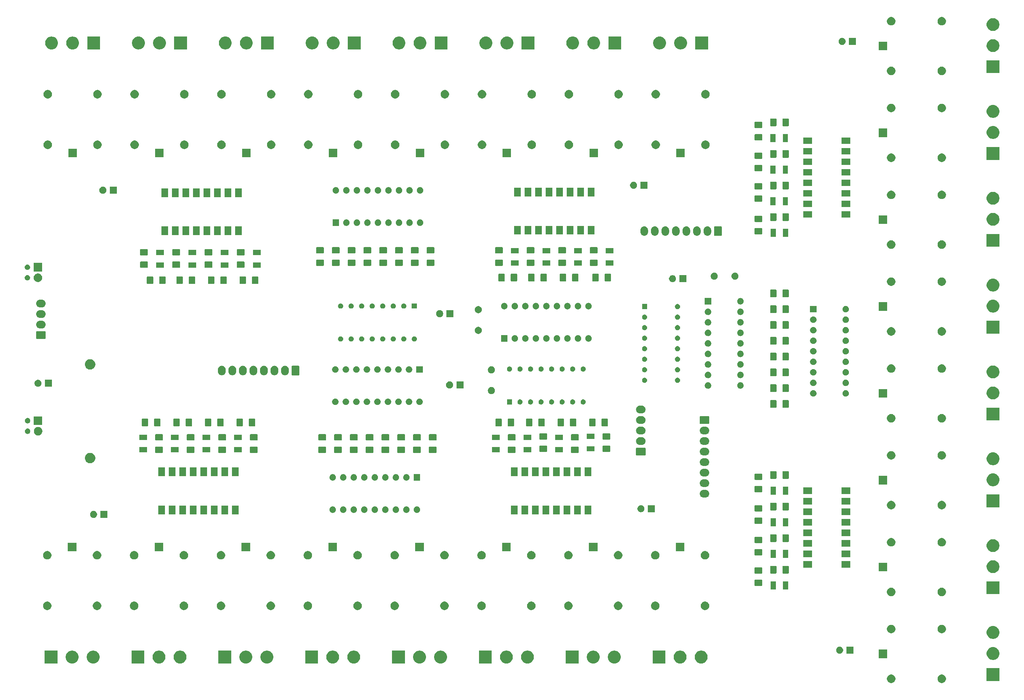
<source format=gbr>
G04 #@! TF.GenerationSoftware,KiCad,Pcbnew,5.1.2*
G04 #@! TF.CreationDate,2019-06-28T01:11:13+02:00*
G04 #@! TF.ProjectId,Relay_Controller2,52656c61-795f-4436-9f6e-74726f6c6c65,rev?*
G04 #@! TF.SameCoordinates,Original*
G04 #@! TF.FileFunction,Soldermask,Top*
G04 #@! TF.FilePolarity,Negative*
%FSLAX46Y46*%
G04 Gerber Fmt 4.6, Leading zero omitted, Abs format (unit mm)*
G04 Created by KiCad (PCBNEW 5.1.2) date 2019-06-28 01:11:13*
%MOMM*%
%LPD*%
G04 APERTURE LIST*
%ADD10C,0.150000*%
G04 APERTURE END LIST*
D10*
G36*
X300943584Y-217916393D02*
G01*
X301130303Y-217993735D01*
X301130305Y-217993736D01*
X301298349Y-218106019D01*
X301441258Y-218248928D01*
X301553541Y-218416972D01*
X301553542Y-218416974D01*
X301630884Y-218603693D01*
X301670312Y-218801912D01*
X301670312Y-219004018D01*
X301630884Y-219202237D01*
X301553542Y-219388956D01*
X301553541Y-219388958D01*
X301441258Y-219557002D01*
X301298349Y-219699911D01*
X301130305Y-219812194D01*
X301130304Y-219812195D01*
X301130303Y-219812195D01*
X300943584Y-219889537D01*
X300745365Y-219928965D01*
X300543259Y-219928965D01*
X300345040Y-219889537D01*
X300158321Y-219812195D01*
X300158320Y-219812195D01*
X300158319Y-219812194D01*
X299990275Y-219699911D01*
X299847366Y-219557002D01*
X299735083Y-219388958D01*
X299735082Y-219388956D01*
X299657740Y-219202237D01*
X299618312Y-219004018D01*
X299618312Y-218801912D01*
X299657740Y-218603693D01*
X299735082Y-218416974D01*
X299735083Y-218416972D01*
X299847366Y-218248928D01*
X299990275Y-218106019D01*
X300158319Y-217993736D01*
X300158321Y-217993735D01*
X300345040Y-217916393D01*
X300543259Y-217876965D01*
X300745365Y-217876965D01*
X300943584Y-217916393D01*
X300943584Y-217916393D01*
G37*
G36*
X288743584Y-217916393D02*
G01*
X288930303Y-217993735D01*
X288930305Y-217993736D01*
X289098349Y-218106019D01*
X289241258Y-218248928D01*
X289353541Y-218416972D01*
X289353542Y-218416974D01*
X289430884Y-218603693D01*
X289470312Y-218801912D01*
X289470312Y-219004018D01*
X289430884Y-219202237D01*
X289353542Y-219388956D01*
X289353541Y-219388958D01*
X289241258Y-219557002D01*
X289098349Y-219699911D01*
X288930305Y-219812194D01*
X288930304Y-219812195D01*
X288930303Y-219812195D01*
X288743584Y-219889537D01*
X288545365Y-219928965D01*
X288343259Y-219928965D01*
X288145040Y-219889537D01*
X287958321Y-219812195D01*
X287958320Y-219812195D01*
X287958319Y-219812194D01*
X287790275Y-219699911D01*
X287647366Y-219557002D01*
X287535083Y-219388958D01*
X287535082Y-219388956D01*
X287457740Y-219202237D01*
X287418312Y-219004018D01*
X287418312Y-218801912D01*
X287457740Y-218603693D01*
X287535082Y-218416974D01*
X287535083Y-218416972D01*
X287647366Y-218248928D01*
X287790275Y-218106019D01*
X287958319Y-217993736D01*
X287958321Y-217993735D01*
X288145040Y-217916393D01*
X288343259Y-217876965D01*
X288545365Y-217876965D01*
X288743584Y-217916393D01*
X288743584Y-217916393D01*
G37*
G36*
X314570312Y-219433965D02*
G01*
X311468312Y-219433965D01*
X311468312Y-216331965D01*
X314570312Y-216331965D01*
X314570312Y-219433965D01*
X314570312Y-219433965D01*
G37*
G36*
X237822585Y-212143802D02*
G01*
X237972410Y-212173604D01*
X238254674Y-212290521D01*
X238508705Y-212460259D01*
X238724741Y-212676295D01*
X238894479Y-212930326D01*
X239011396Y-213212590D01*
X239071000Y-213512240D01*
X239071000Y-213817760D01*
X239011396Y-214117410D01*
X238894479Y-214399674D01*
X238724741Y-214653705D01*
X238508705Y-214869741D01*
X238254674Y-215039479D01*
X237972410Y-215156396D01*
X237822585Y-215186198D01*
X237672761Y-215216000D01*
X237367239Y-215216000D01*
X237217415Y-215186198D01*
X237067590Y-215156396D01*
X236785326Y-215039479D01*
X236531295Y-214869741D01*
X236315259Y-214653705D01*
X236145521Y-214399674D01*
X236028604Y-214117410D01*
X235969000Y-213817760D01*
X235969000Y-213512240D01*
X236028604Y-213212590D01*
X236145521Y-212930326D01*
X236315259Y-212676295D01*
X236531295Y-212460259D01*
X236785326Y-212290521D01*
X237067590Y-212173604D01*
X237217415Y-212143802D01*
X237367239Y-212114000D01*
X237672761Y-212114000D01*
X237822585Y-212143802D01*
X237822585Y-212143802D01*
G37*
G36*
X242902585Y-212143802D02*
G01*
X243052410Y-212173604D01*
X243334674Y-212290521D01*
X243588705Y-212460259D01*
X243804741Y-212676295D01*
X243974479Y-212930326D01*
X244091396Y-213212590D01*
X244151000Y-213512240D01*
X244151000Y-213817760D01*
X244091396Y-214117410D01*
X243974479Y-214399674D01*
X243804741Y-214653705D01*
X243588705Y-214869741D01*
X243334674Y-215039479D01*
X243052410Y-215156396D01*
X242902585Y-215186198D01*
X242752761Y-215216000D01*
X242447239Y-215216000D01*
X242297415Y-215186198D01*
X242147590Y-215156396D01*
X241865326Y-215039479D01*
X241611295Y-214869741D01*
X241395259Y-214653705D01*
X241225521Y-214399674D01*
X241108604Y-214117410D01*
X241049000Y-213817760D01*
X241049000Y-213512240D01*
X241108604Y-213212590D01*
X241225521Y-212930326D01*
X241395259Y-212676295D01*
X241611295Y-212460259D01*
X241865326Y-212290521D01*
X242147590Y-212173604D01*
X242297415Y-212143802D01*
X242447239Y-212114000D01*
X242752761Y-212114000D01*
X242902585Y-212143802D01*
X242902585Y-212143802D01*
G37*
G36*
X213036000Y-215216000D02*
G01*
X209934000Y-215216000D01*
X209934000Y-212114000D01*
X213036000Y-212114000D01*
X213036000Y-215216000D01*
X213036000Y-215216000D01*
G37*
G36*
X216867585Y-212143802D02*
G01*
X217017410Y-212173604D01*
X217299674Y-212290521D01*
X217553705Y-212460259D01*
X217769741Y-212676295D01*
X217939479Y-212930326D01*
X218056396Y-213212590D01*
X218116000Y-213512240D01*
X218116000Y-213817760D01*
X218056396Y-214117410D01*
X217939479Y-214399674D01*
X217769741Y-214653705D01*
X217553705Y-214869741D01*
X217299674Y-215039479D01*
X217017410Y-215156396D01*
X216867585Y-215186198D01*
X216717761Y-215216000D01*
X216412239Y-215216000D01*
X216262415Y-215186198D01*
X216112590Y-215156396D01*
X215830326Y-215039479D01*
X215576295Y-214869741D01*
X215360259Y-214653705D01*
X215190521Y-214399674D01*
X215073604Y-214117410D01*
X215014000Y-213817760D01*
X215014000Y-213512240D01*
X215073604Y-213212590D01*
X215190521Y-212930326D01*
X215360259Y-212676295D01*
X215576295Y-212460259D01*
X215830326Y-212290521D01*
X216112590Y-212173604D01*
X216262415Y-212143802D01*
X216412239Y-212114000D01*
X216717761Y-212114000D01*
X216867585Y-212143802D01*
X216867585Y-212143802D01*
G37*
G36*
X221947585Y-212143802D02*
G01*
X222097410Y-212173604D01*
X222379674Y-212290521D01*
X222633705Y-212460259D01*
X222849741Y-212676295D01*
X223019479Y-212930326D01*
X223136396Y-213212590D01*
X223196000Y-213512240D01*
X223196000Y-213817760D01*
X223136396Y-214117410D01*
X223019479Y-214399674D01*
X222849741Y-214653705D01*
X222633705Y-214869741D01*
X222379674Y-215039479D01*
X222097410Y-215156396D01*
X221947585Y-215186198D01*
X221797761Y-215216000D01*
X221492239Y-215216000D01*
X221342415Y-215186198D01*
X221192590Y-215156396D01*
X220910326Y-215039479D01*
X220656295Y-214869741D01*
X220440259Y-214653705D01*
X220270521Y-214399674D01*
X220153604Y-214117410D01*
X220094000Y-213817760D01*
X220094000Y-213512240D01*
X220153604Y-213212590D01*
X220270521Y-212930326D01*
X220440259Y-212676295D01*
X220656295Y-212460259D01*
X220910326Y-212290521D01*
X221192590Y-212173604D01*
X221342415Y-212143802D01*
X221492239Y-212114000D01*
X221797761Y-212114000D01*
X221947585Y-212143802D01*
X221947585Y-212143802D01*
G37*
G36*
X200992585Y-212143802D02*
G01*
X201142410Y-212173604D01*
X201424674Y-212290521D01*
X201678705Y-212460259D01*
X201894741Y-212676295D01*
X202064479Y-212930326D01*
X202181396Y-213212590D01*
X202241000Y-213512240D01*
X202241000Y-213817760D01*
X202181396Y-214117410D01*
X202064479Y-214399674D01*
X201894741Y-214653705D01*
X201678705Y-214869741D01*
X201424674Y-215039479D01*
X201142410Y-215156396D01*
X200992585Y-215186198D01*
X200842761Y-215216000D01*
X200537239Y-215216000D01*
X200387415Y-215186198D01*
X200237590Y-215156396D01*
X199955326Y-215039479D01*
X199701295Y-214869741D01*
X199485259Y-214653705D01*
X199315521Y-214399674D01*
X199198604Y-214117410D01*
X199139000Y-213817760D01*
X199139000Y-213512240D01*
X199198604Y-213212590D01*
X199315521Y-212930326D01*
X199485259Y-212676295D01*
X199701295Y-212460259D01*
X199955326Y-212290521D01*
X200237590Y-212173604D01*
X200387415Y-212143802D01*
X200537239Y-212114000D01*
X200842761Y-212114000D01*
X200992585Y-212143802D01*
X200992585Y-212143802D01*
G37*
G36*
X195912585Y-212143802D02*
G01*
X196062410Y-212173604D01*
X196344674Y-212290521D01*
X196598705Y-212460259D01*
X196814741Y-212676295D01*
X196984479Y-212930326D01*
X197101396Y-213212590D01*
X197161000Y-213512240D01*
X197161000Y-213817760D01*
X197101396Y-214117410D01*
X196984479Y-214399674D01*
X196814741Y-214653705D01*
X196598705Y-214869741D01*
X196344674Y-215039479D01*
X196062410Y-215156396D01*
X195912585Y-215186198D01*
X195762761Y-215216000D01*
X195457239Y-215216000D01*
X195307415Y-215186198D01*
X195157590Y-215156396D01*
X194875326Y-215039479D01*
X194621295Y-214869741D01*
X194405259Y-214653705D01*
X194235521Y-214399674D01*
X194118604Y-214117410D01*
X194059000Y-213817760D01*
X194059000Y-213512240D01*
X194118604Y-213212590D01*
X194235521Y-212930326D01*
X194405259Y-212676295D01*
X194621295Y-212460259D01*
X194875326Y-212290521D01*
X195157590Y-212173604D01*
X195307415Y-212143802D01*
X195457239Y-212114000D01*
X195762761Y-212114000D01*
X195912585Y-212143802D01*
X195912585Y-212143802D01*
G37*
G36*
X192081000Y-215216000D02*
G01*
X188979000Y-215216000D01*
X188979000Y-212114000D01*
X192081000Y-212114000D01*
X192081000Y-215216000D01*
X192081000Y-215216000D01*
G37*
G36*
X171126000Y-215216000D02*
G01*
X168024000Y-215216000D01*
X168024000Y-212114000D01*
X171126000Y-212114000D01*
X171126000Y-215216000D01*
X171126000Y-215216000D01*
G37*
G36*
X174957585Y-212143802D02*
G01*
X175107410Y-212173604D01*
X175389674Y-212290521D01*
X175643705Y-212460259D01*
X175859741Y-212676295D01*
X176029479Y-212930326D01*
X176146396Y-213212590D01*
X176206000Y-213512240D01*
X176206000Y-213817760D01*
X176146396Y-214117410D01*
X176029479Y-214399674D01*
X175859741Y-214653705D01*
X175643705Y-214869741D01*
X175389674Y-215039479D01*
X175107410Y-215156396D01*
X174957585Y-215186198D01*
X174807761Y-215216000D01*
X174502239Y-215216000D01*
X174352415Y-215186198D01*
X174202590Y-215156396D01*
X173920326Y-215039479D01*
X173666295Y-214869741D01*
X173450259Y-214653705D01*
X173280521Y-214399674D01*
X173163604Y-214117410D01*
X173104000Y-213817760D01*
X173104000Y-213512240D01*
X173163604Y-213212590D01*
X173280521Y-212930326D01*
X173450259Y-212676295D01*
X173666295Y-212460259D01*
X173920326Y-212290521D01*
X174202590Y-212173604D01*
X174352415Y-212143802D01*
X174502239Y-212114000D01*
X174807761Y-212114000D01*
X174957585Y-212143802D01*
X174957585Y-212143802D01*
G37*
G36*
X180037585Y-212143802D02*
G01*
X180187410Y-212173604D01*
X180469674Y-212290521D01*
X180723705Y-212460259D01*
X180939741Y-212676295D01*
X181109479Y-212930326D01*
X181226396Y-213212590D01*
X181286000Y-213512240D01*
X181286000Y-213817760D01*
X181226396Y-214117410D01*
X181109479Y-214399674D01*
X180939741Y-214653705D01*
X180723705Y-214869741D01*
X180469674Y-215039479D01*
X180187410Y-215156396D01*
X180037585Y-215186198D01*
X179887761Y-215216000D01*
X179582239Y-215216000D01*
X179432415Y-215186198D01*
X179282590Y-215156396D01*
X179000326Y-215039479D01*
X178746295Y-214869741D01*
X178530259Y-214653705D01*
X178360521Y-214399674D01*
X178243604Y-214117410D01*
X178184000Y-213817760D01*
X178184000Y-213512240D01*
X178243604Y-213212590D01*
X178360521Y-212930326D01*
X178530259Y-212676295D01*
X178746295Y-212460259D01*
X179000326Y-212290521D01*
X179282590Y-212173604D01*
X179432415Y-212143802D01*
X179582239Y-212114000D01*
X179887761Y-212114000D01*
X180037585Y-212143802D01*
X180037585Y-212143802D01*
G37*
G36*
X159082585Y-212143802D02*
G01*
X159232410Y-212173604D01*
X159514674Y-212290521D01*
X159768705Y-212460259D01*
X159984741Y-212676295D01*
X160154479Y-212930326D01*
X160271396Y-213212590D01*
X160331000Y-213512240D01*
X160331000Y-213817760D01*
X160271396Y-214117410D01*
X160154479Y-214399674D01*
X159984741Y-214653705D01*
X159768705Y-214869741D01*
X159514674Y-215039479D01*
X159232410Y-215156396D01*
X159082585Y-215186198D01*
X158932761Y-215216000D01*
X158627239Y-215216000D01*
X158477415Y-215186198D01*
X158327590Y-215156396D01*
X158045326Y-215039479D01*
X157791295Y-214869741D01*
X157575259Y-214653705D01*
X157405521Y-214399674D01*
X157288604Y-214117410D01*
X157229000Y-213817760D01*
X157229000Y-213512240D01*
X157288604Y-213212590D01*
X157405521Y-212930326D01*
X157575259Y-212676295D01*
X157791295Y-212460259D01*
X158045326Y-212290521D01*
X158327590Y-212173604D01*
X158477415Y-212143802D01*
X158627239Y-212114000D01*
X158932761Y-212114000D01*
X159082585Y-212143802D01*
X159082585Y-212143802D01*
G37*
G36*
X150171000Y-215216000D02*
G01*
X147069000Y-215216000D01*
X147069000Y-212114000D01*
X150171000Y-212114000D01*
X150171000Y-215216000D01*
X150171000Y-215216000D01*
G37*
G36*
X129216000Y-215216000D02*
G01*
X126114000Y-215216000D01*
X126114000Y-212114000D01*
X129216000Y-212114000D01*
X129216000Y-215216000D01*
X129216000Y-215216000D01*
G37*
G36*
X133047585Y-212143802D02*
G01*
X133197410Y-212173604D01*
X133479674Y-212290521D01*
X133733705Y-212460259D01*
X133949741Y-212676295D01*
X134119479Y-212930326D01*
X134236396Y-213212590D01*
X134296000Y-213512240D01*
X134296000Y-213817760D01*
X134236396Y-214117410D01*
X134119479Y-214399674D01*
X133949741Y-214653705D01*
X133733705Y-214869741D01*
X133479674Y-215039479D01*
X133197410Y-215156396D01*
X133047585Y-215186198D01*
X132897761Y-215216000D01*
X132592239Y-215216000D01*
X132442415Y-215186198D01*
X132292590Y-215156396D01*
X132010326Y-215039479D01*
X131756295Y-214869741D01*
X131540259Y-214653705D01*
X131370521Y-214399674D01*
X131253604Y-214117410D01*
X131194000Y-213817760D01*
X131194000Y-213512240D01*
X131253604Y-213212590D01*
X131370521Y-212930326D01*
X131540259Y-212676295D01*
X131756295Y-212460259D01*
X132010326Y-212290521D01*
X132292590Y-212173604D01*
X132442415Y-212143802D01*
X132592239Y-212114000D01*
X132897761Y-212114000D01*
X133047585Y-212143802D01*
X133047585Y-212143802D01*
G37*
G36*
X138127585Y-212143802D02*
G01*
X138277410Y-212173604D01*
X138559674Y-212290521D01*
X138813705Y-212460259D01*
X139029741Y-212676295D01*
X139199479Y-212930326D01*
X139316396Y-213212590D01*
X139376000Y-213512240D01*
X139376000Y-213817760D01*
X139316396Y-214117410D01*
X139199479Y-214399674D01*
X139029741Y-214653705D01*
X138813705Y-214869741D01*
X138559674Y-215039479D01*
X138277410Y-215156396D01*
X138127585Y-215186198D01*
X137977761Y-215216000D01*
X137672239Y-215216000D01*
X137522415Y-215186198D01*
X137372590Y-215156396D01*
X137090326Y-215039479D01*
X136836295Y-214869741D01*
X136620259Y-214653705D01*
X136450521Y-214399674D01*
X136333604Y-214117410D01*
X136274000Y-213817760D01*
X136274000Y-213512240D01*
X136333604Y-213212590D01*
X136450521Y-212930326D01*
X136620259Y-212676295D01*
X136836295Y-212460259D01*
X137090326Y-212290521D01*
X137372590Y-212173604D01*
X137522415Y-212143802D01*
X137672239Y-212114000D01*
X137977761Y-212114000D01*
X138127585Y-212143802D01*
X138127585Y-212143802D01*
G37*
G36*
X117172585Y-212143802D02*
G01*
X117322410Y-212173604D01*
X117604674Y-212290521D01*
X117858705Y-212460259D01*
X118074741Y-212676295D01*
X118244479Y-212930326D01*
X118361396Y-213212590D01*
X118421000Y-213512240D01*
X118421000Y-213817760D01*
X118361396Y-214117410D01*
X118244479Y-214399674D01*
X118074741Y-214653705D01*
X117858705Y-214869741D01*
X117604674Y-215039479D01*
X117322410Y-215156396D01*
X117172585Y-215186198D01*
X117022761Y-215216000D01*
X116717239Y-215216000D01*
X116567415Y-215186198D01*
X116417590Y-215156396D01*
X116135326Y-215039479D01*
X115881295Y-214869741D01*
X115665259Y-214653705D01*
X115495521Y-214399674D01*
X115378604Y-214117410D01*
X115319000Y-213817760D01*
X115319000Y-213512240D01*
X115378604Y-213212590D01*
X115495521Y-212930326D01*
X115665259Y-212676295D01*
X115881295Y-212460259D01*
X116135326Y-212290521D01*
X116417590Y-212173604D01*
X116567415Y-212143802D01*
X116717239Y-212114000D01*
X117022761Y-212114000D01*
X117172585Y-212143802D01*
X117172585Y-212143802D01*
G37*
G36*
X112092585Y-212143802D02*
G01*
X112242410Y-212173604D01*
X112524674Y-212290521D01*
X112778705Y-212460259D01*
X112994741Y-212676295D01*
X113164479Y-212930326D01*
X113281396Y-213212590D01*
X113341000Y-213512240D01*
X113341000Y-213817760D01*
X113281396Y-214117410D01*
X113164479Y-214399674D01*
X112994741Y-214653705D01*
X112778705Y-214869741D01*
X112524674Y-215039479D01*
X112242410Y-215156396D01*
X112092585Y-215186198D01*
X111942761Y-215216000D01*
X111637239Y-215216000D01*
X111487415Y-215186198D01*
X111337590Y-215156396D01*
X111055326Y-215039479D01*
X110801295Y-214869741D01*
X110585259Y-214653705D01*
X110415521Y-214399674D01*
X110298604Y-214117410D01*
X110239000Y-213817760D01*
X110239000Y-213512240D01*
X110298604Y-213212590D01*
X110415521Y-212930326D01*
X110585259Y-212676295D01*
X110801295Y-212460259D01*
X111055326Y-212290521D01*
X111337590Y-212173604D01*
X111487415Y-212143802D01*
X111637239Y-212114000D01*
X111942761Y-212114000D01*
X112092585Y-212143802D01*
X112092585Y-212143802D01*
G37*
G36*
X108261000Y-215216000D02*
G01*
X105159000Y-215216000D01*
X105159000Y-212114000D01*
X108261000Y-212114000D01*
X108261000Y-215216000D01*
X108261000Y-215216000D01*
G37*
G36*
X87306000Y-215216000D02*
G01*
X84204000Y-215216000D01*
X84204000Y-212114000D01*
X87306000Y-212114000D01*
X87306000Y-215216000D01*
X87306000Y-215216000D01*
G37*
G36*
X91137585Y-212143802D02*
G01*
X91287410Y-212173604D01*
X91569674Y-212290521D01*
X91823705Y-212460259D01*
X92039741Y-212676295D01*
X92209479Y-212930326D01*
X92326396Y-213212590D01*
X92386000Y-213512240D01*
X92386000Y-213817760D01*
X92326396Y-214117410D01*
X92209479Y-214399674D01*
X92039741Y-214653705D01*
X91823705Y-214869741D01*
X91569674Y-215039479D01*
X91287410Y-215156396D01*
X91137585Y-215186198D01*
X90987761Y-215216000D01*
X90682239Y-215216000D01*
X90532415Y-215186198D01*
X90382590Y-215156396D01*
X90100326Y-215039479D01*
X89846295Y-214869741D01*
X89630259Y-214653705D01*
X89460521Y-214399674D01*
X89343604Y-214117410D01*
X89284000Y-213817760D01*
X89284000Y-213512240D01*
X89343604Y-213212590D01*
X89460521Y-212930326D01*
X89630259Y-212676295D01*
X89846295Y-212460259D01*
X90100326Y-212290521D01*
X90382590Y-212173604D01*
X90532415Y-212143802D01*
X90682239Y-212114000D01*
X90987761Y-212114000D01*
X91137585Y-212143802D01*
X91137585Y-212143802D01*
G37*
G36*
X96217585Y-212143802D02*
G01*
X96367410Y-212173604D01*
X96649674Y-212290521D01*
X96903705Y-212460259D01*
X97119741Y-212676295D01*
X97289479Y-212930326D01*
X97406396Y-213212590D01*
X97466000Y-213512240D01*
X97466000Y-213817760D01*
X97406396Y-214117410D01*
X97289479Y-214399674D01*
X97119741Y-214653705D01*
X96903705Y-214869741D01*
X96649674Y-215039479D01*
X96367410Y-215156396D01*
X96217585Y-215186198D01*
X96067761Y-215216000D01*
X95762239Y-215216000D01*
X95612415Y-215186198D01*
X95462590Y-215156396D01*
X95180326Y-215039479D01*
X94926295Y-214869741D01*
X94710259Y-214653705D01*
X94540521Y-214399674D01*
X94423604Y-214117410D01*
X94364000Y-213817760D01*
X94364000Y-213512240D01*
X94423604Y-213212590D01*
X94540521Y-212930326D01*
X94710259Y-212676295D01*
X94926295Y-212460259D01*
X95180326Y-212290521D01*
X95462590Y-212173604D01*
X95612415Y-212143802D01*
X95762239Y-212114000D01*
X96067761Y-212114000D01*
X96217585Y-212143802D01*
X96217585Y-212143802D01*
G37*
G36*
X233991000Y-215216000D02*
G01*
X230889000Y-215216000D01*
X230889000Y-212114000D01*
X233991000Y-212114000D01*
X233991000Y-215216000D01*
X233991000Y-215216000D01*
G37*
G36*
X154002585Y-212143802D02*
G01*
X154152410Y-212173604D01*
X154434674Y-212290521D01*
X154688705Y-212460259D01*
X154904741Y-212676295D01*
X155074479Y-212930326D01*
X155191396Y-213212590D01*
X155251000Y-213512240D01*
X155251000Y-213817760D01*
X155191396Y-214117410D01*
X155074479Y-214399674D01*
X154904741Y-214653705D01*
X154688705Y-214869741D01*
X154434674Y-215039479D01*
X154152410Y-215156396D01*
X154002585Y-215186198D01*
X153852761Y-215216000D01*
X153547239Y-215216000D01*
X153397415Y-215186198D01*
X153247590Y-215156396D01*
X152965326Y-215039479D01*
X152711295Y-214869741D01*
X152495259Y-214653705D01*
X152325521Y-214399674D01*
X152208604Y-214117410D01*
X152149000Y-213817760D01*
X152149000Y-213512240D01*
X152208604Y-213212590D01*
X152325521Y-212930326D01*
X152495259Y-212676295D01*
X152711295Y-212460259D01*
X152965326Y-212290521D01*
X153247590Y-212173604D01*
X153397415Y-212143802D01*
X153547239Y-212114000D01*
X153852761Y-212114000D01*
X154002585Y-212143802D01*
X154002585Y-212143802D01*
G37*
G36*
X313321897Y-211281767D02*
G01*
X313471722Y-211311569D01*
X313753986Y-211428486D01*
X314008017Y-211598224D01*
X314224053Y-211814260D01*
X314393791Y-212068291D01*
X314510708Y-212350555D01*
X314570312Y-212650205D01*
X314570312Y-212955725D01*
X314510708Y-213255375D01*
X314393791Y-213537639D01*
X314224053Y-213791670D01*
X314008017Y-214007706D01*
X313753986Y-214177444D01*
X313471722Y-214294361D01*
X313321897Y-214324163D01*
X313172073Y-214353965D01*
X312866551Y-214353965D01*
X312716727Y-214324163D01*
X312566902Y-214294361D01*
X312284638Y-214177444D01*
X312030607Y-214007706D01*
X311814571Y-213791670D01*
X311644833Y-213537639D01*
X311527916Y-213255375D01*
X311468312Y-212955725D01*
X311468312Y-212650205D01*
X311527916Y-212350555D01*
X311644833Y-212068291D01*
X311814571Y-211814260D01*
X312030607Y-211598224D01*
X312284638Y-211428486D01*
X312566902Y-211311569D01*
X312716727Y-211281767D01*
X312866551Y-211251965D01*
X313172073Y-211251965D01*
X313321897Y-211281767D01*
X313321897Y-211281767D01*
G37*
G36*
X287470312Y-213928965D02*
G01*
X285418312Y-213928965D01*
X285418312Y-211876965D01*
X287470312Y-211876965D01*
X287470312Y-213928965D01*
X287470312Y-213928965D01*
G37*
G36*
X276248228Y-211181703D02*
G01*
X276403100Y-211245853D01*
X276542481Y-211338985D01*
X276661015Y-211457519D01*
X276754147Y-211596900D01*
X276818297Y-211751772D01*
X276851000Y-211916184D01*
X276851000Y-212083816D01*
X276818297Y-212248228D01*
X276754147Y-212403100D01*
X276661015Y-212542481D01*
X276542481Y-212661015D01*
X276403100Y-212754147D01*
X276248228Y-212818297D01*
X276083816Y-212851000D01*
X275916184Y-212851000D01*
X275751772Y-212818297D01*
X275596900Y-212754147D01*
X275457519Y-212661015D01*
X275338985Y-212542481D01*
X275245853Y-212403100D01*
X275181703Y-212248228D01*
X275149000Y-212083816D01*
X275149000Y-211916184D01*
X275181703Y-211751772D01*
X275245853Y-211596900D01*
X275338985Y-211457519D01*
X275457519Y-211338985D01*
X275596900Y-211245853D01*
X275751772Y-211181703D01*
X275916184Y-211149000D01*
X276083816Y-211149000D01*
X276248228Y-211181703D01*
X276248228Y-211181703D01*
G37*
G36*
X279351000Y-212851000D02*
G01*
X277649000Y-212851000D01*
X277649000Y-211149000D01*
X279351000Y-211149000D01*
X279351000Y-212851000D01*
X279351000Y-212851000D01*
G37*
G36*
X313321897Y-206201767D02*
G01*
X313471722Y-206231569D01*
X313753986Y-206348486D01*
X314008017Y-206518224D01*
X314224053Y-206734260D01*
X314393791Y-206988291D01*
X314510708Y-207270555D01*
X314570312Y-207570205D01*
X314570312Y-207875725D01*
X314510708Y-208175375D01*
X314393791Y-208457639D01*
X314224053Y-208711670D01*
X314008017Y-208927706D01*
X313753986Y-209097444D01*
X313471722Y-209214361D01*
X313321897Y-209244163D01*
X313172073Y-209273965D01*
X312866551Y-209273965D01*
X312716727Y-209244163D01*
X312566902Y-209214361D01*
X312284638Y-209097444D01*
X312030607Y-208927706D01*
X311814571Y-208711670D01*
X311644833Y-208457639D01*
X311527916Y-208175375D01*
X311468312Y-207875725D01*
X311468312Y-207570205D01*
X311527916Y-207270555D01*
X311644833Y-206988291D01*
X311814571Y-206734260D01*
X312030607Y-206518224D01*
X312284638Y-206348486D01*
X312566902Y-206231569D01*
X312716727Y-206201767D01*
X312866551Y-206171965D01*
X313172073Y-206171965D01*
X313321897Y-206201767D01*
X313321897Y-206201767D01*
G37*
G36*
X300943584Y-205916393D02*
G01*
X301130303Y-205993735D01*
X301130305Y-205993736D01*
X301298349Y-206106019D01*
X301441258Y-206248928D01*
X301507780Y-206348486D01*
X301553542Y-206416974D01*
X301630884Y-206603693D01*
X301670312Y-206801912D01*
X301670312Y-207004018D01*
X301630884Y-207202237D01*
X301602585Y-207270556D01*
X301553541Y-207388958D01*
X301441258Y-207557002D01*
X301298349Y-207699911D01*
X301130305Y-207812194D01*
X301130304Y-207812195D01*
X301130303Y-207812195D01*
X300943584Y-207889537D01*
X300745365Y-207928965D01*
X300543259Y-207928965D01*
X300345040Y-207889537D01*
X300158321Y-207812195D01*
X300158320Y-207812195D01*
X300158319Y-207812194D01*
X299990275Y-207699911D01*
X299847366Y-207557002D01*
X299735083Y-207388958D01*
X299686039Y-207270556D01*
X299657740Y-207202237D01*
X299618312Y-207004018D01*
X299618312Y-206801912D01*
X299657740Y-206603693D01*
X299735082Y-206416974D01*
X299780844Y-206348486D01*
X299847366Y-206248928D01*
X299990275Y-206106019D01*
X300158319Y-205993736D01*
X300158321Y-205993735D01*
X300345040Y-205916393D01*
X300543259Y-205876965D01*
X300745365Y-205876965D01*
X300943584Y-205916393D01*
X300943584Y-205916393D01*
G37*
G36*
X288743584Y-205916393D02*
G01*
X288930303Y-205993735D01*
X288930305Y-205993736D01*
X289098349Y-206106019D01*
X289241258Y-206248928D01*
X289307780Y-206348486D01*
X289353542Y-206416974D01*
X289430884Y-206603693D01*
X289470312Y-206801912D01*
X289470312Y-207004018D01*
X289430884Y-207202237D01*
X289402585Y-207270556D01*
X289353541Y-207388958D01*
X289241258Y-207557002D01*
X289098349Y-207699911D01*
X288930305Y-207812194D01*
X288930304Y-207812195D01*
X288930303Y-207812195D01*
X288743584Y-207889537D01*
X288545365Y-207928965D01*
X288343259Y-207928965D01*
X288145040Y-207889537D01*
X287958321Y-207812195D01*
X287958320Y-207812195D01*
X287958319Y-207812194D01*
X287790275Y-207699911D01*
X287647366Y-207557002D01*
X287535083Y-207388958D01*
X287486039Y-207270556D01*
X287457740Y-207202237D01*
X287418312Y-207004018D01*
X287418312Y-206801912D01*
X287457740Y-206603693D01*
X287535082Y-206416974D01*
X287580844Y-206348486D01*
X287647366Y-206248928D01*
X287790275Y-206106019D01*
X287958319Y-205993736D01*
X287958321Y-205993735D01*
X288145040Y-205916393D01*
X288343259Y-205876965D01*
X288545365Y-205876965D01*
X288743584Y-205916393D01*
X288743584Y-205916393D01*
G37*
G36*
X118089272Y-200303428D02*
G01*
X118275991Y-200380770D01*
X118275993Y-200380771D01*
X118444037Y-200493054D01*
X118586946Y-200635963D01*
X118699229Y-200804007D01*
X118699230Y-200804009D01*
X118776572Y-200990728D01*
X118816000Y-201188947D01*
X118816000Y-201391053D01*
X118776572Y-201589272D01*
X118699230Y-201775991D01*
X118699229Y-201775993D01*
X118586946Y-201944037D01*
X118444037Y-202086946D01*
X118275993Y-202199229D01*
X118275992Y-202199230D01*
X118275991Y-202199230D01*
X118089272Y-202276572D01*
X117891053Y-202316000D01*
X117688947Y-202316000D01*
X117490728Y-202276572D01*
X117304009Y-202199230D01*
X117304008Y-202199230D01*
X117304007Y-202199229D01*
X117135963Y-202086946D01*
X116993054Y-201944037D01*
X116880771Y-201775993D01*
X116880770Y-201775991D01*
X116803428Y-201589272D01*
X116764000Y-201391053D01*
X116764000Y-201188947D01*
X116803428Y-200990728D01*
X116880770Y-200804009D01*
X116880771Y-200804007D01*
X116993054Y-200635963D01*
X117135963Y-200493054D01*
X117304007Y-200380771D01*
X117304009Y-200380770D01*
X117490728Y-200303428D01*
X117688947Y-200264000D01*
X117891053Y-200264000D01*
X118089272Y-200303428D01*
X118089272Y-200303428D01*
G37*
G36*
X243819272Y-200303428D02*
G01*
X244005991Y-200380770D01*
X244005993Y-200380771D01*
X244174037Y-200493054D01*
X244316946Y-200635963D01*
X244429229Y-200804007D01*
X244429230Y-200804009D01*
X244506572Y-200990728D01*
X244546000Y-201188947D01*
X244546000Y-201391053D01*
X244506572Y-201589272D01*
X244429230Y-201775991D01*
X244429229Y-201775993D01*
X244316946Y-201944037D01*
X244174037Y-202086946D01*
X244005993Y-202199229D01*
X244005992Y-202199230D01*
X244005991Y-202199230D01*
X243819272Y-202276572D01*
X243621053Y-202316000D01*
X243418947Y-202316000D01*
X243220728Y-202276572D01*
X243034009Y-202199230D01*
X243034008Y-202199230D01*
X243034007Y-202199229D01*
X242865963Y-202086946D01*
X242723054Y-201944037D01*
X242610771Y-201775993D01*
X242610770Y-201775991D01*
X242533428Y-201589272D01*
X242494000Y-201391053D01*
X242494000Y-201188947D01*
X242533428Y-200990728D01*
X242610770Y-200804009D01*
X242610771Y-200804007D01*
X242723054Y-200635963D01*
X242865963Y-200493054D01*
X243034007Y-200380771D01*
X243034009Y-200380770D01*
X243220728Y-200303428D01*
X243418947Y-200264000D01*
X243621053Y-200264000D01*
X243819272Y-200303428D01*
X243819272Y-200303428D01*
G37*
G36*
X97134272Y-200303428D02*
G01*
X97320991Y-200380770D01*
X97320993Y-200380771D01*
X97489037Y-200493054D01*
X97631946Y-200635963D01*
X97744229Y-200804007D01*
X97744230Y-200804009D01*
X97821572Y-200990728D01*
X97861000Y-201188947D01*
X97861000Y-201391053D01*
X97821572Y-201589272D01*
X97744230Y-201775991D01*
X97744229Y-201775993D01*
X97631946Y-201944037D01*
X97489037Y-202086946D01*
X97320993Y-202199229D01*
X97320992Y-202199230D01*
X97320991Y-202199230D01*
X97134272Y-202276572D01*
X96936053Y-202316000D01*
X96733947Y-202316000D01*
X96535728Y-202276572D01*
X96349009Y-202199230D01*
X96349008Y-202199230D01*
X96349007Y-202199229D01*
X96180963Y-202086946D01*
X96038054Y-201944037D01*
X95925771Y-201775993D01*
X95925770Y-201775991D01*
X95848428Y-201589272D01*
X95809000Y-201391053D01*
X95809000Y-201188947D01*
X95848428Y-200990728D01*
X95925770Y-200804009D01*
X95925771Y-200804007D01*
X96038054Y-200635963D01*
X96180963Y-200493054D01*
X96349007Y-200380771D01*
X96349009Y-200380770D01*
X96535728Y-200303428D01*
X96733947Y-200264000D01*
X96936053Y-200264000D01*
X97134272Y-200303428D01*
X97134272Y-200303428D01*
G37*
G36*
X85134272Y-200303428D02*
G01*
X85320991Y-200380770D01*
X85320993Y-200380771D01*
X85489037Y-200493054D01*
X85631946Y-200635963D01*
X85744229Y-200804007D01*
X85744230Y-200804009D01*
X85821572Y-200990728D01*
X85861000Y-201188947D01*
X85861000Y-201391053D01*
X85821572Y-201589272D01*
X85744230Y-201775991D01*
X85744229Y-201775993D01*
X85631946Y-201944037D01*
X85489037Y-202086946D01*
X85320993Y-202199229D01*
X85320992Y-202199230D01*
X85320991Y-202199230D01*
X85134272Y-202276572D01*
X84936053Y-202316000D01*
X84733947Y-202316000D01*
X84535728Y-202276572D01*
X84349009Y-202199230D01*
X84349008Y-202199230D01*
X84349007Y-202199229D01*
X84180963Y-202086946D01*
X84038054Y-201944037D01*
X83925771Y-201775993D01*
X83925770Y-201775991D01*
X83848428Y-201589272D01*
X83809000Y-201391053D01*
X83809000Y-201188947D01*
X83848428Y-200990728D01*
X83925770Y-200804009D01*
X83925771Y-200804007D01*
X84038054Y-200635963D01*
X84180963Y-200493054D01*
X84349007Y-200380771D01*
X84349009Y-200380770D01*
X84535728Y-200303428D01*
X84733947Y-200264000D01*
X84936053Y-200264000D01*
X85134272Y-200303428D01*
X85134272Y-200303428D01*
G37*
G36*
X106089272Y-200303428D02*
G01*
X106275991Y-200380770D01*
X106275993Y-200380771D01*
X106444037Y-200493054D01*
X106586946Y-200635963D01*
X106699229Y-200804007D01*
X106699230Y-200804009D01*
X106776572Y-200990728D01*
X106816000Y-201188947D01*
X106816000Y-201391053D01*
X106776572Y-201589272D01*
X106699230Y-201775991D01*
X106699229Y-201775993D01*
X106586946Y-201944037D01*
X106444037Y-202086946D01*
X106275993Y-202199229D01*
X106275992Y-202199230D01*
X106275991Y-202199230D01*
X106089272Y-202276572D01*
X105891053Y-202316000D01*
X105688947Y-202316000D01*
X105490728Y-202276572D01*
X105304009Y-202199230D01*
X105304008Y-202199230D01*
X105304007Y-202199229D01*
X105135963Y-202086946D01*
X104993054Y-201944037D01*
X104880771Y-201775993D01*
X104880770Y-201775991D01*
X104803428Y-201589272D01*
X104764000Y-201391053D01*
X104764000Y-201188947D01*
X104803428Y-200990728D01*
X104880770Y-200804009D01*
X104880771Y-200804007D01*
X104993054Y-200635963D01*
X105135963Y-200493054D01*
X105304007Y-200380771D01*
X105304009Y-200380770D01*
X105490728Y-200303428D01*
X105688947Y-200264000D01*
X105891053Y-200264000D01*
X106089272Y-200303428D01*
X106089272Y-200303428D01*
G37*
G36*
X139044272Y-200303428D02*
G01*
X139230991Y-200380770D01*
X139230993Y-200380771D01*
X139399037Y-200493054D01*
X139541946Y-200635963D01*
X139654229Y-200804007D01*
X139654230Y-200804009D01*
X139731572Y-200990728D01*
X139771000Y-201188947D01*
X139771000Y-201391053D01*
X139731572Y-201589272D01*
X139654230Y-201775991D01*
X139654229Y-201775993D01*
X139541946Y-201944037D01*
X139399037Y-202086946D01*
X139230993Y-202199229D01*
X139230992Y-202199230D01*
X139230991Y-202199230D01*
X139044272Y-202276572D01*
X138846053Y-202316000D01*
X138643947Y-202316000D01*
X138445728Y-202276572D01*
X138259009Y-202199230D01*
X138259008Y-202199230D01*
X138259007Y-202199229D01*
X138090963Y-202086946D01*
X137948054Y-201944037D01*
X137835771Y-201775993D01*
X137835770Y-201775991D01*
X137758428Y-201589272D01*
X137719000Y-201391053D01*
X137719000Y-201188947D01*
X137758428Y-200990728D01*
X137835770Y-200804009D01*
X137835771Y-200804007D01*
X137948054Y-200635963D01*
X138090963Y-200493054D01*
X138259007Y-200380771D01*
X138259009Y-200380770D01*
X138445728Y-200303428D01*
X138643947Y-200264000D01*
X138846053Y-200264000D01*
X139044272Y-200303428D01*
X139044272Y-200303428D01*
G37*
G36*
X127044272Y-200303428D02*
G01*
X127230991Y-200380770D01*
X127230993Y-200380771D01*
X127399037Y-200493054D01*
X127541946Y-200635963D01*
X127654229Y-200804007D01*
X127654230Y-200804009D01*
X127731572Y-200990728D01*
X127771000Y-201188947D01*
X127771000Y-201391053D01*
X127731572Y-201589272D01*
X127654230Y-201775991D01*
X127654229Y-201775993D01*
X127541946Y-201944037D01*
X127399037Y-202086946D01*
X127230993Y-202199229D01*
X127230992Y-202199230D01*
X127230991Y-202199230D01*
X127044272Y-202276572D01*
X126846053Y-202316000D01*
X126643947Y-202316000D01*
X126445728Y-202276572D01*
X126259009Y-202199230D01*
X126259008Y-202199230D01*
X126259007Y-202199229D01*
X126090963Y-202086946D01*
X125948054Y-201944037D01*
X125835771Y-201775993D01*
X125835770Y-201775991D01*
X125758428Y-201589272D01*
X125719000Y-201391053D01*
X125719000Y-201188947D01*
X125758428Y-200990728D01*
X125835770Y-200804009D01*
X125835771Y-200804007D01*
X125948054Y-200635963D01*
X126090963Y-200493054D01*
X126259007Y-200380771D01*
X126259009Y-200380770D01*
X126445728Y-200303428D01*
X126643947Y-200264000D01*
X126846053Y-200264000D01*
X127044272Y-200303428D01*
X127044272Y-200303428D01*
G37*
G36*
X147999272Y-200303428D02*
G01*
X148185991Y-200380770D01*
X148185993Y-200380771D01*
X148354037Y-200493054D01*
X148496946Y-200635963D01*
X148609229Y-200804007D01*
X148609230Y-200804009D01*
X148686572Y-200990728D01*
X148726000Y-201188947D01*
X148726000Y-201391053D01*
X148686572Y-201589272D01*
X148609230Y-201775991D01*
X148609229Y-201775993D01*
X148496946Y-201944037D01*
X148354037Y-202086946D01*
X148185993Y-202199229D01*
X148185992Y-202199230D01*
X148185991Y-202199230D01*
X147999272Y-202276572D01*
X147801053Y-202316000D01*
X147598947Y-202316000D01*
X147400728Y-202276572D01*
X147214009Y-202199230D01*
X147214008Y-202199230D01*
X147214007Y-202199229D01*
X147045963Y-202086946D01*
X146903054Y-201944037D01*
X146790771Y-201775993D01*
X146790770Y-201775991D01*
X146713428Y-201589272D01*
X146674000Y-201391053D01*
X146674000Y-201188947D01*
X146713428Y-200990728D01*
X146790770Y-200804009D01*
X146790771Y-200804007D01*
X146903054Y-200635963D01*
X147045963Y-200493054D01*
X147214007Y-200380771D01*
X147214009Y-200380770D01*
X147400728Y-200303428D01*
X147598947Y-200264000D01*
X147801053Y-200264000D01*
X147999272Y-200303428D01*
X147999272Y-200303428D01*
G37*
G36*
X168954272Y-200303428D02*
G01*
X169140991Y-200380770D01*
X169140993Y-200380771D01*
X169309037Y-200493054D01*
X169451946Y-200635963D01*
X169564229Y-200804007D01*
X169564230Y-200804009D01*
X169641572Y-200990728D01*
X169681000Y-201188947D01*
X169681000Y-201391053D01*
X169641572Y-201589272D01*
X169564230Y-201775991D01*
X169564229Y-201775993D01*
X169451946Y-201944037D01*
X169309037Y-202086946D01*
X169140993Y-202199229D01*
X169140992Y-202199230D01*
X169140991Y-202199230D01*
X168954272Y-202276572D01*
X168756053Y-202316000D01*
X168553947Y-202316000D01*
X168355728Y-202276572D01*
X168169009Y-202199230D01*
X168169008Y-202199230D01*
X168169007Y-202199229D01*
X168000963Y-202086946D01*
X167858054Y-201944037D01*
X167745771Y-201775993D01*
X167745770Y-201775991D01*
X167668428Y-201589272D01*
X167629000Y-201391053D01*
X167629000Y-201188947D01*
X167668428Y-200990728D01*
X167745770Y-200804009D01*
X167745771Y-200804007D01*
X167858054Y-200635963D01*
X168000963Y-200493054D01*
X168169007Y-200380771D01*
X168169009Y-200380770D01*
X168355728Y-200303428D01*
X168553947Y-200264000D01*
X168756053Y-200264000D01*
X168954272Y-200303428D01*
X168954272Y-200303428D01*
G37*
G36*
X180954272Y-200303428D02*
G01*
X181140991Y-200380770D01*
X181140993Y-200380771D01*
X181309037Y-200493054D01*
X181451946Y-200635963D01*
X181564229Y-200804007D01*
X181564230Y-200804009D01*
X181641572Y-200990728D01*
X181681000Y-201188947D01*
X181681000Y-201391053D01*
X181641572Y-201589272D01*
X181564230Y-201775991D01*
X181564229Y-201775993D01*
X181451946Y-201944037D01*
X181309037Y-202086946D01*
X181140993Y-202199229D01*
X181140992Y-202199230D01*
X181140991Y-202199230D01*
X180954272Y-202276572D01*
X180756053Y-202316000D01*
X180553947Y-202316000D01*
X180355728Y-202276572D01*
X180169009Y-202199230D01*
X180169008Y-202199230D01*
X180169007Y-202199229D01*
X180000963Y-202086946D01*
X179858054Y-201944037D01*
X179745771Y-201775993D01*
X179745770Y-201775991D01*
X179668428Y-201589272D01*
X179629000Y-201391053D01*
X179629000Y-201188947D01*
X179668428Y-200990728D01*
X179745770Y-200804009D01*
X179745771Y-200804007D01*
X179858054Y-200635963D01*
X180000963Y-200493054D01*
X180169007Y-200380771D01*
X180169009Y-200380770D01*
X180355728Y-200303428D01*
X180553947Y-200264000D01*
X180756053Y-200264000D01*
X180954272Y-200303428D01*
X180954272Y-200303428D01*
G37*
G36*
X231819272Y-200303428D02*
G01*
X232005991Y-200380770D01*
X232005993Y-200380771D01*
X232174037Y-200493054D01*
X232316946Y-200635963D01*
X232429229Y-200804007D01*
X232429230Y-200804009D01*
X232506572Y-200990728D01*
X232546000Y-201188947D01*
X232546000Y-201391053D01*
X232506572Y-201589272D01*
X232429230Y-201775991D01*
X232429229Y-201775993D01*
X232316946Y-201944037D01*
X232174037Y-202086946D01*
X232005993Y-202199229D01*
X232005992Y-202199230D01*
X232005991Y-202199230D01*
X231819272Y-202276572D01*
X231621053Y-202316000D01*
X231418947Y-202316000D01*
X231220728Y-202276572D01*
X231034009Y-202199230D01*
X231034008Y-202199230D01*
X231034007Y-202199229D01*
X230865963Y-202086946D01*
X230723054Y-201944037D01*
X230610771Y-201775993D01*
X230610770Y-201775991D01*
X230533428Y-201589272D01*
X230494000Y-201391053D01*
X230494000Y-201188947D01*
X230533428Y-200990728D01*
X230610770Y-200804009D01*
X230610771Y-200804007D01*
X230723054Y-200635963D01*
X230865963Y-200493054D01*
X231034007Y-200380771D01*
X231034009Y-200380770D01*
X231220728Y-200303428D01*
X231418947Y-200264000D01*
X231621053Y-200264000D01*
X231819272Y-200303428D01*
X231819272Y-200303428D01*
G37*
G36*
X201909272Y-200303428D02*
G01*
X202095991Y-200380770D01*
X202095993Y-200380771D01*
X202264037Y-200493054D01*
X202406946Y-200635963D01*
X202519229Y-200804007D01*
X202519230Y-200804009D01*
X202596572Y-200990728D01*
X202636000Y-201188947D01*
X202636000Y-201391053D01*
X202596572Y-201589272D01*
X202519230Y-201775991D01*
X202519229Y-201775993D01*
X202406946Y-201944037D01*
X202264037Y-202086946D01*
X202095993Y-202199229D01*
X202095992Y-202199230D01*
X202095991Y-202199230D01*
X201909272Y-202276572D01*
X201711053Y-202316000D01*
X201508947Y-202316000D01*
X201310728Y-202276572D01*
X201124009Y-202199230D01*
X201124008Y-202199230D01*
X201124007Y-202199229D01*
X200955963Y-202086946D01*
X200813054Y-201944037D01*
X200700771Y-201775993D01*
X200700770Y-201775991D01*
X200623428Y-201589272D01*
X200584000Y-201391053D01*
X200584000Y-201188947D01*
X200623428Y-200990728D01*
X200700770Y-200804009D01*
X200700771Y-200804007D01*
X200813054Y-200635963D01*
X200955963Y-200493054D01*
X201124007Y-200380771D01*
X201124009Y-200380770D01*
X201310728Y-200303428D01*
X201508947Y-200264000D01*
X201711053Y-200264000D01*
X201909272Y-200303428D01*
X201909272Y-200303428D01*
G37*
G36*
X189909272Y-200303428D02*
G01*
X190095991Y-200380770D01*
X190095993Y-200380771D01*
X190264037Y-200493054D01*
X190406946Y-200635963D01*
X190519229Y-200804007D01*
X190519230Y-200804009D01*
X190596572Y-200990728D01*
X190636000Y-201188947D01*
X190636000Y-201391053D01*
X190596572Y-201589272D01*
X190519230Y-201775991D01*
X190519229Y-201775993D01*
X190406946Y-201944037D01*
X190264037Y-202086946D01*
X190095993Y-202199229D01*
X190095992Y-202199230D01*
X190095991Y-202199230D01*
X189909272Y-202276572D01*
X189711053Y-202316000D01*
X189508947Y-202316000D01*
X189310728Y-202276572D01*
X189124009Y-202199230D01*
X189124008Y-202199230D01*
X189124007Y-202199229D01*
X188955963Y-202086946D01*
X188813054Y-201944037D01*
X188700771Y-201775993D01*
X188700770Y-201775991D01*
X188623428Y-201589272D01*
X188584000Y-201391053D01*
X188584000Y-201188947D01*
X188623428Y-200990728D01*
X188700770Y-200804009D01*
X188700771Y-200804007D01*
X188813054Y-200635963D01*
X188955963Y-200493054D01*
X189124007Y-200380771D01*
X189124009Y-200380770D01*
X189310728Y-200303428D01*
X189508947Y-200264000D01*
X189711053Y-200264000D01*
X189909272Y-200303428D01*
X189909272Y-200303428D01*
G37*
G36*
X210864272Y-200303428D02*
G01*
X211050991Y-200380770D01*
X211050993Y-200380771D01*
X211219037Y-200493054D01*
X211361946Y-200635963D01*
X211474229Y-200804007D01*
X211474230Y-200804009D01*
X211551572Y-200990728D01*
X211591000Y-201188947D01*
X211591000Y-201391053D01*
X211551572Y-201589272D01*
X211474230Y-201775991D01*
X211474229Y-201775993D01*
X211361946Y-201944037D01*
X211219037Y-202086946D01*
X211050993Y-202199229D01*
X211050992Y-202199230D01*
X211050991Y-202199230D01*
X210864272Y-202276572D01*
X210666053Y-202316000D01*
X210463947Y-202316000D01*
X210265728Y-202276572D01*
X210079009Y-202199230D01*
X210079008Y-202199230D01*
X210079007Y-202199229D01*
X209910963Y-202086946D01*
X209768054Y-201944037D01*
X209655771Y-201775993D01*
X209655770Y-201775991D01*
X209578428Y-201589272D01*
X209539000Y-201391053D01*
X209539000Y-201188947D01*
X209578428Y-200990728D01*
X209655770Y-200804009D01*
X209655771Y-200804007D01*
X209768054Y-200635963D01*
X209910963Y-200493054D01*
X210079007Y-200380771D01*
X210079009Y-200380770D01*
X210265728Y-200303428D01*
X210463947Y-200264000D01*
X210666053Y-200264000D01*
X210864272Y-200303428D01*
X210864272Y-200303428D01*
G37*
G36*
X222864272Y-200303428D02*
G01*
X223050991Y-200380770D01*
X223050993Y-200380771D01*
X223219037Y-200493054D01*
X223361946Y-200635963D01*
X223474229Y-200804007D01*
X223474230Y-200804009D01*
X223551572Y-200990728D01*
X223591000Y-201188947D01*
X223591000Y-201391053D01*
X223551572Y-201589272D01*
X223474230Y-201775991D01*
X223474229Y-201775993D01*
X223361946Y-201944037D01*
X223219037Y-202086946D01*
X223050993Y-202199229D01*
X223050992Y-202199230D01*
X223050991Y-202199230D01*
X222864272Y-202276572D01*
X222666053Y-202316000D01*
X222463947Y-202316000D01*
X222265728Y-202276572D01*
X222079009Y-202199230D01*
X222079008Y-202199230D01*
X222079007Y-202199229D01*
X221910963Y-202086946D01*
X221768054Y-201944037D01*
X221655771Y-201775993D01*
X221655770Y-201775991D01*
X221578428Y-201589272D01*
X221539000Y-201391053D01*
X221539000Y-201188947D01*
X221578428Y-200990728D01*
X221655770Y-200804009D01*
X221655771Y-200804007D01*
X221768054Y-200635963D01*
X221910963Y-200493054D01*
X222079007Y-200380771D01*
X222079009Y-200380770D01*
X222265728Y-200303428D01*
X222463947Y-200264000D01*
X222666053Y-200264000D01*
X222864272Y-200303428D01*
X222864272Y-200303428D01*
G37*
G36*
X159999272Y-200303428D02*
G01*
X160185991Y-200380770D01*
X160185993Y-200380771D01*
X160354037Y-200493054D01*
X160496946Y-200635963D01*
X160609229Y-200804007D01*
X160609230Y-200804009D01*
X160686572Y-200990728D01*
X160726000Y-201188947D01*
X160726000Y-201391053D01*
X160686572Y-201589272D01*
X160609230Y-201775991D01*
X160609229Y-201775993D01*
X160496946Y-201944037D01*
X160354037Y-202086946D01*
X160185993Y-202199229D01*
X160185992Y-202199230D01*
X160185991Y-202199230D01*
X159999272Y-202276572D01*
X159801053Y-202316000D01*
X159598947Y-202316000D01*
X159400728Y-202276572D01*
X159214009Y-202199230D01*
X159214008Y-202199230D01*
X159214007Y-202199229D01*
X159045963Y-202086946D01*
X158903054Y-201944037D01*
X158790771Y-201775993D01*
X158790770Y-201775991D01*
X158713428Y-201589272D01*
X158674000Y-201391053D01*
X158674000Y-201188947D01*
X158713428Y-200990728D01*
X158790770Y-200804009D01*
X158790771Y-200804007D01*
X158903054Y-200635963D01*
X159045963Y-200493054D01*
X159214007Y-200380771D01*
X159214009Y-200380770D01*
X159400728Y-200303428D01*
X159598947Y-200264000D01*
X159801053Y-200264000D01*
X159999272Y-200303428D01*
X159999272Y-200303428D01*
G37*
G36*
X288743584Y-196961393D02*
G01*
X288930303Y-197038735D01*
X288930305Y-197038736D01*
X289098349Y-197151019D01*
X289241258Y-197293928D01*
X289353541Y-197461972D01*
X289353542Y-197461974D01*
X289430884Y-197648693D01*
X289470312Y-197846912D01*
X289470312Y-198049018D01*
X289430884Y-198247237D01*
X289353542Y-198433956D01*
X289353541Y-198433958D01*
X289241258Y-198602002D01*
X289098349Y-198744911D01*
X288930305Y-198857194D01*
X288930304Y-198857195D01*
X288930303Y-198857195D01*
X288743584Y-198934537D01*
X288545365Y-198973965D01*
X288343259Y-198973965D01*
X288145040Y-198934537D01*
X287958321Y-198857195D01*
X287958320Y-198857195D01*
X287958319Y-198857194D01*
X287790275Y-198744911D01*
X287647366Y-198602002D01*
X287535083Y-198433958D01*
X287535082Y-198433956D01*
X287457740Y-198247237D01*
X287418312Y-198049018D01*
X287418312Y-197846912D01*
X287457740Y-197648693D01*
X287535082Y-197461974D01*
X287535083Y-197461972D01*
X287647366Y-197293928D01*
X287790275Y-197151019D01*
X287958319Y-197038736D01*
X287958321Y-197038735D01*
X288145040Y-196961393D01*
X288343259Y-196921965D01*
X288545365Y-196921965D01*
X288743584Y-196961393D01*
X288743584Y-196961393D01*
G37*
G36*
X300943584Y-196961393D02*
G01*
X301130303Y-197038735D01*
X301130305Y-197038736D01*
X301298349Y-197151019D01*
X301441258Y-197293928D01*
X301553541Y-197461972D01*
X301553542Y-197461974D01*
X301630884Y-197648693D01*
X301670312Y-197846912D01*
X301670312Y-198049018D01*
X301630884Y-198247237D01*
X301553542Y-198433956D01*
X301553541Y-198433958D01*
X301441258Y-198602002D01*
X301298349Y-198744911D01*
X301130305Y-198857194D01*
X301130304Y-198857195D01*
X301130303Y-198857195D01*
X300943584Y-198934537D01*
X300745365Y-198973965D01*
X300543259Y-198973965D01*
X300345040Y-198934537D01*
X300158321Y-198857195D01*
X300158320Y-198857195D01*
X300158319Y-198857194D01*
X299990275Y-198744911D01*
X299847366Y-198602002D01*
X299735083Y-198433958D01*
X299735082Y-198433956D01*
X299657740Y-198247237D01*
X299618312Y-198049018D01*
X299618312Y-197846912D01*
X299657740Y-197648693D01*
X299735082Y-197461974D01*
X299735083Y-197461972D01*
X299847366Y-197293928D01*
X299990275Y-197151019D01*
X300158319Y-197038736D01*
X300158321Y-197038735D01*
X300345040Y-196961393D01*
X300543259Y-196921965D01*
X300745365Y-196921965D01*
X300943584Y-196961393D01*
X300943584Y-196961393D01*
G37*
G36*
X314570312Y-198478965D02*
G01*
X311468312Y-198478965D01*
X311468312Y-195376965D01*
X314570312Y-195376965D01*
X314570312Y-198478965D01*
X314570312Y-198478965D01*
G37*
G36*
X260615312Y-197343965D02*
G01*
X259363312Y-197343965D01*
X259363312Y-195441965D01*
X260615312Y-195441965D01*
X260615312Y-197343965D01*
X260615312Y-197343965D01*
G37*
G36*
X263615312Y-197343965D02*
G01*
X262363312Y-197343965D01*
X262363312Y-195441965D01*
X263615312Y-195441965D01*
X263615312Y-197343965D01*
X263615312Y-197343965D01*
G37*
G36*
X257184874Y-194998646D02*
G01*
X257219793Y-195009239D01*
X257251975Y-195026441D01*
X257280185Y-195049592D01*
X257303336Y-195077802D01*
X257320538Y-195109984D01*
X257331131Y-195144903D01*
X257335312Y-195187360D01*
X257335312Y-196328570D01*
X257331131Y-196371027D01*
X257320538Y-196405946D01*
X257303336Y-196438128D01*
X257280185Y-196466338D01*
X257251975Y-196489489D01*
X257219793Y-196506691D01*
X257184874Y-196517284D01*
X257142417Y-196521465D01*
X255676207Y-196521465D01*
X255633750Y-196517284D01*
X255598831Y-196506691D01*
X255566649Y-196489489D01*
X255538439Y-196466338D01*
X255515288Y-196438128D01*
X255498086Y-196405946D01*
X255487493Y-196371027D01*
X255483312Y-196328570D01*
X255483312Y-195187360D01*
X255487493Y-195144903D01*
X255498086Y-195109984D01*
X255515288Y-195077802D01*
X255538439Y-195049592D01*
X255566649Y-195026441D01*
X255598831Y-195009239D01*
X255633750Y-194998646D01*
X255676207Y-194994465D01*
X257142417Y-194994465D01*
X257184874Y-194998646D01*
X257184874Y-194998646D01*
G37*
G36*
X257184874Y-192023646D02*
G01*
X257219793Y-192034239D01*
X257251975Y-192051441D01*
X257280185Y-192074592D01*
X257303336Y-192102802D01*
X257320538Y-192134984D01*
X257331131Y-192169903D01*
X257335312Y-192212360D01*
X257335312Y-193353570D01*
X257331131Y-193396027D01*
X257320538Y-193430946D01*
X257303336Y-193463128D01*
X257280185Y-193491338D01*
X257251975Y-193514489D01*
X257219793Y-193531691D01*
X257184874Y-193542284D01*
X257142417Y-193546465D01*
X255676207Y-193546465D01*
X255633750Y-193542284D01*
X255598831Y-193531691D01*
X255566649Y-193514489D01*
X255538439Y-193491338D01*
X255515288Y-193463128D01*
X255498086Y-193430946D01*
X255487493Y-193396027D01*
X255483312Y-193353570D01*
X255483312Y-192212360D01*
X255487493Y-192169903D01*
X255498086Y-192134984D01*
X255515288Y-192102802D01*
X255538439Y-192074592D01*
X255566649Y-192051441D01*
X255598831Y-192034239D01*
X255633750Y-192023646D01*
X255676207Y-192019465D01*
X257142417Y-192019465D01*
X257184874Y-192023646D01*
X257184874Y-192023646D01*
G37*
G36*
X260614874Y-191661146D02*
G01*
X260649793Y-191671739D01*
X260681975Y-191688941D01*
X260710185Y-191712092D01*
X260733336Y-191740302D01*
X260750538Y-191772484D01*
X260761131Y-191807403D01*
X260765312Y-191849860D01*
X260765312Y-193316070D01*
X260761131Y-193358527D01*
X260750538Y-193393446D01*
X260733336Y-193425628D01*
X260710185Y-193453838D01*
X260681975Y-193476989D01*
X260649793Y-193494191D01*
X260614874Y-193504784D01*
X260572417Y-193508965D01*
X259431207Y-193508965D01*
X259388750Y-193504784D01*
X259353831Y-193494191D01*
X259321649Y-193476989D01*
X259293439Y-193453838D01*
X259270288Y-193425628D01*
X259253086Y-193393446D01*
X259242493Y-193358527D01*
X259238312Y-193316070D01*
X259238312Y-191849860D01*
X259242493Y-191807403D01*
X259253086Y-191772484D01*
X259270288Y-191740302D01*
X259293439Y-191712092D01*
X259321649Y-191688941D01*
X259353831Y-191671739D01*
X259388750Y-191661146D01*
X259431207Y-191656965D01*
X260572417Y-191656965D01*
X260614874Y-191661146D01*
X260614874Y-191661146D01*
G37*
G36*
X263589874Y-191661146D02*
G01*
X263624793Y-191671739D01*
X263656975Y-191688941D01*
X263685185Y-191712092D01*
X263708336Y-191740302D01*
X263725538Y-191772484D01*
X263736131Y-191807403D01*
X263740312Y-191849860D01*
X263740312Y-193316070D01*
X263736131Y-193358527D01*
X263725538Y-193393446D01*
X263708336Y-193425628D01*
X263685185Y-193453838D01*
X263656975Y-193476989D01*
X263624793Y-193494191D01*
X263589874Y-193504784D01*
X263547417Y-193508965D01*
X262406207Y-193508965D01*
X262363750Y-193504784D01*
X262328831Y-193494191D01*
X262296649Y-193476989D01*
X262268439Y-193453838D01*
X262245288Y-193425628D01*
X262228086Y-193393446D01*
X262217493Y-193358527D01*
X262213312Y-193316070D01*
X262213312Y-191849860D01*
X262217493Y-191807403D01*
X262228086Y-191772484D01*
X262245288Y-191740302D01*
X262268439Y-191712092D01*
X262296649Y-191688941D01*
X262328831Y-191671739D01*
X262363750Y-191661146D01*
X262406207Y-191656965D01*
X263547417Y-191656965D01*
X263589874Y-191661146D01*
X263589874Y-191661146D01*
G37*
G36*
X313321897Y-190326767D02*
G01*
X313471722Y-190356569D01*
X313753986Y-190473486D01*
X314008017Y-190643224D01*
X314224053Y-190859260D01*
X314393791Y-191113291D01*
X314510708Y-191395555D01*
X314510708Y-191395556D01*
X314570312Y-191695204D01*
X314570312Y-192000726D01*
X314563646Y-192034239D01*
X314510708Y-192300375D01*
X314393791Y-192582639D01*
X314224053Y-192836670D01*
X314008017Y-193052706D01*
X313753986Y-193222444D01*
X313471722Y-193339361D01*
X313450466Y-193343589D01*
X313172073Y-193398965D01*
X312866551Y-193398965D01*
X312588158Y-193343589D01*
X312566902Y-193339361D01*
X312284638Y-193222444D01*
X312030607Y-193052706D01*
X311814571Y-192836670D01*
X311644833Y-192582639D01*
X311527916Y-192300375D01*
X311474978Y-192034239D01*
X311468312Y-192000726D01*
X311468312Y-191695204D01*
X311527916Y-191395556D01*
X311527916Y-191395555D01*
X311644833Y-191113291D01*
X311814571Y-190859260D01*
X312030607Y-190643224D01*
X312284638Y-190473486D01*
X312566902Y-190356569D01*
X312716727Y-190326767D01*
X312866551Y-190296965D01*
X313172073Y-190296965D01*
X313321897Y-190326767D01*
X313321897Y-190326767D01*
G37*
G36*
X287470312Y-192973965D02*
G01*
X285418312Y-192973965D01*
X285418312Y-190921965D01*
X287470312Y-190921965D01*
X287470312Y-192973965D01*
X287470312Y-192973965D01*
G37*
G36*
X278570312Y-192088965D02*
G01*
X276468312Y-192088965D01*
X276468312Y-190536965D01*
X278570312Y-190536965D01*
X278570312Y-192088965D01*
X278570312Y-192088965D01*
G37*
G36*
X269370312Y-192088965D02*
G01*
X267268312Y-192088965D01*
X267268312Y-190536965D01*
X269370312Y-190536965D01*
X269370312Y-192088965D01*
X269370312Y-192088965D01*
G37*
G36*
X127044272Y-188103428D02*
G01*
X127230991Y-188180770D01*
X127230993Y-188180771D01*
X127399037Y-188293054D01*
X127541946Y-188435963D01*
X127654229Y-188604007D01*
X127654230Y-188604009D01*
X127731572Y-188790728D01*
X127771000Y-188988947D01*
X127771000Y-189191053D01*
X127731572Y-189389272D01*
X127654230Y-189575991D01*
X127654229Y-189575993D01*
X127541946Y-189744037D01*
X127399037Y-189886946D01*
X127230993Y-189999229D01*
X127230992Y-189999230D01*
X127230991Y-189999230D01*
X127044272Y-190076572D01*
X126846053Y-190116000D01*
X126643947Y-190116000D01*
X126445728Y-190076572D01*
X126259009Y-189999230D01*
X126259008Y-189999230D01*
X126259007Y-189999229D01*
X126090963Y-189886946D01*
X125948054Y-189744037D01*
X125835771Y-189575993D01*
X125835770Y-189575991D01*
X125758428Y-189389272D01*
X125719000Y-189191053D01*
X125719000Y-188988947D01*
X125758428Y-188790728D01*
X125835770Y-188604009D01*
X125835771Y-188604007D01*
X125948054Y-188435963D01*
X126090963Y-188293054D01*
X126259007Y-188180771D01*
X126259009Y-188180770D01*
X126445728Y-188103428D01*
X126643947Y-188064000D01*
X126846053Y-188064000D01*
X127044272Y-188103428D01*
X127044272Y-188103428D01*
G37*
G36*
X139044272Y-188103428D02*
G01*
X139230991Y-188180770D01*
X139230993Y-188180771D01*
X139399037Y-188293054D01*
X139541946Y-188435963D01*
X139654229Y-188604007D01*
X139654230Y-188604009D01*
X139731572Y-188790728D01*
X139771000Y-188988947D01*
X139771000Y-189191053D01*
X139731572Y-189389272D01*
X139654230Y-189575991D01*
X139654229Y-189575993D01*
X139541946Y-189744037D01*
X139399037Y-189886946D01*
X139230993Y-189999229D01*
X139230992Y-189999230D01*
X139230991Y-189999230D01*
X139044272Y-190076572D01*
X138846053Y-190116000D01*
X138643947Y-190116000D01*
X138445728Y-190076572D01*
X138259009Y-189999230D01*
X138259008Y-189999230D01*
X138259007Y-189999229D01*
X138090963Y-189886946D01*
X137948054Y-189744037D01*
X137835771Y-189575993D01*
X137835770Y-189575991D01*
X137758428Y-189389272D01*
X137719000Y-189191053D01*
X137719000Y-188988947D01*
X137758428Y-188790728D01*
X137835770Y-188604009D01*
X137835771Y-188604007D01*
X137948054Y-188435963D01*
X138090963Y-188293054D01*
X138259007Y-188180771D01*
X138259009Y-188180770D01*
X138445728Y-188103428D01*
X138643947Y-188064000D01*
X138846053Y-188064000D01*
X139044272Y-188103428D01*
X139044272Y-188103428D01*
G37*
G36*
X85134272Y-188103428D02*
G01*
X85320991Y-188180770D01*
X85320993Y-188180771D01*
X85489037Y-188293054D01*
X85631946Y-188435963D01*
X85744229Y-188604007D01*
X85744230Y-188604009D01*
X85821572Y-188790728D01*
X85861000Y-188988947D01*
X85861000Y-189191053D01*
X85821572Y-189389272D01*
X85744230Y-189575991D01*
X85744229Y-189575993D01*
X85631946Y-189744037D01*
X85489037Y-189886946D01*
X85320993Y-189999229D01*
X85320992Y-189999230D01*
X85320991Y-189999230D01*
X85134272Y-190076572D01*
X84936053Y-190116000D01*
X84733947Y-190116000D01*
X84535728Y-190076572D01*
X84349009Y-189999230D01*
X84349008Y-189999230D01*
X84349007Y-189999229D01*
X84180963Y-189886946D01*
X84038054Y-189744037D01*
X83925771Y-189575993D01*
X83925770Y-189575991D01*
X83848428Y-189389272D01*
X83809000Y-189191053D01*
X83809000Y-188988947D01*
X83848428Y-188790728D01*
X83925770Y-188604009D01*
X83925771Y-188604007D01*
X84038054Y-188435963D01*
X84180963Y-188293054D01*
X84349007Y-188180771D01*
X84349009Y-188180770D01*
X84535728Y-188103428D01*
X84733947Y-188064000D01*
X84936053Y-188064000D01*
X85134272Y-188103428D01*
X85134272Y-188103428D01*
G37*
G36*
X159999272Y-188103428D02*
G01*
X160185991Y-188180770D01*
X160185993Y-188180771D01*
X160354037Y-188293054D01*
X160496946Y-188435963D01*
X160609229Y-188604007D01*
X160609230Y-188604009D01*
X160686572Y-188790728D01*
X160726000Y-188988947D01*
X160726000Y-189191053D01*
X160686572Y-189389272D01*
X160609230Y-189575991D01*
X160609229Y-189575993D01*
X160496946Y-189744037D01*
X160354037Y-189886946D01*
X160185993Y-189999229D01*
X160185992Y-189999230D01*
X160185991Y-189999230D01*
X159999272Y-190076572D01*
X159801053Y-190116000D01*
X159598947Y-190116000D01*
X159400728Y-190076572D01*
X159214009Y-189999230D01*
X159214008Y-189999230D01*
X159214007Y-189999229D01*
X159045963Y-189886946D01*
X158903054Y-189744037D01*
X158790771Y-189575993D01*
X158790770Y-189575991D01*
X158713428Y-189389272D01*
X158674000Y-189191053D01*
X158674000Y-188988947D01*
X158713428Y-188790728D01*
X158790770Y-188604009D01*
X158790771Y-188604007D01*
X158903054Y-188435963D01*
X159045963Y-188293054D01*
X159214007Y-188180771D01*
X159214009Y-188180770D01*
X159400728Y-188103428D01*
X159598947Y-188064000D01*
X159801053Y-188064000D01*
X159999272Y-188103428D01*
X159999272Y-188103428D01*
G37*
G36*
X147999272Y-188103428D02*
G01*
X148185991Y-188180770D01*
X148185993Y-188180771D01*
X148354037Y-188293054D01*
X148496946Y-188435963D01*
X148609229Y-188604007D01*
X148609230Y-188604009D01*
X148686572Y-188790728D01*
X148726000Y-188988947D01*
X148726000Y-189191053D01*
X148686572Y-189389272D01*
X148609230Y-189575991D01*
X148609229Y-189575993D01*
X148496946Y-189744037D01*
X148354037Y-189886946D01*
X148185993Y-189999229D01*
X148185992Y-189999230D01*
X148185991Y-189999230D01*
X147999272Y-190076572D01*
X147801053Y-190116000D01*
X147598947Y-190116000D01*
X147400728Y-190076572D01*
X147214009Y-189999230D01*
X147214008Y-189999230D01*
X147214007Y-189999229D01*
X147045963Y-189886946D01*
X146903054Y-189744037D01*
X146790771Y-189575993D01*
X146790770Y-189575991D01*
X146713428Y-189389272D01*
X146674000Y-189191053D01*
X146674000Y-188988947D01*
X146713428Y-188790728D01*
X146790770Y-188604009D01*
X146790771Y-188604007D01*
X146903054Y-188435963D01*
X147045963Y-188293054D01*
X147214007Y-188180771D01*
X147214009Y-188180770D01*
X147400728Y-188103428D01*
X147598947Y-188064000D01*
X147801053Y-188064000D01*
X147999272Y-188103428D01*
X147999272Y-188103428D01*
G37*
G36*
X118089272Y-188103428D02*
G01*
X118275991Y-188180770D01*
X118275993Y-188180771D01*
X118444037Y-188293054D01*
X118586946Y-188435963D01*
X118699229Y-188604007D01*
X118699230Y-188604009D01*
X118776572Y-188790728D01*
X118816000Y-188988947D01*
X118816000Y-189191053D01*
X118776572Y-189389272D01*
X118699230Y-189575991D01*
X118699229Y-189575993D01*
X118586946Y-189744037D01*
X118444037Y-189886946D01*
X118275993Y-189999229D01*
X118275992Y-189999230D01*
X118275991Y-189999230D01*
X118089272Y-190076572D01*
X117891053Y-190116000D01*
X117688947Y-190116000D01*
X117490728Y-190076572D01*
X117304009Y-189999230D01*
X117304008Y-189999230D01*
X117304007Y-189999229D01*
X117135963Y-189886946D01*
X116993054Y-189744037D01*
X116880771Y-189575993D01*
X116880770Y-189575991D01*
X116803428Y-189389272D01*
X116764000Y-189191053D01*
X116764000Y-188988947D01*
X116803428Y-188790728D01*
X116880770Y-188604009D01*
X116880771Y-188604007D01*
X116993054Y-188435963D01*
X117135963Y-188293054D01*
X117304007Y-188180771D01*
X117304009Y-188180770D01*
X117490728Y-188103428D01*
X117688947Y-188064000D01*
X117891053Y-188064000D01*
X118089272Y-188103428D01*
X118089272Y-188103428D01*
G37*
G36*
X106089272Y-188103428D02*
G01*
X106275991Y-188180770D01*
X106275993Y-188180771D01*
X106444037Y-188293054D01*
X106586946Y-188435963D01*
X106699229Y-188604007D01*
X106699230Y-188604009D01*
X106776572Y-188790728D01*
X106816000Y-188988947D01*
X106816000Y-189191053D01*
X106776572Y-189389272D01*
X106699230Y-189575991D01*
X106699229Y-189575993D01*
X106586946Y-189744037D01*
X106444037Y-189886946D01*
X106275993Y-189999229D01*
X106275992Y-189999230D01*
X106275991Y-189999230D01*
X106089272Y-190076572D01*
X105891053Y-190116000D01*
X105688947Y-190116000D01*
X105490728Y-190076572D01*
X105304009Y-189999230D01*
X105304008Y-189999230D01*
X105304007Y-189999229D01*
X105135963Y-189886946D01*
X104993054Y-189744037D01*
X104880771Y-189575993D01*
X104880770Y-189575991D01*
X104803428Y-189389272D01*
X104764000Y-189191053D01*
X104764000Y-188988947D01*
X104803428Y-188790728D01*
X104880770Y-188604009D01*
X104880771Y-188604007D01*
X104993054Y-188435963D01*
X105135963Y-188293054D01*
X105304007Y-188180771D01*
X105304009Y-188180770D01*
X105490728Y-188103428D01*
X105688947Y-188064000D01*
X105891053Y-188064000D01*
X106089272Y-188103428D01*
X106089272Y-188103428D01*
G37*
G36*
X243819272Y-188103428D02*
G01*
X244005991Y-188180770D01*
X244005993Y-188180771D01*
X244174037Y-188293054D01*
X244316946Y-188435963D01*
X244429229Y-188604007D01*
X244429230Y-188604009D01*
X244506572Y-188790728D01*
X244546000Y-188988947D01*
X244546000Y-189191053D01*
X244506572Y-189389272D01*
X244429230Y-189575991D01*
X244429229Y-189575993D01*
X244316946Y-189744037D01*
X244174037Y-189886946D01*
X244005993Y-189999229D01*
X244005992Y-189999230D01*
X244005991Y-189999230D01*
X243819272Y-190076572D01*
X243621053Y-190116000D01*
X243418947Y-190116000D01*
X243220728Y-190076572D01*
X243034009Y-189999230D01*
X243034008Y-189999230D01*
X243034007Y-189999229D01*
X242865963Y-189886946D01*
X242723054Y-189744037D01*
X242610771Y-189575993D01*
X242610770Y-189575991D01*
X242533428Y-189389272D01*
X242494000Y-189191053D01*
X242494000Y-188988947D01*
X242533428Y-188790728D01*
X242610770Y-188604009D01*
X242610771Y-188604007D01*
X242723054Y-188435963D01*
X242865963Y-188293054D01*
X243034007Y-188180771D01*
X243034009Y-188180770D01*
X243220728Y-188103428D01*
X243418947Y-188064000D01*
X243621053Y-188064000D01*
X243819272Y-188103428D01*
X243819272Y-188103428D01*
G37*
G36*
X222864272Y-188103428D02*
G01*
X223050991Y-188180770D01*
X223050993Y-188180771D01*
X223219037Y-188293054D01*
X223361946Y-188435963D01*
X223474229Y-188604007D01*
X223474230Y-188604009D01*
X223551572Y-188790728D01*
X223591000Y-188988947D01*
X223591000Y-189191053D01*
X223551572Y-189389272D01*
X223474230Y-189575991D01*
X223474229Y-189575993D01*
X223361946Y-189744037D01*
X223219037Y-189886946D01*
X223050993Y-189999229D01*
X223050992Y-189999230D01*
X223050991Y-189999230D01*
X222864272Y-190076572D01*
X222666053Y-190116000D01*
X222463947Y-190116000D01*
X222265728Y-190076572D01*
X222079009Y-189999230D01*
X222079008Y-189999230D01*
X222079007Y-189999229D01*
X221910963Y-189886946D01*
X221768054Y-189744037D01*
X221655771Y-189575993D01*
X221655770Y-189575991D01*
X221578428Y-189389272D01*
X221539000Y-189191053D01*
X221539000Y-188988947D01*
X221578428Y-188790728D01*
X221655770Y-188604009D01*
X221655771Y-188604007D01*
X221768054Y-188435963D01*
X221910963Y-188293054D01*
X222079007Y-188180771D01*
X222079009Y-188180770D01*
X222265728Y-188103428D01*
X222463947Y-188064000D01*
X222666053Y-188064000D01*
X222864272Y-188103428D01*
X222864272Y-188103428D01*
G37*
G36*
X210864272Y-188103428D02*
G01*
X211050991Y-188180770D01*
X211050993Y-188180771D01*
X211219037Y-188293054D01*
X211361946Y-188435963D01*
X211474229Y-188604007D01*
X211474230Y-188604009D01*
X211551572Y-188790728D01*
X211591000Y-188988947D01*
X211591000Y-189191053D01*
X211551572Y-189389272D01*
X211474230Y-189575991D01*
X211474229Y-189575993D01*
X211361946Y-189744037D01*
X211219037Y-189886946D01*
X211050993Y-189999229D01*
X211050992Y-189999230D01*
X211050991Y-189999230D01*
X210864272Y-190076572D01*
X210666053Y-190116000D01*
X210463947Y-190116000D01*
X210265728Y-190076572D01*
X210079009Y-189999230D01*
X210079008Y-189999230D01*
X210079007Y-189999229D01*
X209910963Y-189886946D01*
X209768054Y-189744037D01*
X209655771Y-189575993D01*
X209655770Y-189575991D01*
X209578428Y-189389272D01*
X209539000Y-189191053D01*
X209539000Y-188988947D01*
X209578428Y-188790728D01*
X209655770Y-188604009D01*
X209655771Y-188604007D01*
X209768054Y-188435963D01*
X209910963Y-188293054D01*
X210079007Y-188180771D01*
X210079009Y-188180770D01*
X210265728Y-188103428D01*
X210463947Y-188064000D01*
X210666053Y-188064000D01*
X210864272Y-188103428D01*
X210864272Y-188103428D01*
G37*
G36*
X189909272Y-188103428D02*
G01*
X190095991Y-188180770D01*
X190095993Y-188180771D01*
X190264037Y-188293054D01*
X190406946Y-188435963D01*
X190519229Y-188604007D01*
X190519230Y-188604009D01*
X190596572Y-188790728D01*
X190636000Y-188988947D01*
X190636000Y-189191053D01*
X190596572Y-189389272D01*
X190519230Y-189575991D01*
X190519229Y-189575993D01*
X190406946Y-189744037D01*
X190264037Y-189886946D01*
X190095993Y-189999229D01*
X190095992Y-189999230D01*
X190095991Y-189999230D01*
X189909272Y-190076572D01*
X189711053Y-190116000D01*
X189508947Y-190116000D01*
X189310728Y-190076572D01*
X189124009Y-189999230D01*
X189124008Y-189999230D01*
X189124007Y-189999229D01*
X188955963Y-189886946D01*
X188813054Y-189744037D01*
X188700771Y-189575993D01*
X188700770Y-189575991D01*
X188623428Y-189389272D01*
X188584000Y-189191053D01*
X188584000Y-188988947D01*
X188623428Y-188790728D01*
X188700770Y-188604009D01*
X188700771Y-188604007D01*
X188813054Y-188435963D01*
X188955963Y-188293054D01*
X189124007Y-188180771D01*
X189124009Y-188180770D01*
X189310728Y-188103428D01*
X189508947Y-188064000D01*
X189711053Y-188064000D01*
X189909272Y-188103428D01*
X189909272Y-188103428D01*
G37*
G36*
X180954272Y-188103428D02*
G01*
X181140991Y-188180770D01*
X181140993Y-188180771D01*
X181309037Y-188293054D01*
X181451946Y-188435963D01*
X181564229Y-188604007D01*
X181564230Y-188604009D01*
X181641572Y-188790728D01*
X181681000Y-188988947D01*
X181681000Y-189191053D01*
X181641572Y-189389272D01*
X181564230Y-189575991D01*
X181564229Y-189575993D01*
X181451946Y-189744037D01*
X181309037Y-189886946D01*
X181140993Y-189999229D01*
X181140992Y-189999230D01*
X181140991Y-189999230D01*
X180954272Y-190076572D01*
X180756053Y-190116000D01*
X180553947Y-190116000D01*
X180355728Y-190076572D01*
X180169009Y-189999230D01*
X180169008Y-189999230D01*
X180169007Y-189999229D01*
X180000963Y-189886946D01*
X179858054Y-189744037D01*
X179745771Y-189575993D01*
X179745770Y-189575991D01*
X179668428Y-189389272D01*
X179629000Y-189191053D01*
X179629000Y-188988947D01*
X179668428Y-188790728D01*
X179745770Y-188604009D01*
X179745771Y-188604007D01*
X179858054Y-188435963D01*
X180000963Y-188293054D01*
X180169007Y-188180771D01*
X180169009Y-188180770D01*
X180355728Y-188103428D01*
X180553947Y-188064000D01*
X180756053Y-188064000D01*
X180954272Y-188103428D01*
X180954272Y-188103428D01*
G37*
G36*
X168954272Y-188103428D02*
G01*
X169140991Y-188180770D01*
X169140993Y-188180771D01*
X169309037Y-188293054D01*
X169451946Y-188435963D01*
X169564229Y-188604007D01*
X169564230Y-188604009D01*
X169641572Y-188790728D01*
X169681000Y-188988947D01*
X169681000Y-189191053D01*
X169641572Y-189389272D01*
X169564230Y-189575991D01*
X169564229Y-189575993D01*
X169451946Y-189744037D01*
X169309037Y-189886946D01*
X169140993Y-189999229D01*
X169140992Y-189999230D01*
X169140991Y-189999230D01*
X168954272Y-190076572D01*
X168756053Y-190116000D01*
X168553947Y-190116000D01*
X168355728Y-190076572D01*
X168169009Y-189999230D01*
X168169008Y-189999230D01*
X168169007Y-189999229D01*
X168000963Y-189886946D01*
X167858054Y-189744037D01*
X167745771Y-189575993D01*
X167745770Y-189575991D01*
X167668428Y-189389272D01*
X167629000Y-189191053D01*
X167629000Y-188988947D01*
X167668428Y-188790728D01*
X167745770Y-188604009D01*
X167745771Y-188604007D01*
X167858054Y-188435963D01*
X168000963Y-188293054D01*
X168169007Y-188180771D01*
X168169009Y-188180770D01*
X168355728Y-188103428D01*
X168553947Y-188064000D01*
X168756053Y-188064000D01*
X168954272Y-188103428D01*
X168954272Y-188103428D01*
G37*
G36*
X201909272Y-188103428D02*
G01*
X202095991Y-188180770D01*
X202095993Y-188180771D01*
X202264037Y-188293054D01*
X202406946Y-188435963D01*
X202519229Y-188604007D01*
X202519230Y-188604009D01*
X202596572Y-188790728D01*
X202636000Y-188988947D01*
X202636000Y-189191053D01*
X202596572Y-189389272D01*
X202519230Y-189575991D01*
X202519229Y-189575993D01*
X202406946Y-189744037D01*
X202264037Y-189886946D01*
X202095993Y-189999229D01*
X202095992Y-189999230D01*
X202095991Y-189999230D01*
X201909272Y-190076572D01*
X201711053Y-190116000D01*
X201508947Y-190116000D01*
X201310728Y-190076572D01*
X201124009Y-189999230D01*
X201124008Y-189999230D01*
X201124007Y-189999229D01*
X200955963Y-189886946D01*
X200813054Y-189744037D01*
X200700771Y-189575993D01*
X200700770Y-189575991D01*
X200623428Y-189389272D01*
X200584000Y-189191053D01*
X200584000Y-188988947D01*
X200623428Y-188790728D01*
X200700770Y-188604009D01*
X200700771Y-188604007D01*
X200813054Y-188435963D01*
X200955963Y-188293054D01*
X201124007Y-188180771D01*
X201124009Y-188180770D01*
X201310728Y-188103428D01*
X201508947Y-188064000D01*
X201711053Y-188064000D01*
X201909272Y-188103428D01*
X201909272Y-188103428D01*
G37*
G36*
X97134272Y-188103428D02*
G01*
X97320991Y-188180770D01*
X97320993Y-188180771D01*
X97489037Y-188293054D01*
X97631946Y-188435963D01*
X97744229Y-188604007D01*
X97744230Y-188604009D01*
X97821572Y-188790728D01*
X97861000Y-188988947D01*
X97861000Y-189191053D01*
X97821572Y-189389272D01*
X97744230Y-189575991D01*
X97744229Y-189575993D01*
X97631946Y-189744037D01*
X97489037Y-189886946D01*
X97320993Y-189999229D01*
X97320992Y-189999230D01*
X97320991Y-189999230D01*
X97134272Y-190076572D01*
X96936053Y-190116000D01*
X96733947Y-190116000D01*
X96535728Y-190076572D01*
X96349009Y-189999230D01*
X96349008Y-189999230D01*
X96349007Y-189999229D01*
X96180963Y-189886946D01*
X96038054Y-189744037D01*
X95925771Y-189575993D01*
X95925770Y-189575991D01*
X95848428Y-189389272D01*
X95809000Y-189191053D01*
X95809000Y-188988947D01*
X95848428Y-188790728D01*
X95925770Y-188604009D01*
X95925771Y-188604007D01*
X96038054Y-188435963D01*
X96180963Y-188293054D01*
X96349007Y-188180771D01*
X96349009Y-188180770D01*
X96535728Y-188103428D01*
X96733947Y-188064000D01*
X96936053Y-188064000D01*
X97134272Y-188103428D01*
X97134272Y-188103428D01*
G37*
G36*
X231819272Y-188103428D02*
G01*
X232005991Y-188180770D01*
X232005993Y-188180771D01*
X232174037Y-188293054D01*
X232316946Y-188435963D01*
X232429229Y-188604007D01*
X232429230Y-188604009D01*
X232506572Y-188790728D01*
X232546000Y-188988947D01*
X232546000Y-189191053D01*
X232506572Y-189389272D01*
X232429230Y-189575991D01*
X232429229Y-189575993D01*
X232316946Y-189744037D01*
X232174037Y-189886946D01*
X232005993Y-189999229D01*
X232005992Y-189999230D01*
X232005991Y-189999230D01*
X231819272Y-190076572D01*
X231621053Y-190116000D01*
X231418947Y-190116000D01*
X231220728Y-190076572D01*
X231034009Y-189999230D01*
X231034008Y-189999230D01*
X231034007Y-189999229D01*
X230865963Y-189886946D01*
X230723054Y-189744037D01*
X230610771Y-189575993D01*
X230610770Y-189575991D01*
X230533428Y-189389272D01*
X230494000Y-189191053D01*
X230494000Y-188988947D01*
X230533428Y-188790728D01*
X230610770Y-188604009D01*
X230610771Y-188604007D01*
X230723054Y-188435963D01*
X230865963Y-188293054D01*
X231034007Y-188180771D01*
X231034009Y-188180770D01*
X231220728Y-188103428D01*
X231418947Y-188064000D01*
X231621053Y-188064000D01*
X231819272Y-188103428D01*
X231819272Y-188103428D01*
G37*
G36*
X263615312Y-189723965D02*
G01*
X262363312Y-189723965D01*
X262363312Y-187821965D01*
X263615312Y-187821965D01*
X263615312Y-189723965D01*
X263615312Y-189723965D01*
G37*
G36*
X260615312Y-189723965D02*
G01*
X259363312Y-189723965D01*
X259363312Y-187821965D01*
X260615312Y-187821965D01*
X260615312Y-189723965D01*
X260615312Y-189723965D01*
G37*
G36*
X278570312Y-189548965D02*
G01*
X276468312Y-189548965D01*
X276468312Y-187996965D01*
X278570312Y-187996965D01*
X278570312Y-189548965D01*
X278570312Y-189548965D01*
G37*
G36*
X269370312Y-189548965D02*
G01*
X267268312Y-189548965D01*
X267268312Y-187996965D01*
X269370312Y-187996965D01*
X269370312Y-189548965D01*
X269370312Y-189548965D01*
G37*
G36*
X257184874Y-187596146D02*
G01*
X257219793Y-187606739D01*
X257251975Y-187623941D01*
X257280185Y-187647092D01*
X257303336Y-187675302D01*
X257320538Y-187707484D01*
X257331131Y-187742403D01*
X257335312Y-187784860D01*
X257335312Y-188926070D01*
X257331131Y-188968527D01*
X257320538Y-189003446D01*
X257303336Y-189035628D01*
X257280185Y-189063838D01*
X257251975Y-189086989D01*
X257219793Y-189104191D01*
X257184874Y-189114784D01*
X257142417Y-189118965D01*
X255676207Y-189118965D01*
X255633750Y-189114784D01*
X255598831Y-189104191D01*
X255566649Y-189086989D01*
X255538439Y-189063838D01*
X255515288Y-189035628D01*
X255498086Y-189003446D01*
X255487493Y-188968527D01*
X255483312Y-188926070D01*
X255483312Y-187784860D01*
X255487493Y-187742403D01*
X255498086Y-187707484D01*
X255515288Y-187675302D01*
X255538439Y-187647092D01*
X255566649Y-187623941D01*
X255598831Y-187606739D01*
X255633750Y-187596146D01*
X255676207Y-187591965D01*
X257142417Y-187591965D01*
X257184874Y-187596146D01*
X257184874Y-187596146D01*
G37*
G36*
X313321897Y-185246767D02*
G01*
X313471722Y-185276569D01*
X313753986Y-185393486D01*
X314008017Y-185563224D01*
X314224053Y-185779260D01*
X314393791Y-186033291D01*
X314510708Y-186315555D01*
X314570312Y-186615205D01*
X314570312Y-186920725D01*
X314510708Y-187220375D01*
X314393791Y-187502639D01*
X314224053Y-187756670D01*
X314008017Y-187972706D01*
X313753986Y-188142444D01*
X313471722Y-188259361D01*
X313321897Y-188289163D01*
X313172073Y-188318965D01*
X312866551Y-188318965D01*
X312716727Y-188289163D01*
X312566902Y-188259361D01*
X312284638Y-188142444D01*
X312030607Y-187972706D01*
X311814571Y-187756670D01*
X311644833Y-187502639D01*
X311527916Y-187220375D01*
X311468312Y-186920725D01*
X311468312Y-186615205D01*
X311527916Y-186315555D01*
X311644833Y-186033291D01*
X311814571Y-185779260D01*
X312030607Y-185563224D01*
X312284638Y-185393486D01*
X312566902Y-185276569D01*
X312716727Y-185246767D01*
X312866551Y-185216965D01*
X313172073Y-185216965D01*
X313321897Y-185246767D01*
X313321897Y-185246767D01*
G37*
G36*
X154726000Y-188116000D02*
G01*
X152674000Y-188116000D01*
X152674000Y-186064000D01*
X154726000Y-186064000D01*
X154726000Y-188116000D01*
X154726000Y-188116000D01*
G37*
G36*
X238546000Y-188116000D02*
G01*
X236494000Y-188116000D01*
X236494000Y-186064000D01*
X238546000Y-186064000D01*
X238546000Y-188116000D01*
X238546000Y-188116000D01*
G37*
G36*
X196636000Y-188116000D02*
G01*
X194584000Y-188116000D01*
X194584000Y-186064000D01*
X196636000Y-186064000D01*
X196636000Y-188116000D01*
X196636000Y-188116000D01*
G37*
G36*
X175681000Y-188116000D02*
G01*
X173629000Y-188116000D01*
X173629000Y-186064000D01*
X175681000Y-186064000D01*
X175681000Y-188116000D01*
X175681000Y-188116000D01*
G37*
G36*
X217591000Y-188116000D02*
G01*
X215539000Y-188116000D01*
X215539000Y-186064000D01*
X217591000Y-186064000D01*
X217591000Y-188116000D01*
X217591000Y-188116000D01*
G37*
G36*
X91861000Y-188116000D02*
G01*
X89809000Y-188116000D01*
X89809000Y-186064000D01*
X91861000Y-186064000D01*
X91861000Y-188116000D01*
X91861000Y-188116000D01*
G37*
G36*
X112816000Y-188116000D02*
G01*
X110764000Y-188116000D01*
X110764000Y-186064000D01*
X112816000Y-186064000D01*
X112816000Y-188116000D01*
X112816000Y-188116000D01*
G37*
G36*
X133771000Y-188116000D02*
G01*
X131719000Y-188116000D01*
X131719000Y-186064000D01*
X133771000Y-186064000D01*
X133771000Y-188116000D01*
X133771000Y-188116000D01*
G37*
G36*
X269370312Y-187008965D02*
G01*
X267268312Y-187008965D01*
X267268312Y-185456965D01*
X269370312Y-185456965D01*
X269370312Y-187008965D01*
X269370312Y-187008965D01*
G37*
G36*
X278570312Y-187008965D02*
G01*
X276468312Y-187008965D01*
X276468312Y-185456965D01*
X278570312Y-185456965D01*
X278570312Y-187008965D01*
X278570312Y-187008965D01*
G37*
G36*
X288743584Y-184961393D02*
G01*
X288930303Y-185038735D01*
X288930305Y-185038736D01*
X289098349Y-185151019D01*
X289241258Y-185293928D01*
X289307780Y-185393486D01*
X289353542Y-185461974D01*
X289430884Y-185648693D01*
X289470312Y-185846912D01*
X289470312Y-186049018D01*
X289430884Y-186247237D01*
X289402585Y-186315556D01*
X289353541Y-186433958D01*
X289241258Y-186602002D01*
X289098349Y-186744911D01*
X288930305Y-186857194D01*
X288930304Y-186857195D01*
X288930303Y-186857195D01*
X288743584Y-186934537D01*
X288545365Y-186973965D01*
X288343259Y-186973965D01*
X288145040Y-186934537D01*
X287958321Y-186857195D01*
X287958320Y-186857195D01*
X287958319Y-186857194D01*
X287790275Y-186744911D01*
X287647366Y-186602002D01*
X287535083Y-186433958D01*
X287486039Y-186315556D01*
X287457740Y-186247237D01*
X287418312Y-186049018D01*
X287418312Y-185846912D01*
X287457740Y-185648693D01*
X287535082Y-185461974D01*
X287580844Y-185393486D01*
X287647366Y-185293928D01*
X287790275Y-185151019D01*
X287958319Y-185038736D01*
X287958321Y-185038735D01*
X288145040Y-184961393D01*
X288343259Y-184921965D01*
X288545365Y-184921965D01*
X288743584Y-184961393D01*
X288743584Y-184961393D01*
G37*
G36*
X300943584Y-184961393D02*
G01*
X301130303Y-185038735D01*
X301130305Y-185038736D01*
X301298349Y-185151019D01*
X301441258Y-185293928D01*
X301507780Y-185393486D01*
X301553542Y-185461974D01*
X301630884Y-185648693D01*
X301670312Y-185846912D01*
X301670312Y-186049018D01*
X301630884Y-186247237D01*
X301602585Y-186315556D01*
X301553541Y-186433958D01*
X301441258Y-186602002D01*
X301298349Y-186744911D01*
X301130305Y-186857194D01*
X301130304Y-186857195D01*
X301130303Y-186857195D01*
X300943584Y-186934537D01*
X300745365Y-186973965D01*
X300543259Y-186973965D01*
X300345040Y-186934537D01*
X300158321Y-186857195D01*
X300158320Y-186857195D01*
X300158319Y-186857194D01*
X299990275Y-186744911D01*
X299847366Y-186602002D01*
X299735083Y-186433958D01*
X299686039Y-186315556D01*
X299657740Y-186247237D01*
X299618312Y-186049018D01*
X299618312Y-185846912D01*
X299657740Y-185648693D01*
X299735082Y-185461974D01*
X299780844Y-185393486D01*
X299847366Y-185293928D01*
X299990275Y-185151019D01*
X300158319Y-185038736D01*
X300158321Y-185038735D01*
X300345040Y-184961393D01*
X300543259Y-184921965D01*
X300745365Y-184921965D01*
X300943584Y-184961393D01*
X300943584Y-184961393D01*
G37*
G36*
X257184874Y-184621146D02*
G01*
X257219793Y-184631739D01*
X257251975Y-184648941D01*
X257280185Y-184672092D01*
X257303336Y-184700302D01*
X257320538Y-184732484D01*
X257331131Y-184767403D01*
X257335312Y-184809860D01*
X257335312Y-185951070D01*
X257331131Y-185993527D01*
X257320538Y-186028446D01*
X257303336Y-186060628D01*
X257280185Y-186088838D01*
X257251975Y-186111989D01*
X257219793Y-186129191D01*
X257184874Y-186139784D01*
X257142417Y-186143965D01*
X255676207Y-186143965D01*
X255633750Y-186139784D01*
X255598831Y-186129191D01*
X255566649Y-186111989D01*
X255538439Y-186088838D01*
X255515288Y-186060628D01*
X255498086Y-186028446D01*
X255487493Y-185993527D01*
X255483312Y-185951070D01*
X255483312Y-184809860D01*
X255487493Y-184767403D01*
X255498086Y-184732484D01*
X255515288Y-184700302D01*
X255538439Y-184672092D01*
X255566649Y-184648941D01*
X255598831Y-184631739D01*
X255633750Y-184621146D01*
X255676207Y-184616965D01*
X257142417Y-184616965D01*
X257184874Y-184621146D01*
X257184874Y-184621146D01*
G37*
G36*
X260614874Y-184041146D02*
G01*
X260649793Y-184051739D01*
X260681975Y-184068941D01*
X260710185Y-184092092D01*
X260733336Y-184120302D01*
X260750538Y-184152484D01*
X260761131Y-184187403D01*
X260765312Y-184229860D01*
X260765312Y-185696070D01*
X260761131Y-185738527D01*
X260750538Y-185773446D01*
X260733336Y-185805628D01*
X260710185Y-185833838D01*
X260681975Y-185856989D01*
X260649793Y-185874191D01*
X260614874Y-185884784D01*
X260572417Y-185888965D01*
X259431207Y-185888965D01*
X259388750Y-185884784D01*
X259353831Y-185874191D01*
X259321649Y-185856989D01*
X259293439Y-185833838D01*
X259270288Y-185805628D01*
X259253086Y-185773446D01*
X259242493Y-185738527D01*
X259238312Y-185696070D01*
X259238312Y-184229860D01*
X259242493Y-184187403D01*
X259253086Y-184152484D01*
X259270288Y-184120302D01*
X259293439Y-184092092D01*
X259321649Y-184068941D01*
X259353831Y-184051739D01*
X259388750Y-184041146D01*
X259431207Y-184036965D01*
X260572417Y-184036965D01*
X260614874Y-184041146D01*
X260614874Y-184041146D01*
G37*
G36*
X263589874Y-184041146D02*
G01*
X263624793Y-184051739D01*
X263656975Y-184068941D01*
X263685185Y-184092092D01*
X263708336Y-184120302D01*
X263725538Y-184152484D01*
X263736131Y-184187403D01*
X263740312Y-184229860D01*
X263740312Y-185696070D01*
X263736131Y-185738527D01*
X263725538Y-185773446D01*
X263708336Y-185805628D01*
X263685185Y-185833838D01*
X263656975Y-185856989D01*
X263624793Y-185874191D01*
X263589874Y-185884784D01*
X263547417Y-185888965D01*
X262406207Y-185888965D01*
X262363750Y-185884784D01*
X262328831Y-185874191D01*
X262296649Y-185856989D01*
X262268439Y-185833838D01*
X262245288Y-185805628D01*
X262228086Y-185773446D01*
X262217493Y-185738527D01*
X262213312Y-185696070D01*
X262213312Y-184229860D01*
X262217493Y-184187403D01*
X262228086Y-184152484D01*
X262245288Y-184120302D01*
X262268439Y-184092092D01*
X262296649Y-184068941D01*
X262328831Y-184051739D01*
X262363750Y-184041146D01*
X262406207Y-184036965D01*
X263547417Y-184036965D01*
X263589874Y-184041146D01*
X263589874Y-184041146D01*
G37*
G36*
X269370312Y-184468965D02*
G01*
X267268312Y-184468965D01*
X267268312Y-182916965D01*
X269370312Y-182916965D01*
X269370312Y-184468965D01*
X269370312Y-184468965D01*
G37*
G36*
X278570312Y-184468965D02*
G01*
X276468312Y-184468965D01*
X276468312Y-182916965D01*
X278570312Y-182916965D01*
X278570312Y-184468965D01*
X278570312Y-184468965D01*
G37*
G36*
X260615312Y-182103965D02*
G01*
X259363312Y-182103965D01*
X259363312Y-180201965D01*
X260615312Y-180201965D01*
X260615312Y-182103965D01*
X260615312Y-182103965D01*
G37*
G36*
X263615312Y-182103965D02*
G01*
X262363312Y-182103965D01*
X262363312Y-180201965D01*
X263615312Y-180201965D01*
X263615312Y-182103965D01*
X263615312Y-182103965D01*
G37*
G36*
X269370312Y-181928965D02*
G01*
X267268312Y-181928965D01*
X267268312Y-180376965D01*
X269370312Y-180376965D01*
X269370312Y-181928965D01*
X269370312Y-181928965D01*
G37*
G36*
X278570312Y-181928965D02*
G01*
X276468312Y-181928965D01*
X276468312Y-180376965D01*
X278570312Y-180376965D01*
X278570312Y-181928965D01*
X278570312Y-181928965D01*
G37*
G36*
X257184874Y-179976146D02*
G01*
X257219793Y-179986739D01*
X257251975Y-180003941D01*
X257280185Y-180027092D01*
X257303336Y-180055302D01*
X257320538Y-180087484D01*
X257331131Y-180122403D01*
X257335312Y-180164860D01*
X257335312Y-181306070D01*
X257331131Y-181348527D01*
X257320538Y-181383446D01*
X257303336Y-181415628D01*
X257280185Y-181443838D01*
X257251975Y-181466989D01*
X257219793Y-181484191D01*
X257184874Y-181494784D01*
X257142417Y-181498965D01*
X255676207Y-181498965D01*
X255633750Y-181494784D01*
X255598831Y-181484191D01*
X255566649Y-181466989D01*
X255538439Y-181443838D01*
X255515288Y-181415628D01*
X255498086Y-181383446D01*
X255487493Y-181348527D01*
X255483312Y-181306070D01*
X255483312Y-180164860D01*
X255487493Y-180122403D01*
X255498086Y-180087484D01*
X255515288Y-180055302D01*
X255538439Y-180027092D01*
X255566649Y-180003941D01*
X255598831Y-179986739D01*
X255633750Y-179976146D01*
X255676207Y-179971965D01*
X257142417Y-179971965D01*
X257184874Y-179976146D01*
X257184874Y-179976146D01*
G37*
G36*
X99351000Y-180101000D02*
G01*
X97649000Y-180101000D01*
X97649000Y-178399000D01*
X99351000Y-178399000D01*
X99351000Y-180101000D01*
X99351000Y-180101000D01*
G37*
G36*
X96248228Y-178431703D02*
G01*
X96403100Y-178495853D01*
X96542481Y-178588985D01*
X96661015Y-178707519D01*
X96754147Y-178846900D01*
X96818297Y-179001772D01*
X96851000Y-179166184D01*
X96851000Y-179333816D01*
X96818297Y-179498228D01*
X96754147Y-179653100D01*
X96661015Y-179792481D01*
X96542481Y-179911015D01*
X96403100Y-180004147D01*
X96248228Y-180068297D01*
X96083816Y-180101000D01*
X95916184Y-180101000D01*
X95751772Y-180068297D01*
X95596900Y-180004147D01*
X95457519Y-179911015D01*
X95338985Y-179792481D01*
X95245853Y-179653100D01*
X95181703Y-179498228D01*
X95149000Y-179333816D01*
X95149000Y-179166184D01*
X95181703Y-179001772D01*
X95245853Y-178846900D01*
X95338985Y-178707519D01*
X95457519Y-178588985D01*
X95596900Y-178495853D01*
X95751772Y-178431703D01*
X95916184Y-178399000D01*
X96083816Y-178399000D01*
X96248228Y-178431703D01*
X96248228Y-178431703D01*
G37*
G36*
X269370312Y-179388965D02*
G01*
X267268312Y-179388965D01*
X267268312Y-177836965D01*
X269370312Y-177836965D01*
X269370312Y-179388965D01*
X269370312Y-179388965D01*
G37*
G36*
X278570312Y-179388965D02*
G01*
X276468312Y-179388965D01*
X276468312Y-177836965D01*
X278570312Y-177836965D01*
X278570312Y-179388965D01*
X278570312Y-179388965D01*
G37*
G36*
X213531000Y-179216000D02*
G01*
X211979000Y-179216000D01*
X211979000Y-177114000D01*
X213531000Y-177114000D01*
X213531000Y-179216000D01*
X213531000Y-179216000D01*
G37*
G36*
X198291000Y-179216000D02*
G01*
X196739000Y-179216000D01*
X196739000Y-177114000D01*
X198291000Y-177114000D01*
X198291000Y-179216000D01*
X198291000Y-179216000D01*
G37*
G36*
X130981000Y-179216000D02*
G01*
X129429000Y-179216000D01*
X129429000Y-177114000D01*
X130981000Y-177114000D01*
X130981000Y-179216000D01*
X130981000Y-179216000D01*
G37*
G36*
X113201000Y-179216000D02*
G01*
X111649000Y-179216000D01*
X111649000Y-177114000D01*
X113201000Y-177114000D01*
X113201000Y-179216000D01*
X113201000Y-179216000D01*
G37*
G36*
X200831000Y-179216000D02*
G01*
X199279000Y-179216000D01*
X199279000Y-177114000D01*
X200831000Y-177114000D01*
X200831000Y-179216000D01*
X200831000Y-179216000D01*
G37*
G36*
X203371000Y-179216000D02*
G01*
X201819000Y-179216000D01*
X201819000Y-177114000D01*
X203371000Y-177114000D01*
X203371000Y-179216000D01*
X203371000Y-179216000D01*
G37*
G36*
X208451000Y-179216000D02*
G01*
X206899000Y-179216000D01*
X206899000Y-177114000D01*
X208451000Y-177114000D01*
X208451000Y-179216000D01*
X208451000Y-179216000D01*
G37*
G36*
X210991000Y-179216000D02*
G01*
X209439000Y-179216000D01*
X209439000Y-177114000D01*
X210991000Y-177114000D01*
X210991000Y-179216000D01*
X210991000Y-179216000D01*
G37*
G36*
X205911000Y-179216000D02*
G01*
X204359000Y-179216000D01*
X204359000Y-177114000D01*
X205911000Y-177114000D01*
X205911000Y-179216000D01*
X205911000Y-179216000D01*
G37*
G36*
X216071000Y-179216000D02*
G01*
X214519000Y-179216000D01*
X214519000Y-177114000D01*
X216071000Y-177114000D01*
X216071000Y-179216000D01*
X216071000Y-179216000D01*
G37*
G36*
X115741000Y-179216000D02*
G01*
X114189000Y-179216000D01*
X114189000Y-177114000D01*
X115741000Y-177114000D01*
X115741000Y-179216000D01*
X115741000Y-179216000D01*
G37*
G36*
X118281000Y-179216000D02*
G01*
X116729000Y-179216000D01*
X116729000Y-177114000D01*
X118281000Y-177114000D01*
X118281000Y-179216000D01*
X118281000Y-179216000D01*
G37*
G36*
X120821000Y-179216000D02*
G01*
X119269000Y-179216000D01*
X119269000Y-177114000D01*
X120821000Y-177114000D01*
X120821000Y-179216000D01*
X120821000Y-179216000D01*
G37*
G36*
X123361000Y-179216000D02*
G01*
X121809000Y-179216000D01*
X121809000Y-177114000D01*
X123361000Y-177114000D01*
X123361000Y-179216000D01*
X123361000Y-179216000D01*
G37*
G36*
X125901000Y-179216000D02*
G01*
X124349000Y-179216000D01*
X124349000Y-177114000D01*
X125901000Y-177114000D01*
X125901000Y-179216000D01*
X125901000Y-179216000D01*
G37*
G36*
X128441000Y-179216000D02*
G01*
X126889000Y-179216000D01*
X126889000Y-177114000D01*
X128441000Y-177114000D01*
X128441000Y-179216000D01*
X128441000Y-179216000D01*
G37*
G36*
X156466348Y-177353820D02*
G01*
X156466350Y-177353821D01*
X156466351Y-177353821D01*
X156607574Y-177412317D01*
X156607577Y-177412319D01*
X156734669Y-177497239D01*
X156842761Y-177605331D01*
X156927681Y-177732423D01*
X156927683Y-177732426D01*
X156970984Y-177836965D01*
X156986180Y-177873652D01*
X157016000Y-178023569D01*
X157016000Y-178176431D01*
X156998426Y-178264784D01*
X156986179Y-178326351D01*
X156927683Y-178467574D01*
X156927681Y-178467577D01*
X156842761Y-178594669D01*
X156734669Y-178702761D01*
X156607577Y-178787681D01*
X156607574Y-178787683D01*
X156466351Y-178846179D01*
X156466350Y-178846179D01*
X156466348Y-178846180D01*
X156316431Y-178876000D01*
X156163569Y-178876000D01*
X156013652Y-178846180D01*
X156013650Y-178846179D01*
X156013649Y-178846179D01*
X155872426Y-178787683D01*
X155872423Y-178787681D01*
X155745331Y-178702761D01*
X155637239Y-178594669D01*
X155552319Y-178467577D01*
X155552317Y-178467574D01*
X155493821Y-178326351D01*
X155481575Y-178264784D01*
X155464000Y-178176431D01*
X155464000Y-178023569D01*
X155493820Y-177873652D01*
X155509016Y-177836965D01*
X155552317Y-177732426D01*
X155552319Y-177732423D01*
X155637239Y-177605331D01*
X155745331Y-177497239D01*
X155872423Y-177412319D01*
X155872426Y-177412317D01*
X156013649Y-177353821D01*
X156013650Y-177353821D01*
X156013652Y-177353820D01*
X156163569Y-177324000D01*
X156316431Y-177324000D01*
X156466348Y-177353820D01*
X156466348Y-177353820D01*
G37*
G36*
X171706348Y-177353820D02*
G01*
X171706350Y-177353821D01*
X171706351Y-177353821D01*
X171847574Y-177412317D01*
X171847577Y-177412319D01*
X171974669Y-177497239D01*
X172082761Y-177605331D01*
X172167681Y-177732423D01*
X172167683Y-177732426D01*
X172210984Y-177836965D01*
X172226180Y-177873652D01*
X172256000Y-178023569D01*
X172256000Y-178176431D01*
X172238426Y-178264784D01*
X172226179Y-178326351D01*
X172167683Y-178467574D01*
X172167681Y-178467577D01*
X172082761Y-178594669D01*
X171974669Y-178702761D01*
X171847577Y-178787681D01*
X171847574Y-178787683D01*
X171706351Y-178846179D01*
X171706350Y-178846179D01*
X171706348Y-178846180D01*
X171556431Y-178876000D01*
X171403569Y-178876000D01*
X171253652Y-178846180D01*
X171253650Y-178846179D01*
X171253649Y-178846179D01*
X171112426Y-178787683D01*
X171112423Y-178787681D01*
X170985331Y-178702761D01*
X170877239Y-178594669D01*
X170792319Y-178467577D01*
X170792317Y-178467574D01*
X170733821Y-178326351D01*
X170721575Y-178264784D01*
X170704000Y-178176431D01*
X170704000Y-178023569D01*
X170733820Y-177873652D01*
X170749016Y-177836965D01*
X170792317Y-177732426D01*
X170792319Y-177732423D01*
X170877239Y-177605331D01*
X170985331Y-177497239D01*
X171112423Y-177412319D01*
X171112426Y-177412317D01*
X171253649Y-177353821D01*
X171253650Y-177353821D01*
X171253652Y-177353820D01*
X171403569Y-177324000D01*
X171556431Y-177324000D01*
X171706348Y-177353820D01*
X171706348Y-177353820D01*
G37*
G36*
X174246348Y-177353820D02*
G01*
X174246350Y-177353821D01*
X174246351Y-177353821D01*
X174387574Y-177412317D01*
X174387577Y-177412319D01*
X174514669Y-177497239D01*
X174622761Y-177605331D01*
X174707681Y-177732423D01*
X174707683Y-177732426D01*
X174750984Y-177836965D01*
X174766180Y-177873652D01*
X174796000Y-178023569D01*
X174796000Y-178176431D01*
X174778426Y-178264784D01*
X174766179Y-178326351D01*
X174707683Y-178467574D01*
X174707681Y-178467577D01*
X174622761Y-178594669D01*
X174514669Y-178702761D01*
X174387577Y-178787681D01*
X174387574Y-178787683D01*
X174246351Y-178846179D01*
X174246350Y-178846179D01*
X174246348Y-178846180D01*
X174096431Y-178876000D01*
X173943569Y-178876000D01*
X173793652Y-178846180D01*
X173793650Y-178846179D01*
X173793649Y-178846179D01*
X173652426Y-178787683D01*
X173652423Y-178787681D01*
X173525331Y-178702761D01*
X173417239Y-178594669D01*
X173332319Y-178467577D01*
X173332317Y-178467574D01*
X173273821Y-178326351D01*
X173261575Y-178264784D01*
X173244000Y-178176431D01*
X173244000Y-178023569D01*
X173273820Y-177873652D01*
X173289016Y-177836965D01*
X173332317Y-177732426D01*
X173332319Y-177732423D01*
X173417239Y-177605331D01*
X173525331Y-177497239D01*
X173652423Y-177412319D01*
X173652426Y-177412317D01*
X173793649Y-177353821D01*
X173793650Y-177353821D01*
X173793652Y-177353820D01*
X173943569Y-177324000D01*
X174096431Y-177324000D01*
X174246348Y-177353820D01*
X174246348Y-177353820D01*
G37*
G36*
X153926348Y-177353820D02*
G01*
X153926350Y-177353821D01*
X153926351Y-177353821D01*
X154067574Y-177412317D01*
X154067577Y-177412319D01*
X154194669Y-177497239D01*
X154302761Y-177605331D01*
X154387681Y-177732423D01*
X154387683Y-177732426D01*
X154430984Y-177836965D01*
X154446180Y-177873652D01*
X154476000Y-178023569D01*
X154476000Y-178176431D01*
X154458426Y-178264784D01*
X154446179Y-178326351D01*
X154387683Y-178467574D01*
X154387681Y-178467577D01*
X154302761Y-178594669D01*
X154194669Y-178702761D01*
X154067577Y-178787681D01*
X154067574Y-178787683D01*
X153926351Y-178846179D01*
X153926350Y-178846179D01*
X153926348Y-178846180D01*
X153776431Y-178876000D01*
X153623569Y-178876000D01*
X153473652Y-178846180D01*
X153473650Y-178846179D01*
X153473649Y-178846179D01*
X153332426Y-178787683D01*
X153332423Y-178787681D01*
X153205331Y-178702761D01*
X153097239Y-178594669D01*
X153012319Y-178467577D01*
X153012317Y-178467574D01*
X152953821Y-178326351D01*
X152941575Y-178264784D01*
X152924000Y-178176431D01*
X152924000Y-178023569D01*
X152953820Y-177873652D01*
X152969016Y-177836965D01*
X153012317Y-177732426D01*
X153012319Y-177732423D01*
X153097239Y-177605331D01*
X153205331Y-177497239D01*
X153332423Y-177412319D01*
X153332426Y-177412317D01*
X153473649Y-177353821D01*
X153473650Y-177353821D01*
X153473652Y-177353820D01*
X153623569Y-177324000D01*
X153776431Y-177324000D01*
X153926348Y-177353820D01*
X153926348Y-177353820D01*
G37*
G36*
X161546348Y-177353820D02*
G01*
X161546350Y-177353821D01*
X161546351Y-177353821D01*
X161687574Y-177412317D01*
X161687577Y-177412319D01*
X161814669Y-177497239D01*
X161922761Y-177605331D01*
X162007681Y-177732423D01*
X162007683Y-177732426D01*
X162050984Y-177836965D01*
X162066180Y-177873652D01*
X162096000Y-178023569D01*
X162096000Y-178176431D01*
X162078426Y-178264784D01*
X162066179Y-178326351D01*
X162007683Y-178467574D01*
X162007681Y-178467577D01*
X161922761Y-178594669D01*
X161814669Y-178702761D01*
X161687577Y-178787681D01*
X161687574Y-178787683D01*
X161546351Y-178846179D01*
X161546350Y-178846179D01*
X161546348Y-178846180D01*
X161396431Y-178876000D01*
X161243569Y-178876000D01*
X161093652Y-178846180D01*
X161093650Y-178846179D01*
X161093649Y-178846179D01*
X160952426Y-178787683D01*
X160952423Y-178787681D01*
X160825331Y-178702761D01*
X160717239Y-178594669D01*
X160632319Y-178467577D01*
X160632317Y-178467574D01*
X160573821Y-178326351D01*
X160561575Y-178264784D01*
X160544000Y-178176431D01*
X160544000Y-178023569D01*
X160573820Y-177873652D01*
X160589016Y-177836965D01*
X160632317Y-177732426D01*
X160632319Y-177732423D01*
X160717239Y-177605331D01*
X160825331Y-177497239D01*
X160952423Y-177412319D01*
X160952426Y-177412317D01*
X161093649Y-177353821D01*
X161093650Y-177353821D01*
X161093652Y-177353820D01*
X161243569Y-177324000D01*
X161396431Y-177324000D01*
X161546348Y-177353820D01*
X161546348Y-177353820D01*
G37*
G36*
X164086348Y-177353820D02*
G01*
X164086350Y-177353821D01*
X164086351Y-177353821D01*
X164227574Y-177412317D01*
X164227577Y-177412319D01*
X164354669Y-177497239D01*
X164462761Y-177605331D01*
X164547681Y-177732423D01*
X164547683Y-177732426D01*
X164590984Y-177836965D01*
X164606180Y-177873652D01*
X164636000Y-178023569D01*
X164636000Y-178176431D01*
X164618426Y-178264784D01*
X164606179Y-178326351D01*
X164547683Y-178467574D01*
X164547681Y-178467577D01*
X164462761Y-178594669D01*
X164354669Y-178702761D01*
X164227577Y-178787681D01*
X164227574Y-178787683D01*
X164086351Y-178846179D01*
X164086350Y-178846179D01*
X164086348Y-178846180D01*
X163936431Y-178876000D01*
X163783569Y-178876000D01*
X163633652Y-178846180D01*
X163633650Y-178846179D01*
X163633649Y-178846179D01*
X163492426Y-178787683D01*
X163492423Y-178787681D01*
X163365331Y-178702761D01*
X163257239Y-178594669D01*
X163172319Y-178467577D01*
X163172317Y-178467574D01*
X163113821Y-178326351D01*
X163101575Y-178264784D01*
X163084000Y-178176431D01*
X163084000Y-178023569D01*
X163113820Y-177873652D01*
X163129016Y-177836965D01*
X163172317Y-177732426D01*
X163172319Y-177732423D01*
X163257239Y-177605331D01*
X163365331Y-177497239D01*
X163492423Y-177412319D01*
X163492426Y-177412317D01*
X163633649Y-177353821D01*
X163633650Y-177353821D01*
X163633652Y-177353820D01*
X163783569Y-177324000D01*
X163936431Y-177324000D01*
X164086348Y-177353820D01*
X164086348Y-177353820D01*
G37*
G36*
X169166348Y-177353820D02*
G01*
X169166350Y-177353821D01*
X169166351Y-177353821D01*
X169307574Y-177412317D01*
X169307577Y-177412319D01*
X169434669Y-177497239D01*
X169542761Y-177605331D01*
X169627681Y-177732423D01*
X169627683Y-177732426D01*
X169670984Y-177836965D01*
X169686180Y-177873652D01*
X169716000Y-178023569D01*
X169716000Y-178176431D01*
X169698426Y-178264784D01*
X169686179Y-178326351D01*
X169627683Y-178467574D01*
X169627681Y-178467577D01*
X169542761Y-178594669D01*
X169434669Y-178702761D01*
X169307577Y-178787681D01*
X169307574Y-178787683D01*
X169166351Y-178846179D01*
X169166350Y-178846179D01*
X169166348Y-178846180D01*
X169016431Y-178876000D01*
X168863569Y-178876000D01*
X168713652Y-178846180D01*
X168713650Y-178846179D01*
X168713649Y-178846179D01*
X168572426Y-178787683D01*
X168572423Y-178787681D01*
X168445331Y-178702761D01*
X168337239Y-178594669D01*
X168252319Y-178467577D01*
X168252317Y-178467574D01*
X168193821Y-178326351D01*
X168181575Y-178264784D01*
X168164000Y-178176431D01*
X168164000Y-178023569D01*
X168193820Y-177873652D01*
X168209016Y-177836965D01*
X168252317Y-177732426D01*
X168252319Y-177732423D01*
X168337239Y-177605331D01*
X168445331Y-177497239D01*
X168572423Y-177412319D01*
X168572426Y-177412317D01*
X168713649Y-177353821D01*
X168713650Y-177353821D01*
X168713652Y-177353820D01*
X168863569Y-177324000D01*
X169016431Y-177324000D01*
X169166348Y-177353820D01*
X169166348Y-177353820D01*
G37*
G36*
X159006348Y-177353820D02*
G01*
X159006350Y-177353821D01*
X159006351Y-177353821D01*
X159147574Y-177412317D01*
X159147577Y-177412319D01*
X159274669Y-177497239D01*
X159382761Y-177605331D01*
X159467681Y-177732423D01*
X159467683Y-177732426D01*
X159510984Y-177836965D01*
X159526180Y-177873652D01*
X159556000Y-178023569D01*
X159556000Y-178176431D01*
X159538426Y-178264784D01*
X159526179Y-178326351D01*
X159467683Y-178467574D01*
X159467681Y-178467577D01*
X159382761Y-178594669D01*
X159274669Y-178702761D01*
X159147577Y-178787681D01*
X159147574Y-178787683D01*
X159006351Y-178846179D01*
X159006350Y-178846179D01*
X159006348Y-178846180D01*
X158856431Y-178876000D01*
X158703569Y-178876000D01*
X158553652Y-178846180D01*
X158553650Y-178846179D01*
X158553649Y-178846179D01*
X158412426Y-178787683D01*
X158412423Y-178787681D01*
X158285331Y-178702761D01*
X158177239Y-178594669D01*
X158092319Y-178467577D01*
X158092317Y-178467574D01*
X158033821Y-178326351D01*
X158021575Y-178264784D01*
X158004000Y-178176431D01*
X158004000Y-178023569D01*
X158033820Y-177873652D01*
X158049016Y-177836965D01*
X158092317Y-177732426D01*
X158092319Y-177732423D01*
X158177239Y-177605331D01*
X158285331Y-177497239D01*
X158412423Y-177412319D01*
X158412426Y-177412317D01*
X158553649Y-177353821D01*
X158553650Y-177353821D01*
X158553652Y-177353820D01*
X158703569Y-177324000D01*
X158856431Y-177324000D01*
X159006348Y-177353820D01*
X159006348Y-177353820D01*
G37*
G36*
X166626348Y-177353820D02*
G01*
X166626350Y-177353821D01*
X166626351Y-177353821D01*
X166767574Y-177412317D01*
X166767577Y-177412319D01*
X166894669Y-177497239D01*
X167002761Y-177605331D01*
X167087681Y-177732423D01*
X167087683Y-177732426D01*
X167130984Y-177836965D01*
X167146180Y-177873652D01*
X167176000Y-178023569D01*
X167176000Y-178176431D01*
X167158426Y-178264784D01*
X167146179Y-178326351D01*
X167087683Y-178467574D01*
X167087681Y-178467577D01*
X167002761Y-178594669D01*
X166894669Y-178702761D01*
X166767577Y-178787681D01*
X166767574Y-178787683D01*
X166626351Y-178846179D01*
X166626350Y-178846179D01*
X166626348Y-178846180D01*
X166476431Y-178876000D01*
X166323569Y-178876000D01*
X166173652Y-178846180D01*
X166173650Y-178846179D01*
X166173649Y-178846179D01*
X166032426Y-178787683D01*
X166032423Y-178787681D01*
X165905331Y-178702761D01*
X165797239Y-178594669D01*
X165712319Y-178467577D01*
X165712317Y-178467574D01*
X165653821Y-178326351D01*
X165641575Y-178264784D01*
X165624000Y-178176431D01*
X165624000Y-178023569D01*
X165653820Y-177873652D01*
X165669016Y-177836965D01*
X165712317Y-177732426D01*
X165712319Y-177732423D01*
X165797239Y-177605331D01*
X165905331Y-177497239D01*
X166032423Y-177412319D01*
X166032426Y-177412317D01*
X166173649Y-177353821D01*
X166173650Y-177353821D01*
X166173652Y-177353820D01*
X166323569Y-177324000D01*
X166476431Y-177324000D01*
X166626348Y-177353820D01*
X166626348Y-177353820D01*
G37*
G36*
X231419500Y-178714500D02*
G01*
X229717500Y-178714500D01*
X229717500Y-177012500D01*
X231419500Y-177012500D01*
X231419500Y-178714500D01*
X231419500Y-178714500D01*
G37*
G36*
X228316728Y-177045203D02*
G01*
X228471600Y-177109353D01*
X228610981Y-177202485D01*
X228729515Y-177321019D01*
X228822647Y-177460400D01*
X228886797Y-177615272D01*
X228919500Y-177779684D01*
X228919500Y-177947316D01*
X228886797Y-178111728D01*
X228822647Y-178266600D01*
X228729515Y-178405981D01*
X228610981Y-178524515D01*
X228471600Y-178617647D01*
X228316728Y-178681797D01*
X228152316Y-178714500D01*
X227984684Y-178714500D01*
X227820272Y-178681797D01*
X227665400Y-178617647D01*
X227526019Y-178524515D01*
X227407485Y-178405981D01*
X227314353Y-178266600D01*
X227250203Y-178111728D01*
X227217500Y-177947316D01*
X227217500Y-177779684D01*
X227250203Y-177615272D01*
X227314353Y-177460400D01*
X227407485Y-177321019D01*
X227526019Y-177202485D01*
X227665400Y-177109353D01*
X227820272Y-177045203D01*
X227984684Y-177012500D01*
X228152316Y-177012500D01*
X228316728Y-177045203D01*
X228316728Y-177045203D01*
G37*
G36*
X257184874Y-177001146D02*
G01*
X257219793Y-177011739D01*
X257251975Y-177028941D01*
X257280185Y-177052092D01*
X257303336Y-177080302D01*
X257320538Y-177112484D01*
X257331131Y-177147403D01*
X257335312Y-177189860D01*
X257335312Y-178331070D01*
X257331131Y-178373527D01*
X257320538Y-178408446D01*
X257303336Y-178440628D01*
X257280185Y-178468838D01*
X257251975Y-178491989D01*
X257219793Y-178509191D01*
X257184874Y-178519784D01*
X257142417Y-178523965D01*
X255676207Y-178523965D01*
X255633750Y-178519784D01*
X255598831Y-178509191D01*
X255566649Y-178491989D01*
X255538439Y-178468838D01*
X255515288Y-178440628D01*
X255498086Y-178408446D01*
X255487493Y-178373527D01*
X255483312Y-178331070D01*
X255483312Y-177189860D01*
X255487493Y-177147403D01*
X255498086Y-177112484D01*
X255515288Y-177080302D01*
X255538439Y-177052092D01*
X255566649Y-177028941D01*
X255598831Y-177011739D01*
X255633750Y-177001146D01*
X255676207Y-176996965D01*
X257142417Y-176996965D01*
X257184874Y-177001146D01*
X257184874Y-177001146D01*
G37*
G36*
X260614874Y-176421146D02*
G01*
X260649793Y-176431739D01*
X260681975Y-176448941D01*
X260710185Y-176472092D01*
X260733336Y-176500302D01*
X260750538Y-176532484D01*
X260761131Y-176567403D01*
X260765312Y-176609860D01*
X260765312Y-178076070D01*
X260761131Y-178118527D01*
X260750538Y-178153446D01*
X260733336Y-178185628D01*
X260710185Y-178213838D01*
X260681975Y-178236989D01*
X260649793Y-178254191D01*
X260614874Y-178264784D01*
X260572417Y-178268965D01*
X259431207Y-178268965D01*
X259388750Y-178264784D01*
X259353831Y-178254191D01*
X259321649Y-178236989D01*
X259293439Y-178213838D01*
X259270288Y-178185628D01*
X259253086Y-178153446D01*
X259242493Y-178118527D01*
X259238312Y-178076070D01*
X259238312Y-176609860D01*
X259242493Y-176567403D01*
X259253086Y-176532484D01*
X259270288Y-176500302D01*
X259293439Y-176472092D01*
X259321649Y-176448941D01*
X259353831Y-176431739D01*
X259388750Y-176421146D01*
X259431207Y-176416965D01*
X260572417Y-176416965D01*
X260614874Y-176421146D01*
X260614874Y-176421146D01*
G37*
G36*
X263589874Y-176421146D02*
G01*
X263624793Y-176431739D01*
X263656975Y-176448941D01*
X263685185Y-176472092D01*
X263708336Y-176500302D01*
X263725538Y-176532484D01*
X263736131Y-176567403D01*
X263740312Y-176609860D01*
X263740312Y-178076070D01*
X263736131Y-178118527D01*
X263725538Y-178153446D01*
X263708336Y-178185628D01*
X263685185Y-178213838D01*
X263656975Y-178236989D01*
X263624793Y-178254191D01*
X263589874Y-178264784D01*
X263547417Y-178268965D01*
X262406207Y-178268965D01*
X262363750Y-178264784D01*
X262328831Y-178254191D01*
X262296649Y-178236989D01*
X262268439Y-178213838D01*
X262245288Y-178185628D01*
X262228086Y-178153446D01*
X262217493Y-178118527D01*
X262213312Y-178076070D01*
X262213312Y-176609860D01*
X262217493Y-176567403D01*
X262228086Y-176532484D01*
X262245288Y-176500302D01*
X262268439Y-176472092D01*
X262296649Y-176448941D01*
X262328831Y-176431739D01*
X262363750Y-176421146D01*
X262406207Y-176416965D01*
X263547417Y-176416965D01*
X263589874Y-176421146D01*
X263589874Y-176421146D01*
G37*
G36*
X300943584Y-176006393D02*
G01*
X301130303Y-176083735D01*
X301130305Y-176083736D01*
X301298349Y-176196019D01*
X301441258Y-176338928D01*
X301514766Y-176448941D01*
X301553542Y-176506974D01*
X301630884Y-176693693D01*
X301670312Y-176891912D01*
X301670312Y-177094018D01*
X301630884Y-177292237D01*
X301581145Y-177412317D01*
X301553541Y-177478958D01*
X301441258Y-177647002D01*
X301298349Y-177789911D01*
X301130305Y-177902194D01*
X301130304Y-177902195D01*
X301130303Y-177902195D01*
X300943584Y-177979537D01*
X300745365Y-178018965D01*
X300543259Y-178018965D01*
X300345040Y-177979537D01*
X300158321Y-177902195D01*
X300158320Y-177902195D01*
X300158319Y-177902194D01*
X299990275Y-177789911D01*
X299847366Y-177647002D01*
X299735083Y-177478958D01*
X299707479Y-177412317D01*
X299657740Y-177292237D01*
X299618312Y-177094018D01*
X299618312Y-176891912D01*
X299657740Y-176693693D01*
X299735082Y-176506974D01*
X299773858Y-176448941D01*
X299847366Y-176338928D01*
X299990275Y-176196019D01*
X300158319Y-176083736D01*
X300158321Y-176083735D01*
X300345040Y-176006393D01*
X300543259Y-175966965D01*
X300745365Y-175966965D01*
X300943584Y-176006393D01*
X300943584Y-176006393D01*
G37*
G36*
X288743584Y-176006393D02*
G01*
X288930303Y-176083735D01*
X288930305Y-176083736D01*
X289098349Y-176196019D01*
X289241258Y-176338928D01*
X289314766Y-176448941D01*
X289353542Y-176506974D01*
X289430884Y-176693693D01*
X289470312Y-176891912D01*
X289470312Y-177094018D01*
X289430884Y-177292237D01*
X289381145Y-177412317D01*
X289353541Y-177478958D01*
X289241258Y-177647002D01*
X289098349Y-177789911D01*
X288930305Y-177902194D01*
X288930304Y-177902195D01*
X288930303Y-177902195D01*
X288743584Y-177979537D01*
X288545365Y-178018965D01*
X288343259Y-178018965D01*
X288145040Y-177979537D01*
X287958321Y-177902195D01*
X287958320Y-177902195D01*
X287958319Y-177902194D01*
X287790275Y-177789911D01*
X287647366Y-177647002D01*
X287535083Y-177478958D01*
X287507479Y-177412317D01*
X287457740Y-177292237D01*
X287418312Y-177094018D01*
X287418312Y-176891912D01*
X287457740Y-176693693D01*
X287535082Y-176506974D01*
X287573858Y-176448941D01*
X287647366Y-176338928D01*
X287790275Y-176196019D01*
X287958319Y-176083736D01*
X287958321Y-176083735D01*
X288145040Y-176006393D01*
X288343259Y-175966965D01*
X288545365Y-175966965D01*
X288743584Y-176006393D01*
X288743584Y-176006393D01*
G37*
G36*
X314570312Y-177523965D02*
G01*
X311468312Y-177523965D01*
X311468312Y-174421965D01*
X314570312Y-174421965D01*
X314570312Y-177523965D01*
X314570312Y-177523965D01*
G37*
G36*
X269370312Y-176848965D02*
G01*
X267268312Y-176848965D01*
X267268312Y-175296965D01*
X269370312Y-175296965D01*
X269370312Y-176848965D01*
X269370312Y-176848965D01*
G37*
G36*
X278570312Y-176848965D02*
G01*
X276468312Y-176848965D01*
X276468312Y-175296965D01*
X278570312Y-175296965D01*
X278570312Y-176848965D01*
X278570312Y-176848965D01*
G37*
G36*
X243715845Y-173327442D02*
G01*
X243806048Y-173336326D01*
X243979657Y-173388990D01*
X244139656Y-173474511D01*
X244183229Y-173510271D01*
X244279897Y-173589603D01*
X244359064Y-173686070D01*
X244394989Y-173729844D01*
X244480510Y-173889843D01*
X244533174Y-174063452D01*
X244550956Y-174244000D01*
X244533174Y-174424548D01*
X244480510Y-174598157D01*
X244394989Y-174758156D01*
X244359229Y-174801729D01*
X244279897Y-174898397D01*
X244183229Y-174977729D01*
X244139656Y-175013489D01*
X243979657Y-175099010D01*
X243806048Y-175151674D01*
X243715845Y-175160558D01*
X243670745Y-175165000D01*
X243120255Y-175165000D01*
X243075155Y-175160558D01*
X242984952Y-175151674D01*
X242811343Y-175099010D01*
X242651344Y-175013489D01*
X242607771Y-174977729D01*
X242511103Y-174898397D01*
X242431771Y-174801729D01*
X242396011Y-174758156D01*
X242310490Y-174598157D01*
X242257826Y-174424548D01*
X242240044Y-174244000D01*
X242257826Y-174063452D01*
X242310490Y-173889843D01*
X242396011Y-173729844D01*
X242431936Y-173686070D01*
X242511103Y-173589603D01*
X242607771Y-173510271D01*
X242651344Y-173474511D01*
X242811343Y-173388990D01*
X242984952Y-173336326D01*
X243075155Y-173327442D01*
X243120255Y-173323000D01*
X243670745Y-173323000D01*
X243715845Y-173327442D01*
X243715845Y-173327442D01*
G37*
G36*
X260615312Y-174483965D02*
G01*
X259363312Y-174483965D01*
X259363312Y-172581965D01*
X260615312Y-172581965D01*
X260615312Y-174483965D01*
X260615312Y-174483965D01*
G37*
G36*
X263615312Y-174483965D02*
G01*
X262363312Y-174483965D01*
X262363312Y-172581965D01*
X263615312Y-172581965D01*
X263615312Y-174483965D01*
X263615312Y-174483965D01*
G37*
G36*
X278570312Y-174308965D02*
G01*
X276468312Y-174308965D01*
X276468312Y-172756965D01*
X278570312Y-172756965D01*
X278570312Y-174308965D01*
X278570312Y-174308965D01*
G37*
G36*
X269370312Y-174308965D02*
G01*
X267268312Y-174308965D01*
X267268312Y-172756965D01*
X269370312Y-172756965D01*
X269370312Y-174308965D01*
X269370312Y-174308965D01*
G37*
G36*
X257184874Y-172356146D02*
G01*
X257219793Y-172366739D01*
X257251975Y-172383941D01*
X257280185Y-172407092D01*
X257303336Y-172435302D01*
X257320538Y-172467484D01*
X257331131Y-172502403D01*
X257335312Y-172544860D01*
X257335312Y-173686070D01*
X257331131Y-173728527D01*
X257320538Y-173763446D01*
X257303336Y-173795628D01*
X257280185Y-173823838D01*
X257251975Y-173846989D01*
X257219793Y-173864191D01*
X257184874Y-173874784D01*
X257142417Y-173878965D01*
X255676207Y-173878965D01*
X255633750Y-173874784D01*
X255598831Y-173864191D01*
X255566649Y-173846989D01*
X255538439Y-173823838D01*
X255515288Y-173795628D01*
X255498086Y-173763446D01*
X255487493Y-173728527D01*
X255483312Y-173686070D01*
X255483312Y-172544860D01*
X255487493Y-172502403D01*
X255498086Y-172467484D01*
X255515288Y-172435302D01*
X255538439Y-172407092D01*
X255566649Y-172383941D01*
X255598831Y-172366739D01*
X255633750Y-172356146D01*
X255676207Y-172351965D01*
X257142417Y-172351965D01*
X257184874Y-172356146D01*
X257184874Y-172356146D01*
G37*
G36*
X243715845Y-170787442D02*
G01*
X243806048Y-170796326D01*
X243979657Y-170848990D01*
X244139656Y-170934511D01*
X244183229Y-170970271D01*
X244279897Y-171049603D01*
X244359229Y-171146271D01*
X244394989Y-171189844D01*
X244480510Y-171349843D01*
X244533174Y-171523452D01*
X244550956Y-171704000D01*
X244533174Y-171884548D01*
X244480510Y-172058157D01*
X244394989Y-172218156D01*
X244359229Y-172261729D01*
X244279897Y-172358397D01*
X244192123Y-172430430D01*
X244139656Y-172473489D01*
X243979657Y-172559010D01*
X243806048Y-172611674D01*
X243722932Y-172619860D01*
X243670745Y-172625000D01*
X243120255Y-172625000D01*
X243068068Y-172619860D01*
X242984952Y-172611674D01*
X242811343Y-172559010D01*
X242651344Y-172473489D01*
X242598877Y-172430430D01*
X242511103Y-172358397D01*
X242431771Y-172261729D01*
X242396011Y-172218156D01*
X242310490Y-172058157D01*
X242257826Y-171884548D01*
X242240044Y-171704000D01*
X242257826Y-171523452D01*
X242310490Y-171349843D01*
X242396011Y-171189844D01*
X242431771Y-171146271D01*
X242511103Y-171049603D01*
X242607771Y-170970271D01*
X242651344Y-170934511D01*
X242811343Y-170848990D01*
X242984952Y-170796326D01*
X243075155Y-170787442D01*
X243120255Y-170783000D01*
X243670745Y-170783000D01*
X243715845Y-170787442D01*
X243715845Y-170787442D01*
G37*
G36*
X313321897Y-169371767D02*
G01*
X313471722Y-169401569D01*
X313753986Y-169518486D01*
X314008017Y-169688224D01*
X314224053Y-169904260D01*
X314393791Y-170158291D01*
X314510708Y-170440555D01*
X314536556Y-170570500D01*
X314570312Y-170740204D01*
X314570312Y-171045726D01*
X314564290Y-171076000D01*
X314510708Y-171345375D01*
X314393791Y-171627639D01*
X314224053Y-171881670D01*
X314008017Y-172097706D01*
X313753986Y-172267444D01*
X313471722Y-172384361D01*
X313407613Y-172397113D01*
X313172073Y-172443965D01*
X312866551Y-172443965D01*
X312631011Y-172397113D01*
X312566902Y-172384361D01*
X312284638Y-172267444D01*
X312030607Y-172097706D01*
X311814571Y-171881670D01*
X311644833Y-171627639D01*
X311527916Y-171345375D01*
X311474334Y-171076000D01*
X311468312Y-171045726D01*
X311468312Y-170740204D01*
X311502068Y-170570500D01*
X311527916Y-170440555D01*
X311644833Y-170158291D01*
X311814571Y-169904260D01*
X312030607Y-169688224D01*
X312284638Y-169518486D01*
X312566902Y-169401569D01*
X312716727Y-169371767D01*
X312866551Y-169341965D01*
X313172073Y-169341965D01*
X313321897Y-169371767D01*
X313321897Y-169371767D01*
G37*
G36*
X287470312Y-172018965D02*
G01*
X285418312Y-172018965D01*
X285418312Y-169966965D01*
X287470312Y-169966965D01*
X287470312Y-172018965D01*
X287470312Y-172018965D01*
G37*
G36*
X169166348Y-169553820D02*
G01*
X169166350Y-169553821D01*
X169166351Y-169553821D01*
X169307574Y-169612317D01*
X169307577Y-169612319D01*
X169434669Y-169697239D01*
X169542761Y-169805331D01*
X169551491Y-169818397D01*
X169627683Y-169932426D01*
X169663547Y-170019010D01*
X169686180Y-170073652D01*
X169716000Y-170223569D01*
X169716000Y-170376431D01*
X169691714Y-170498527D01*
X169686179Y-170526351D01*
X169627683Y-170667574D01*
X169627681Y-170667577D01*
X169542761Y-170794669D01*
X169434669Y-170902761D01*
X169307577Y-170987681D01*
X169307574Y-170987683D01*
X169166351Y-171046179D01*
X169166350Y-171046179D01*
X169166348Y-171046180D01*
X169016431Y-171076000D01*
X168863569Y-171076000D01*
X168713652Y-171046180D01*
X168713650Y-171046179D01*
X168713649Y-171046179D01*
X168572426Y-170987683D01*
X168572423Y-170987681D01*
X168445331Y-170902761D01*
X168337239Y-170794669D01*
X168252319Y-170667577D01*
X168252317Y-170667574D01*
X168193821Y-170526351D01*
X168188287Y-170498527D01*
X168164000Y-170376431D01*
X168164000Y-170223569D01*
X168193820Y-170073652D01*
X168216453Y-170019010D01*
X168252317Y-169932426D01*
X168328509Y-169818397D01*
X168337239Y-169805331D01*
X168445331Y-169697239D01*
X168572423Y-169612319D01*
X168572426Y-169612317D01*
X168713649Y-169553821D01*
X168713650Y-169553821D01*
X168713652Y-169553820D01*
X168863569Y-169524000D01*
X169016431Y-169524000D01*
X169166348Y-169553820D01*
X169166348Y-169553820D01*
G37*
G36*
X174796000Y-171076000D02*
G01*
X173244000Y-171076000D01*
X173244000Y-169524000D01*
X174796000Y-169524000D01*
X174796000Y-171076000D01*
X174796000Y-171076000D01*
G37*
G36*
X171706348Y-169553820D02*
G01*
X171706350Y-169553821D01*
X171706351Y-169553821D01*
X171847574Y-169612317D01*
X171847577Y-169612319D01*
X171974669Y-169697239D01*
X172082761Y-169805331D01*
X172091491Y-169818397D01*
X172167683Y-169932426D01*
X172203547Y-170019010D01*
X172226180Y-170073652D01*
X172256000Y-170223569D01*
X172256000Y-170376431D01*
X172231714Y-170498527D01*
X172226179Y-170526351D01*
X172167683Y-170667574D01*
X172167681Y-170667577D01*
X172082761Y-170794669D01*
X171974669Y-170902761D01*
X171847577Y-170987681D01*
X171847574Y-170987683D01*
X171706351Y-171046179D01*
X171706350Y-171046179D01*
X171706348Y-171046180D01*
X171556431Y-171076000D01*
X171403569Y-171076000D01*
X171253652Y-171046180D01*
X171253650Y-171046179D01*
X171253649Y-171046179D01*
X171112426Y-170987683D01*
X171112423Y-170987681D01*
X170985331Y-170902761D01*
X170877239Y-170794669D01*
X170792319Y-170667577D01*
X170792317Y-170667574D01*
X170733821Y-170526351D01*
X170728287Y-170498527D01*
X170704000Y-170376431D01*
X170704000Y-170223569D01*
X170733820Y-170073652D01*
X170756453Y-170019010D01*
X170792317Y-169932426D01*
X170868509Y-169818397D01*
X170877239Y-169805331D01*
X170985331Y-169697239D01*
X171112423Y-169612319D01*
X171112426Y-169612317D01*
X171253649Y-169553821D01*
X171253650Y-169553821D01*
X171253652Y-169553820D01*
X171403569Y-169524000D01*
X171556431Y-169524000D01*
X171706348Y-169553820D01*
X171706348Y-169553820D01*
G37*
G36*
X166626348Y-169553820D02*
G01*
X166626350Y-169553821D01*
X166626351Y-169553821D01*
X166767574Y-169612317D01*
X166767577Y-169612319D01*
X166894669Y-169697239D01*
X167002761Y-169805331D01*
X167011491Y-169818397D01*
X167087683Y-169932426D01*
X167123547Y-170019010D01*
X167146180Y-170073652D01*
X167176000Y-170223569D01*
X167176000Y-170376431D01*
X167151714Y-170498527D01*
X167146179Y-170526351D01*
X167087683Y-170667574D01*
X167087681Y-170667577D01*
X167002761Y-170794669D01*
X166894669Y-170902761D01*
X166767577Y-170987681D01*
X166767574Y-170987683D01*
X166626351Y-171046179D01*
X166626350Y-171046179D01*
X166626348Y-171046180D01*
X166476431Y-171076000D01*
X166323569Y-171076000D01*
X166173652Y-171046180D01*
X166173650Y-171046179D01*
X166173649Y-171046179D01*
X166032426Y-170987683D01*
X166032423Y-170987681D01*
X165905331Y-170902761D01*
X165797239Y-170794669D01*
X165712319Y-170667577D01*
X165712317Y-170667574D01*
X165653821Y-170526351D01*
X165648287Y-170498527D01*
X165624000Y-170376431D01*
X165624000Y-170223569D01*
X165653820Y-170073652D01*
X165676453Y-170019010D01*
X165712317Y-169932426D01*
X165788509Y-169818397D01*
X165797239Y-169805331D01*
X165905331Y-169697239D01*
X166032423Y-169612319D01*
X166032426Y-169612317D01*
X166173649Y-169553821D01*
X166173650Y-169553821D01*
X166173652Y-169553820D01*
X166323569Y-169524000D01*
X166476431Y-169524000D01*
X166626348Y-169553820D01*
X166626348Y-169553820D01*
G37*
G36*
X164086348Y-169553820D02*
G01*
X164086350Y-169553821D01*
X164086351Y-169553821D01*
X164227574Y-169612317D01*
X164227577Y-169612319D01*
X164354669Y-169697239D01*
X164462761Y-169805331D01*
X164471491Y-169818397D01*
X164547683Y-169932426D01*
X164583547Y-170019010D01*
X164606180Y-170073652D01*
X164636000Y-170223569D01*
X164636000Y-170376431D01*
X164611714Y-170498527D01*
X164606179Y-170526351D01*
X164547683Y-170667574D01*
X164547681Y-170667577D01*
X164462761Y-170794669D01*
X164354669Y-170902761D01*
X164227577Y-170987681D01*
X164227574Y-170987683D01*
X164086351Y-171046179D01*
X164086350Y-171046179D01*
X164086348Y-171046180D01*
X163936431Y-171076000D01*
X163783569Y-171076000D01*
X163633652Y-171046180D01*
X163633650Y-171046179D01*
X163633649Y-171046179D01*
X163492426Y-170987683D01*
X163492423Y-170987681D01*
X163365331Y-170902761D01*
X163257239Y-170794669D01*
X163172319Y-170667577D01*
X163172317Y-170667574D01*
X163113821Y-170526351D01*
X163108287Y-170498527D01*
X163084000Y-170376431D01*
X163084000Y-170223569D01*
X163113820Y-170073652D01*
X163136453Y-170019010D01*
X163172317Y-169932426D01*
X163248509Y-169818397D01*
X163257239Y-169805331D01*
X163365331Y-169697239D01*
X163492423Y-169612319D01*
X163492426Y-169612317D01*
X163633649Y-169553821D01*
X163633650Y-169553821D01*
X163633652Y-169553820D01*
X163783569Y-169524000D01*
X163936431Y-169524000D01*
X164086348Y-169553820D01*
X164086348Y-169553820D01*
G37*
G36*
X159006348Y-169553820D02*
G01*
X159006350Y-169553821D01*
X159006351Y-169553821D01*
X159147574Y-169612317D01*
X159147577Y-169612319D01*
X159274669Y-169697239D01*
X159382761Y-169805331D01*
X159391491Y-169818397D01*
X159467683Y-169932426D01*
X159503547Y-170019010D01*
X159526180Y-170073652D01*
X159556000Y-170223569D01*
X159556000Y-170376431D01*
X159531714Y-170498527D01*
X159526179Y-170526351D01*
X159467683Y-170667574D01*
X159467681Y-170667577D01*
X159382761Y-170794669D01*
X159274669Y-170902761D01*
X159147577Y-170987681D01*
X159147574Y-170987683D01*
X159006351Y-171046179D01*
X159006350Y-171046179D01*
X159006348Y-171046180D01*
X158856431Y-171076000D01*
X158703569Y-171076000D01*
X158553652Y-171046180D01*
X158553650Y-171046179D01*
X158553649Y-171046179D01*
X158412426Y-170987683D01*
X158412423Y-170987681D01*
X158285331Y-170902761D01*
X158177239Y-170794669D01*
X158092319Y-170667577D01*
X158092317Y-170667574D01*
X158033821Y-170526351D01*
X158028287Y-170498527D01*
X158004000Y-170376431D01*
X158004000Y-170223569D01*
X158033820Y-170073652D01*
X158056453Y-170019010D01*
X158092317Y-169932426D01*
X158168509Y-169818397D01*
X158177239Y-169805331D01*
X158285331Y-169697239D01*
X158412423Y-169612319D01*
X158412426Y-169612317D01*
X158553649Y-169553821D01*
X158553650Y-169553821D01*
X158553652Y-169553820D01*
X158703569Y-169524000D01*
X158856431Y-169524000D01*
X159006348Y-169553820D01*
X159006348Y-169553820D01*
G37*
G36*
X153926348Y-169553820D02*
G01*
X153926350Y-169553821D01*
X153926351Y-169553821D01*
X154067574Y-169612317D01*
X154067577Y-169612319D01*
X154194669Y-169697239D01*
X154302761Y-169805331D01*
X154311491Y-169818397D01*
X154387683Y-169932426D01*
X154423547Y-170019010D01*
X154446180Y-170073652D01*
X154476000Y-170223569D01*
X154476000Y-170376431D01*
X154451714Y-170498527D01*
X154446179Y-170526351D01*
X154387683Y-170667574D01*
X154387681Y-170667577D01*
X154302761Y-170794669D01*
X154194669Y-170902761D01*
X154067577Y-170987681D01*
X154067574Y-170987683D01*
X153926351Y-171046179D01*
X153926350Y-171046179D01*
X153926348Y-171046180D01*
X153776431Y-171076000D01*
X153623569Y-171076000D01*
X153473652Y-171046180D01*
X153473650Y-171046179D01*
X153473649Y-171046179D01*
X153332426Y-170987683D01*
X153332423Y-170987681D01*
X153205331Y-170902761D01*
X153097239Y-170794669D01*
X153012319Y-170667577D01*
X153012317Y-170667574D01*
X152953821Y-170526351D01*
X152948287Y-170498527D01*
X152924000Y-170376431D01*
X152924000Y-170223569D01*
X152953820Y-170073652D01*
X152976453Y-170019010D01*
X153012317Y-169932426D01*
X153088509Y-169818397D01*
X153097239Y-169805331D01*
X153205331Y-169697239D01*
X153332423Y-169612319D01*
X153332426Y-169612317D01*
X153473649Y-169553821D01*
X153473650Y-169553821D01*
X153473652Y-169553820D01*
X153623569Y-169524000D01*
X153776431Y-169524000D01*
X153926348Y-169553820D01*
X153926348Y-169553820D01*
G37*
G36*
X156466348Y-169553820D02*
G01*
X156466350Y-169553821D01*
X156466351Y-169553821D01*
X156607574Y-169612317D01*
X156607577Y-169612319D01*
X156734669Y-169697239D01*
X156842761Y-169805331D01*
X156851491Y-169818397D01*
X156927683Y-169932426D01*
X156963547Y-170019010D01*
X156986180Y-170073652D01*
X157016000Y-170223569D01*
X157016000Y-170376431D01*
X156991714Y-170498527D01*
X156986179Y-170526351D01*
X156927683Y-170667574D01*
X156927681Y-170667577D01*
X156842761Y-170794669D01*
X156734669Y-170902761D01*
X156607577Y-170987681D01*
X156607574Y-170987683D01*
X156466351Y-171046179D01*
X156466350Y-171046179D01*
X156466348Y-171046180D01*
X156316431Y-171076000D01*
X156163569Y-171076000D01*
X156013652Y-171046180D01*
X156013650Y-171046179D01*
X156013649Y-171046179D01*
X155872426Y-170987683D01*
X155872423Y-170987681D01*
X155745331Y-170902761D01*
X155637239Y-170794669D01*
X155552319Y-170667577D01*
X155552317Y-170667574D01*
X155493821Y-170526351D01*
X155488287Y-170498527D01*
X155464000Y-170376431D01*
X155464000Y-170223569D01*
X155493820Y-170073652D01*
X155516453Y-170019010D01*
X155552317Y-169932426D01*
X155628509Y-169818397D01*
X155637239Y-169805331D01*
X155745331Y-169697239D01*
X155872423Y-169612319D01*
X155872426Y-169612317D01*
X156013649Y-169553821D01*
X156013650Y-169553821D01*
X156013652Y-169553820D01*
X156163569Y-169524000D01*
X156316431Y-169524000D01*
X156466348Y-169553820D01*
X156466348Y-169553820D01*
G37*
G36*
X161546348Y-169553820D02*
G01*
X161546350Y-169553821D01*
X161546351Y-169553821D01*
X161687574Y-169612317D01*
X161687577Y-169612319D01*
X161814669Y-169697239D01*
X161922761Y-169805331D01*
X161931491Y-169818397D01*
X162007683Y-169932426D01*
X162043547Y-170019010D01*
X162066180Y-170073652D01*
X162096000Y-170223569D01*
X162096000Y-170376431D01*
X162071714Y-170498527D01*
X162066179Y-170526351D01*
X162007683Y-170667574D01*
X162007681Y-170667577D01*
X161922761Y-170794669D01*
X161814669Y-170902761D01*
X161687577Y-170987681D01*
X161687574Y-170987683D01*
X161546351Y-171046179D01*
X161546350Y-171046179D01*
X161546348Y-171046180D01*
X161396431Y-171076000D01*
X161243569Y-171076000D01*
X161093652Y-171046180D01*
X161093650Y-171046179D01*
X161093649Y-171046179D01*
X160952426Y-170987683D01*
X160952423Y-170987681D01*
X160825331Y-170902761D01*
X160717239Y-170794669D01*
X160632319Y-170667577D01*
X160632317Y-170667574D01*
X160573821Y-170526351D01*
X160568287Y-170498527D01*
X160544000Y-170376431D01*
X160544000Y-170223569D01*
X160573820Y-170073652D01*
X160596453Y-170019010D01*
X160632317Y-169932426D01*
X160708509Y-169818397D01*
X160717239Y-169805331D01*
X160825331Y-169697239D01*
X160952423Y-169612319D01*
X160952426Y-169612317D01*
X161093649Y-169553821D01*
X161093650Y-169553821D01*
X161093652Y-169553820D01*
X161243569Y-169524000D01*
X161396431Y-169524000D01*
X161546348Y-169553820D01*
X161546348Y-169553820D01*
G37*
G36*
X257184874Y-169381146D02*
G01*
X257219793Y-169391739D01*
X257251975Y-169408941D01*
X257280185Y-169432092D01*
X257303336Y-169460302D01*
X257320538Y-169492484D01*
X257331131Y-169527403D01*
X257335312Y-169569860D01*
X257335312Y-170711070D01*
X257331131Y-170753527D01*
X257320538Y-170788446D01*
X257303336Y-170820628D01*
X257280185Y-170848838D01*
X257251975Y-170871989D01*
X257219793Y-170889191D01*
X257184874Y-170899784D01*
X257142417Y-170903965D01*
X255676207Y-170903965D01*
X255633750Y-170899784D01*
X255598831Y-170889191D01*
X255566649Y-170871989D01*
X255538439Y-170848838D01*
X255515288Y-170820628D01*
X255498086Y-170788446D01*
X255487493Y-170753527D01*
X255483312Y-170711070D01*
X255483312Y-169569860D01*
X255487493Y-169527403D01*
X255498086Y-169492484D01*
X255515288Y-169460302D01*
X255538439Y-169432092D01*
X255566649Y-169408941D01*
X255598831Y-169391739D01*
X255633750Y-169381146D01*
X255676207Y-169376965D01*
X257142417Y-169376965D01*
X257184874Y-169381146D01*
X257184874Y-169381146D01*
G37*
G36*
X260614874Y-168801146D02*
G01*
X260649793Y-168811739D01*
X260681975Y-168828941D01*
X260710185Y-168852092D01*
X260733336Y-168880302D01*
X260750538Y-168912484D01*
X260761131Y-168947403D01*
X260765312Y-168989860D01*
X260765312Y-170456070D01*
X260761131Y-170498527D01*
X260750538Y-170533446D01*
X260733336Y-170565628D01*
X260710185Y-170593838D01*
X260681975Y-170616989D01*
X260649793Y-170634191D01*
X260614874Y-170644784D01*
X260572417Y-170648965D01*
X259431207Y-170648965D01*
X259388750Y-170644784D01*
X259353831Y-170634191D01*
X259321649Y-170616989D01*
X259293439Y-170593838D01*
X259270288Y-170565628D01*
X259253086Y-170533446D01*
X259242493Y-170498527D01*
X259238312Y-170456070D01*
X259238312Y-168989860D01*
X259242493Y-168947403D01*
X259253086Y-168912484D01*
X259270288Y-168880302D01*
X259293439Y-168852092D01*
X259321649Y-168828941D01*
X259353831Y-168811739D01*
X259388750Y-168801146D01*
X259431207Y-168796965D01*
X260572417Y-168796965D01*
X260614874Y-168801146D01*
X260614874Y-168801146D01*
G37*
G36*
X263589874Y-168801146D02*
G01*
X263624793Y-168811739D01*
X263656975Y-168828941D01*
X263685185Y-168852092D01*
X263708336Y-168880302D01*
X263725538Y-168912484D01*
X263736131Y-168947403D01*
X263740312Y-168989860D01*
X263740312Y-170456070D01*
X263736131Y-170498527D01*
X263725538Y-170533446D01*
X263708336Y-170565628D01*
X263685185Y-170593838D01*
X263656975Y-170616989D01*
X263624793Y-170634191D01*
X263589874Y-170644784D01*
X263547417Y-170648965D01*
X262406207Y-170648965D01*
X262363750Y-170644784D01*
X262328831Y-170634191D01*
X262296649Y-170616989D01*
X262268439Y-170593838D01*
X262245288Y-170565628D01*
X262228086Y-170533446D01*
X262217493Y-170498527D01*
X262213312Y-170456070D01*
X262213312Y-168989860D01*
X262217493Y-168947403D01*
X262228086Y-168912484D01*
X262245288Y-168880302D01*
X262268439Y-168852092D01*
X262296649Y-168828941D01*
X262328831Y-168811739D01*
X262363750Y-168801146D01*
X262406207Y-168796965D01*
X263547417Y-168796965D01*
X263589874Y-168801146D01*
X263589874Y-168801146D01*
G37*
G36*
X243715845Y-168247442D02*
G01*
X243806048Y-168256326D01*
X243979657Y-168308990D01*
X244139656Y-168394511D01*
X244183229Y-168430271D01*
X244279897Y-168509603D01*
X244359229Y-168606271D01*
X244394989Y-168649844D01*
X244480510Y-168809843D01*
X244533174Y-168983452D01*
X244550956Y-169164000D01*
X244533174Y-169344548D01*
X244480510Y-169518157D01*
X244394989Y-169678156D01*
X244379326Y-169697241D01*
X244279897Y-169818397D01*
X244183229Y-169897729D01*
X244139656Y-169933489D01*
X243979657Y-170019010D01*
X243806048Y-170071674D01*
X243715845Y-170080558D01*
X243670745Y-170085000D01*
X243120255Y-170085000D01*
X243075155Y-170080558D01*
X242984952Y-170071674D01*
X242811343Y-170019010D01*
X242651344Y-169933489D01*
X242607771Y-169897729D01*
X242511103Y-169818397D01*
X242411674Y-169697241D01*
X242396011Y-169678156D01*
X242310490Y-169518157D01*
X242257826Y-169344548D01*
X242240044Y-169164000D01*
X242257826Y-168983452D01*
X242310490Y-168809843D01*
X242396011Y-168649844D01*
X242431771Y-168606271D01*
X242511103Y-168509603D01*
X242607771Y-168430271D01*
X242651344Y-168394511D01*
X242811343Y-168308990D01*
X242984952Y-168256326D01*
X243075155Y-168247442D01*
X243120255Y-168243000D01*
X243670745Y-168243000D01*
X243715845Y-168247442D01*
X243715845Y-168247442D01*
G37*
G36*
X130981000Y-170016000D02*
G01*
X129429000Y-170016000D01*
X129429000Y-167914000D01*
X130981000Y-167914000D01*
X130981000Y-170016000D01*
X130981000Y-170016000D01*
G37*
G36*
X210991000Y-170016000D02*
G01*
X209439000Y-170016000D01*
X209439000Y-167914000D01*
X210991000Y-167914000D01*
X210991000Y-170016000D01*
X210991000Y-170016000D01*
G37*
G36*
X208451000Y-170016000D02*
G01*
X206899000Y-170016000D01*
X206899000Y-167914000D01*
X208451000Y-167914000D01*
X208451000Y-170016000D01*
X208451000Y-170016000D01*
G37*
G36*
X205911000Y-170016000D02*
G01*
X204359000Y-170016000D01*
X204359000Y-167914000D01*
X205911000Y-167914000D01*
X205911000Y-170016000D01*
X205911000Y-170016000D01*
G37*
G36*
X203371000Y-170016000D02*
G01*
X201819000Y-170016000D01*
X201819000Y-167914000D01*
X203371000Y-167914000D01*
X203371000Y-170016000D01*
X203371000Y-170016000D01*
G37*
G36*
X200831000Y-170016000D02*
G01*
X199279000Y-170016000D01*
X199279000Y-167914000D01*
X200831000Y-167914000D01*
X200831000Y-170016000D01*
X200831000Y-170016000D01*
G37*
G36*
X198291000Y-170016000D02*
G01*
X196739000Y-170016000D01*
X196739000Y-167914000D01*
X198291000Y-167914000D01*
X198291000Y-170016000D01*
X198291000Y-170016000D01*
G37*
G36*
X216071000Y-170016000D02*
G01*
X214519000Y-170016000D01*
X214519000Y-167914000D01*
X216071000Y-167914000D01*
X216071000Y-170016000D01*
X216071000Y-170016000D01*
G37*
G36*
X125901000Y-170016000D02*
G01*
X124349000Y-170016000D01*
X124349000Y-167914000D01*
X125901000Y-167914000D01*
X125901000Y-170016000D01*
X125901000Y-170016000D01*
G37*
G36*
X128441000Y-170016000D02*
G01*
X126889000Y-170016000D01*
X126889000Y-167914000D01*
X128441000Y-167914000D01*
X128441000Y-170016000D01*
X128441000Y-170016000D01*
G37*
G36*
X213531000Y-170016000D02*
G01*
X211979000Y-170016000D01*
X211979000Y-167914000D01*
X213531000Y-167914000D01*
X213531000Y-170016000D01*
X213531000Y-170016000D01*
G37*
G36*
X113201000Y-170016000D02*
G01*
X111649000Y-170016000D01*
X111649000Y-167914000D01*
X113201000Y-167914000D01*
X113201000Y-170016000D01*
X113201000Y-170016000D01*
G37*
G36*
X115741000Y-170016000D02*
G01*
X114189000Y-170016000D01*
X114189000Y-167914000D01*
X115741000Y-167914000D01*
X115741000Y-170016000D01*
X115741000Y-170016000D01*
G37*
G36*
X120821000Y-170016000D02*
G01*
X119269000Y-170016000D01*
X119269000Y-167914000D01*
X120821000Y-167914000D01*
X120821000Y-170016000D01*
X120821000Y-170016000D01*
G37*
G36*
X118281000Y-170016000D02*
G01*
X116729000Y-170016000D01*
X116729000Y-167914000D01*
X118281000Y-167914000D01*
X118281000Y-170016000D01*
X118281000Y-170016000D01*
G37*
G36*
X123361000Y-170016000D02*
G01*
X121809000Y-170016000D01*
X121809000Y-167914000D01*
X123361000Y-167914000D01*
X123361000Y-170016000D01*
X123361000Y-170016000D01*
G37*
G36*
X243715845Y-165707442D02*
G01*
X243806048Y-165716326D01*
X243979657Y-165768990D01*
X244139656Y-165854511D01*
X244183229Y-165890271D01*
X244279897Y-165969603D01*
X244359229Y-166066271D01*
X244394989Y-166109844D01*
X244480510Y-166269843D01*
X244533174Y-166443452D01*
X244550956Y-166624000D01*
X244533174Y-166804548D01*
X244480510Y-166978157D01*
X244394989Y-167138156D01*
X244359229Y-167181729D01*
X244279897Y-167278397D01*
X244183229Y-167357729D01*
X244139656Y-167393489D01*
X243979657Y-167479010D01*
X243806048Y-167531674D01*
X243715845Y-167540558D01*
X243670745Y-167545000D01*
X243120255Y-167545000D01*
X243075155Y-167540558D01*
X242984952Y-167531674D01*
X242811343Y-167479010D01*
X242651344Y-167393489D01*
X242607771Y-167357729D01*
X242511103Y-167278397D01*
X242431771Y-167181729D01*
X242396011Y-167138156D01*
X242310490Y-166978157D01*
X242257826Y-166804548D01*
X242240044Y-166624000D01*
X242257826Y-166443452D01*
X242310490Y-166269843D01*
X242396011Y-166109844D01*
X242431771Y-166066271D01*
X242511103Y-165969603D01*
X242607771Y-165890271D01*
X242651344Y-165854511D01*
X242811343Y-165768990D01*
X242984952Y-165716326D01*
X243075155Y-165707442D01*
X243120255Y-165703000D01*
X243670745Y-165703000D01*
X243715845Y-165707442D01*
X243715845Y-165707442D01*
G37*
G36*
X313321897Y-164291767D02*
G01*
X313471722Y-164321569D01*
X313753986Y-164438486D01*
X314008017Y-164608224D01*
X314224053Y-164824260D01*
X314393791Y-165078291D01*
X314482410Y-165292238D01*
X314510708Y-165360556D01*
X314570312Y-165660204D01*
X314570312Y-165965726D01*
X314559722Y-166018965D01*
X314510708Y-166265375D01*
X314393791Y-166547639D01*
X314224053Y-166801670D01*
X314008017Y-167017706D01*
X313753986Y-167187444D01*
X313471722Y-167304361D01*
X313321897Y-167334163D01*
X313172073Y-167363965D01*
X312866551Y-167363965D01*
X312716727Y-167334163D01*
X312566902Y-167304361D01*
X312284638Y-167187444D01*
X312030607Y-167017706D01*
X311814571Y-166801670D01*
X311644833Y-166547639D01*
X311527916Y-166265375D01*
X311478902Y-166018965D01*
X311468312Y-165965726D01*
X311468312Y-165660204D01*
X311527916Y-165360556D01*
X311556214Y-165292238D01*
X311644833Y-165078291D01*
X311814571Y-164824260D01*
X312030607Y-164608224D01*
X312284638Y-164438486D01*
X312566902Y-164321569D01*
X312716727Y-164291767D01*
X312866551Y-164261965D01*
X313172073Y-164261965D01*
X313321897Y-164291767D01*
X313321897Y-164291767D01*
G37*
G36*
X95535683Y-164429195D02*
G01*
X95723459Y-164506974D01*
X95763351Y-164523498D01*
X95968246Y-164660405D01*
X96142495Y-164834654D01*
X96252919Y-164999915D01*
X96279403Y-165039551D01*
X96373705Y-165267217D01*
X96421780Y-165508906D01*
X96421780Y-165755334D01*
X96419063Y-165768991D01*
X96373705Y-165997023D01*
X96279402Y-166224691D01*
X96142495Y-166429586D01*
X95968246Y-166603835D01*
X95763351Y-166740742D01*
X95763350Y-166740743D01*
X95763349Y-166740743D01*
X95535683Y-166835045D01*
X95293994Y-166883120D01*
X95047566Y-166883120D01*
X94805877Y-166835045D01*
X94578211Y-166740743D01*
X94578210Y-166740743D01*
X94578209Y-166740742D01*
X94373314Y-166603835D01*
X94199065Y-166429586D01*
X94062158Y-166224691D01*
X93967855Y-165997023D01*
X93922497Y-165768991D01*
X93919780Y-165755334D01*
X93919780Y-165508906D01*
X93967855Y-165267217D01*
X94062157Y-165039551D01*
X94088641Y-164999915D01*
X94199065Y-164834654D01*
X94373314Y-164660405D01*
X94578209Y-164523498D01*
X94618102Y-164506974D01*
X94805877Y-164429195D01*
X95047566Y-164381120D01*
X95293994Y-164381120D01*
X95535683Y-164429195D01*
X95535683Y-164429195D01*
G37*
G36*
X300943584Y-164006393D02*
G01*
X301130303Y-164083735D01*
X301130305Y-164083736D01*
X301298349Y-164196019D01*
X301441258Y-164338928D01*
X301507780Y-164438486D01*
X301553542Y-164506974D01*
X301630884Y-164693693D01*
X301670312Y-164891912D01*
X301670312Y-165094018D01*
X301630884Y-165292237D01*
X301602585Y-165360556D01*
X301553541Y-165478958D01*
X301441258Y-165647002D01*
X301298349Y-165789911D01*
X301130305Y-165902194D01*
X301130304Y-165902195D01*
X301130303Y-165902195D01*
X300943584Y-165979537D01*
X300745365Y-166018965D01*
X300543259Y-166018965D01*
X300345040Y-165979537D01*
X300158321Y-165902195D01*
X300158320Y-165902195D01*
X300158319Y-165902194D01*
X299990275Y-165789911D01*
X299847366Y-165647002D01*
X299735083Y-165478958D01*
X299686039Y-165360556D01*
X299657740Y-165292237D01*
X299618312Y-165094018D01*
X299618312Y-164891912D01*
X299657740Y-164693693D01*
X299735082Y-164506974D01*
X299780844Y-164438486D01*
X299847366Y-164338928D01*
X299990275Y-164196019D01*
X300158319Y-164083736D01*
X300158321Y-164083735D01*
X300345040Y-164006393D01*
X300543259Y-163966965D01*
X300745365Y-163966965D01*
X300943584Y-164006393D01*
X300943584Y-164006393D01*
G37*
G36*
X288743584Y-164006393D02*
G01*
X288930303Y-164083735D01*
X288930305Y-164083736D01*
X289098349Y-164196019D01*
X289241258Y-164338928D01*
X289307780Y-164438486D01*
X289353542Y-164506974D01*
X289430884Y-164693693D01*
X289470312Y-164891912D01*
X289470312Y-165094018D01*
X289430884Y-165292237D01*
X289402585Y-165360556D01*
X289353541Y-165478958D01*
X289241258Y-165647002D01*
X289098349Y-165789911D01*
X288930305Y-165902194D01*
X288930304Y-165902195D01*
X288930303Y-165902195D01*
X288743584Y-165979537D01*
X288545365Y-166018965D01*
X288343259Y-166018965D01*
X288145040Y-165979537D01*
X287958321Y-165902195D01*
X287958320Y-165902195D01*
X287958319Y-165902194D01*
X287790275Y-165789911D01*
X287647366Y-165647002D01*
X287535083Y-165478958D01*
X287486039Y-165360556D01*
X287457740Y-165292237D01*
X287418312Y-165094018D01*
X287418312Y-164891912D01*
X287457740Y-164693693D01*
X287535082Y-164506974D01*
X287580844Y-164438486D01*
X287647366Y-164338928D01*
X287790275Y-164196019D01*
X287958319Y-164083736D01*
X287958321Y-164083735D01*
X288145040Y-164006393D01*
X288343259Y-163966965D01*
X288545365Y-163966965D01*
X288743584Y-164006393D01*
X288743584Y-164006393D01*
G37*
G36*
X243711012Y-163166966D02*
G01*
X243806048Y-163176326D01*
X243979657Y-163228990D01*
X244139656Y-163314511D01*
X244154112Y-163326375D01*
X244279897Y-163429603D01*
X244359229Y-163526271D01*
X244394989Y-163569844D01*
X244480510Y-163729843D01*
X244533174Y-163903452D01*
X244550956Y-164084000D01*
X244533174Y-164264548D01*
X244480510Y-164438157D01*
X244394989Y-164598156D01*
X244359229Y-164641729D01*
X244279897Y-164738397D01*
X244183229Y-164817729D01*
X244139656Y-164853489D01*
X243979657Y-164939010D01*
X243806048Y-164991674D01*
X243722374Y-164999915D01*
X243670745Y-165005000D01*
X243120255Y-165005000D01*
X243068626Y-164999915D01*
X242984952Y-164991674D01*
X242811343Y-164939010D01*
X242651344Y-164853489D01*
X242607771Y-164817729D01*
X242511103Y-164738397D01*
X242431771Y-164641729D01*
X242396011Y-164598156D01*
X242310490Y-164438157D01*
X242257826Y-164264548D01*
X242240044Y-164084000D01*
X242257826Y-163903452D01*
X242310490Y-163729843D01*
X242396011Y-163569844D01*
X242431771Y-163526271D01*
X242511103Y-163429603D01*
X242636888Y-163326375D01*
X242651344Y-163314511D01*
X242811343Y-163228990D01*
X242984952Y-163176326D01*
X243079988Y-163166966D01*
X243120255Y-163163000D01*
X243670745Y-163163000D01*
X243711012Y-163166966D01*
X243711012Y-163166966D01*
G37*
G36*
X229038061Y-163166966D02*
G01*
X229070883Y-163176923D01*
X229101132Y-163193092D01*
X229127648Y-163214852D01*
X229149408Y-163241368D01*
X229165577Y-163271617D01*
X229175534Y-163304439D01*
X229179500Y-163344713D01*
X229179500Y-164823287D01*
X229175534Y-164863561D01*
X229165577Y-164896383D01*
X229149408Y-164926632D01*
X229127648Y-164953148D01*
X229101132Y-164974908D01*
X229070883Y-164991077D01*
X229038061Y-165001034D01*
X228997787Y-165005000D01*
X227059213Y-165005000D01*
X227018939Y-165001034D01*
X226986117Y-164991077D01*
X226955868Y-164974908D01*
X226929352Y-164953148D01*
X226907592Y-164926632D01*
X226891423Y-164896383D01*
X226881466Y-164863561D01*
X226877500Y-164823287D01*
X226877500Y-163344713D01*
X226881466Y-163304439D01*
X226891423Y-163271617D01*
X226907592Y-163241368D01*
X226929352Y-163214852D01*
X226955868Y-163193092D01*
X226986117Y-163176923D01*
X227018939Y-163166966D01*
X227059213Y-163163000D01*
X228997787Y-163163000D01*
X229038061Y-163166966D01*
X229038061Y-163166966D01*
G37*
G36*
X112565562Y-162863181D02*
G01*
X112600481Y-162873774D01*
X112632663Y-162890976D01*
X112660873Y-162914127D01*
X112684024Y-162942337D01*
X112701226Y-162974519D01*
X112711819Y-163009438D01*
X112716000Y-163051895D01*
X112716000Y-164193105D01*
X112711819Y-164235562D01*
X112701226Y-164270481D01*
X112684024Y-164302663D01*
X112660873Y-164330873D01*
X112632663Y-164354024D01*
X112600481Y-164371226D01*
X112565562Y-164381819D01*
X112523105Y-164386000D01*
X111056895Y-164386000D01*
X111014438Y-164381819D01*
X110979519Y-164371226D01*
X110947337Y-164354024D01*
X110919127Y-164330873D01*
X110895976Y-164302663D01*
X110878774Y-164270481D01*
X110868181Y-164235562D01*
X110864000Y-164193105D01*
X110864000Y-163051895D01*
X110868181Y-163009438D01*
X110878774Y-162974519D01*
X110895976Y-162942337D01*
X110919127Y-162914127D01*
X110947337Y-162890976D01*
X110979519Y-162873774D01*
X111014438Y-162863181D01*
X111056895Y-162859000D01*
X112523105Y-162859000D01*
X112565562Y-162863181D01*
X112565562Y-162863181D01*
G37*
G36*
X178605562Y-162863181D02*
G01*
X178640481Y-162873774D01*
X178672663Y-162890976D01*
X178700873Y-162914127D01*
X178724024Y-162942337D01*
X178741226Y-162974519D01*
X178751819Y-163009438D01*
X178756000Y-163051895D01*
X178756000Y-164193105D01*
X178751819Y-164235562D01*
X178741226Y-164270481D01*
X178724024Y-164302663D01*
X178700873Y-164330873D01*
X178672663Y-164354024D01*
X178640481Y-164371226D01*
X178605562Y-164381819D01*
X178563105Y-164386000D01*
X177096895Y-164386000D01*
X177054438Y-164381819D01*
X177019519Y-164371226D01*
X176987337Y-164354024D01*
X176959127Y-164330873D01*
X176935976Y-164302663D01*
X176918774Y-164270481D01*
X176908181Y-164235562D01*
X176904000Y-164193105D01*
X176904000Y-163051895D01*
X176908181Y-163009438D01*
X176918774Y-162974519D01*
X176935976Y-162942337D01*
X176959127Y-162914127D01*
X176987337Y-162890976D01*
X177019519Y-162873774D01*
X177054438Y-162863181D01*
X177096895Y-162859000D01*
X178563105Y-162859000D01*
X178605562Y-162863181D01*
X178605562Y-162863181D01*
G37*
G36*
X127805562Y-162863181D02*
G01*
X127840481Y-162873774D01*
X127872663Y-162890976D01*
X127900873Y-162914127D01*
X127924024Y-162942337D01*
X127941226Y-162974519D01*
X127951819Y-163009438D01*
X127956000Y-163051895D01*
X127956000Y-164193105D01*
X127951819Y-164235562D01*
X127941226Y-164270481D01*
X127924024Y-164302663D01*
X127900873Y-164330873D01*
X127872663Y-164354024D01*
X127840481Y-164371226D01*
X127805562Y-164381819D01*
X127763105Y-164386000D01*
X126296895Y-164386000D01*
X126254438Y-164381819D01*
X126219519Y-164371226D01*
X126187337Y-164354024D01*
X126159127Y-164330873D01*
X126135976Y-164302663D01*
X126118774Y-164270481D01*
X126108181Y-164235562D01*
X126104000Y-164193105D01*
X126104000Y-163051895D01*
X126108181Y-163009438D01*
X126118774Y-162974519D01*
X126135976Y-162942337D01*
X126159127Y-162914127D01*
X126187337Y-162890976D01*
X126219519Y-162873774D01*
X126254438Y-162863181D01*
X126296895Y-162859000D01*
X127763105Y-162859000D01*
X127805562Y-162863181D01*
X127805562Y-162863181D01*
G37*
G36*
X135425562Y-162863181D02*
G01*
X135460481Y-162873774D01*
X135492663Y-162890976D01*
X135520873Y-162914127D01*
X135544024Y-162942337D01*
X135561226Y-162974519D01*
X135571819Y-163009438D01*
X135576000Y-163051895D01*
X135576000Y-164193105D01*
X135571819Y-164235562D01*
X135561226Y-164270481D01*
X135544024Y-164302663D01*
X135520873Y-164330873D01*
X135492663Y-164354024D01*
X135460481Y-164371226D01*
X135425562Y-164381819D01*
X135383105Y-164386000D01*
X133916895Y-164386000D01*
X133874438Y-164381819D01*
X133839519Y-164371226D01*
X133807337Y-164354024D01*
X133779127Y-164330873D01*
X133755976Y-164302663D01*
X133738774Y-164270481D01*
X133728181Y-164235562D01*
X133724000Y-164193105D01*
X133724000Y-163051895D01*
X133728181Y-163009438D01*
X133738774Y-162974519D01*
X133755976Y-162942337D01*
X133779127Y-162914127D01*
X133807337Y-162890976D01*
X133839519Y-162873774D01*
X133874438Y-162863181D01*
X133916895Y-162859000D01*
X135383105Y-162859000D01*
X135425562Y-162863181D01*
X135425562Y-162863181D01*
G37*
G36*
X120185562Y-162863181D02*
G01*
X120220481Y-162873774D01*
X120252663Y-162890976D01*
X120280873Y-162914127D01*
X120304024Y-162942337D01*
X120321226Y-162974519D01*
X120331819Y-163009438D01*
X120336000Y-163051895D01*
X120336000Y-164193105D01*
X120331819Y-164235562D01*
X120321226Y-164270481D01*
X120304024Y-164302663D01*
X120280873Y-164330873D01*
X120252663Y-164354024D01*
X120220481Y-164371226D01*
X120185562Y-164381819D01*
X120143105Y-164386000D01*
X118676895Y-164386000D01*
X118634438Y-164381819D01*
X118599519Y-164371226D01*
X118567337Y-164354024D01*
X118539127Y-164330873D01*
X118515976Y-164302663D01*
X118498774Y-164270481D01*
X118488181Y-164235562D01*
X118484000Y-164193105D01*
X118484000Y-163051895D01*
X118488181Y-163009438D01*
X118498774Y-162974519D01*
X118515976Y-162942337D01*
X118539127Y-162914127D01*
X118567337Y-162890976D01*
X118599519Y-162873774D01*
X118634438Y-162863181D01*
X118676895Y-162859000D01*
X120143105Y-162859000D01*
X120185562Y-162863181D01*
X120185562Y-162863181D01*
G37*
G36*
X163365562Y-162863181D02*
G01*
X163400481Y-162873774D01*
X163432663Y-162890976D01*
X163460873Y-162914127D01*
X163484024Y-162942337D01*
X163501226Y-162974519D01*
X163511819Y-163009438D01*
X163516000Y-163051895D01*
X163516000Y-164193105D01*
X163511819Y-164235562D01*
X163501226Y-164270481D01*
X163484024Y-164302663D01*
X163460873Y-164330873D01*
X163432663Y-164354024D01*
X163400481Y-164371226D01*
X163365562Y-164381819D01*
X163323105Y-164386000D01*
X161856895Y-164386000D01*
X161814438Y-164381819D01*
X161779519Y-164371226D01*
X161747337Y-164354024D01*
X161719127Y-164330873D01*
X161695976Y-164302663D01*
X161678774Y-164270481D01*
X161668181Y-164235562D01*
X161664000Y-164193105D01*
X161664000Y-163051895D01*
X161668181Y-163009438D01*
X161678774Y-162974519D01*
X161695976Y-162942337D01*
X161719127Y-162914127D01*
X161747337Y-162890976D01*
X161779519Y-162873774D01*
X161814438Y-162863181D01*
X161856895Y-162859000D01*
X163323105Y-162859000D01*
X163365562Y-162863181D01*
X163365562Y-162863181D01*
G37*
G36*
X197655562Y-162863181D02*
G01*
X197690481Y-162873774D01*
X197722663Y-162890976D01*
X197750873Y-162914127D01*
X197774024Y-162942337D01*
X197791226Y-162974519D01*
X197801819Y-163009438D01*
X197806000Y-163051895D01*
X197806000Y-164193105D01*
X197801819Y-164235562D01*
X197791226Y-164270481D01*
X197774024Y-164302663D01*
X197750873Y-164330873D01*
X197722663Y-164354024D01*
X197690481Y-164371226D01*
X197655562Y-164381819D01*
X197613105Y-164386000D01*
X196146895Y-164386000D01*
X196104438Y-164381819D01*
X196069519Y-164371226D01*
X196037337Y-164354024D01*
X196009127Y-164330873D01*
X195985976Y-164302663D01*
X195968774Y-164270481D01*
X195958181Y-164235562D01*
X195954000Y-164193105D01*
X195954000Y-163051895D01*
X195958181Y-163009438D01*
X195968774Y-162974519D01*
X195985976Y-162942337D01*
X196009127Y-162914127D01*
X196037337Y-162890976D01*
X196069519Y-162873774D01*
X196104438Y-162863181D01*
X196146895Y-162859000D01*
X197613105Y-162859000D01*
X197655562Y-162863181D01*
X197655562Y-162863181D01*
G37*
G36*
X170985562Y-162863181D02*
G01*
X171020481Y-162873774D01*
X171052663Y-162890976D01*
X171080873Y-162914127D01*
X171104024Y-162942337D01*
X171121226Y-162974519D01*
X171131819Y-163009438D01*
X171136000Y-163051895D01*
X171136000Y-164193105D01*
X171131819Y-164235562D01*
X171121226Y-164270481D01*
X171104024Y-164302663D01*
X171080873Y-164330873D01*
X171052663Y-164354024D01*
X171020481Y-164371226D01*
X170985562Y-164381819D01*
X170943105Y-164386000D01*
X169476895Y-164386000D01*
X169434438Y-164381819D01*
X169399519Y-164371226D01*
X169367337Y-164354024D01*
X169339127Y-164330873D01*
X169315976Y-164302663D01*
X169298774Y-164270481D01*
X169288181Y-164235562D01*
X169284000Y-164193105D01*
X169284000Y-163051895D01*
X169288181Y-163009438D01*
X169298774Y-162974519D01*
X169315976Y-162942337D01*
X169339127Y-162914127D01*
X169367337Y-162890976D01*
X169399519Y-162873774D01*
X169434438Y-162863181D01*
X169476895Y-162859000D01*
X170943105Y-162859000D01*
X170985562Y-162863181D01*
X170985562Y-162863181D01*
G37*
G36*
X174795562Y-162863181D02*
G01*
X174830481Y-162873774D01*
X174862663Y-162890976D01*
X174890873Y-162914127D01*
X174914024Y-162942337D01*
X174931226Y-162974519D01*
X174941819Y-163009438D01*
X174946000Y-163051895D01*
X174946000Y-164193105D01*
X174941819Y-164235562D01*
X174931226Y-164270481D01*
X174914024Y-164302663D01*
X174890873Y-164330873D01*
X174862663Y-164354024D01*
X174830481Y-164371226D01*
X174795562Y-164381819D01*
X174753105Y-164386000D01*
X173286895Y-164386000D01*
X173244438Y-164381819D01*
X173209519Y-164371226D01*
X173177337Y-164354024D01*
X173149127Y-164330873D01*
X173125976Y-164302663D01*
X173108774Y-164270481D01*
X173098181Y-164235562D01*
X173094000Y-164193105D01*
X173094000Y-163051895D01*
X173098181Y-163009438D01*
X173108774Y-162974519D01*
X173125976Y-162942337D01*
X173149127Y-162914127D01*
X173177337Y-162890976D01*
X173209519Y-162873774D01*
X173244438Y-162863181D01*
X173286895Y-162859000D01*
X174753105Y-162859000D01*
X174795562Y-162863181D01*
X174795562Y-162863181D01*
G37*
G36*
X155745562Y-162863181D02*
G01*
X155780481Y-162873774D01*
X155812663Y-162890976D01*
X155840873Y-162914127D01*
X155864024Y-162942337D01*
X155881226Y-162974519D01*
X155891819Y-163009438D01*
X155896000Y-163051895D01*
X155896000Y-164193105D01*
X155891819Y-164235562D01*
X155881226Y-164270481D01*
X155864024Y-164302663D01*
X155840873Y-164330873D01*
X155812663Y-164354024D01*
X155780481Y-164371226D01*
X155745562Y-164381819D01*
X155703105Y-164386000D01*
X154236895Y-164386000D01*
X154194438Y-164381819D01*
X154159519Y-164371226D01*
X154127337Y-164354024D01*
X154099127Y-164330873D01*
X154075976Y-164302663D01*
X154058774Y-164270481D01*
X154048181Y-164235562D01*
X154044000Y-164193105D01*
X154044000Y-163051895D01*
X154048181Y-163009438D01*
X154058774Y-162974519D01*
X154075976Y-162942337D01*
X154099127Y-162914127D01*
X154127337Y-162890976D01*
X154159519Y-162873774D01*
X154194438Y-162863181D01*
X154236895Y-162859000D01*
X155703105Y-162859000D01*
X155745562Y-162863181D01*
X155745562Y-162863181D01*
G37*
G36*
X151935562Y-162863181D02*
G01*
X151970481Y-162873774D01*
X152002663Y-162890976D01*
X152030873Y-162914127D01*
X152054024Y-162942337D01*
X152071226Y-162974519D01*
X152081819Y-163009438D01*
X152086000Y-163051895D01*
X152086000Y-164193105D01*
X152081819Y-164235562D01*
X152071226Y-164270481D01*
X152054024Y-164302663D01*
X152030873Y-164330873D01*
X152002663Y-164354024D01*
X151970481Y-164371226D01*
X151935562Y-164381819D01*
X151893105Y-164386000D01*
X150426895Y-164386000D01*
X150384438Y-164381819D01*
X150349519Y-164371226D01*
X150317337Y-164354024D01*
X150289127Y-164330873D01*
X150265976Y-164302663D01*
X150248774Y-164270481D01*
X150238181Y-164235562D01*
X150234000Y-164193105D01*
X150234000Y-163051895D01*
X150238181Y-163009438D01*
X150248774Y-162974519D01*
X150265976Y-162942337D01*
X150289127Y-162914127D01*
X150317337Y-162890976D01*
X150349519Y-162873774D01*
X150384438Y-162863181D01*
X150426895Y-162859000D01*
X151893105Y-162859000D01*
X151935562Y-162863181D01*
X151935562Y-162863181D01*
G37*
G36*
X212895562Y-162863181D02*
G01*
X212930481Y-162873774D01*
X212962663Y-162890976D01*
X212990873Y-162914127D01*
X213014024Y-162942337D01*
X213031226Y-162974519D01*
X213041819Y-163009438D01*
X213046000Y-163051895D01*
X213046000Y-164193105D01*
X213041819Y-164235562D01*
X213031226Y-164270481D01*
X213014024Y-164302663D01*
X212990873Y-164330873D01*
X212962663Y-164354024D01*
X212930481Y-164371226D01*
X212895562Y-164381819D01*
X212853105Y-164386000D01*
X211386895Y-164386000D01*
X211344438Y-164381819D01*
X211309519Y-164371226D01*
X211277337Y-164354024D01*
X211249127Y-164330873D01*
X211225976Y-164302663D01*
X211208774Y-164270481D01*
X211198181Y-164235562D01*
X211194000Y-164193105D01*
X211194000Y-163051895D01*
X211198181Y-163009438D01*
X211208774Y-162974519D01*
X211225976Y-162942337D01*
X211249127Y-162914127D01*
X211277337Y-162890976D01*
X211309519Y-162873774D01*
X211344438Y-162863181D01*
X211386895Y-162859000D01*
X212853105Y-162859000D01*
X212895562Y-162863181D01*
X212895562Y-162863181D01*
G37*
G36*
X167175562Y-162863181D02*
G01*
X167210481Y-162873774D01*
X167242663Y-162890976D01*
X167270873Y-162914127D01*
X167294024Y-162942337D01*
X167311226Y-162974519D01*
X167321819Y-163009438D01*
X167326000Y-163051895D01*
X167326000Y-164193105D01*
X167321819Y-164235562D01*
X167311226Y-164270481D01*
X167294024Y-164302663D01*
X167270873Y-164330873D01*
X167242663Y-164354024D01*
X167210481Y-164371226D01*
X167175562Y-164381819D01*
X167133105Y-164386000D01*
X165666895Y-164386000D01*
X165624438Y-164381819D01*
X165589519Y-164371226D01*
X165557337Y-164354024D01*
X165529127Y-164330873D01*
X165505976Y-164302663D01*
X165488774Y-164270481D01*
X165478181Y-164235562D01*
X165474000Y-164193105D01*
X165474000Y-163051895D01*
X165478181Y-163009438D01*
X165488774Y-162974519D01*
X165505976Y-162942337D01*
X165529127Y-162914127D01*
X165557337Y-162890976D01*
X165589519Y-162873774D01*
X165624438Y-162863181D01*
X165666895Y-162859000D01*
X167133105Y-162859000D01*
X167175562Y-162863181D01*
X167175562Y-162863181D01*
G37*
G36*
X159555562Y-162863181D02*
G01*
X159590481Y-162873774D01*
X159622663Y-162890976D01*
X159650873Y-162914127D01*
X159674024Y-162942337D01*
X159691226Y-162974519D01*
X159701819Y-163009438D01*
X159706000Y-163051895D01*
X159706000Y-164193105D01*
X159701819Y-164235562D01*
X159691226Y-164270481D01*
X159674024Y-164302663D01*
X159650873Y-164330873D01*
X159622663Y-164354024D01*
X159590481Y-164371226D01*
X159555562Y-164381819D01*
X159513105Y-164386000D01*
X158046895Y-164386000D01*
X158004438Y-164381819D01*
X157969519Y-164371226D01*
X157937337Y-164354024D01*
X157909127Y-164330873D01*
X157885976Y-164302663D01*
X157868774Y-164270481D01*
X157858181Y-164235562D01*
X157854000Y-164193105D01*
X157854000Y-163051895D01*
X157858181Y-163009438D01*
X157868774Y-162974519D01*
X157885976Y-162942337D01*
X157909127Y-162914127D01*
X157937337Y-162890976D01*
X157969519Y-162873774D01*
X158004438Y-162863181D01*
X158046895Y-162859000D01*
X159513105Y-162859000D01*
X159555562Y-162863181D01*
X159555562Y-162863181D01*
G37*
G36*
X131791000Y-164261000D02*
G01*
X129889000Y-164261000D01*
X129889000Y-163009000D01*
X131791000Y-163009000D01*
X131791000Y-164261000D01*
X131791000Y-164261000D01*
G37*
G36*
X209261000Y-164261000D02*
G01*
X207359000Y-164261000D01*
X207359000Y-163009000D01*
X209261000Y-163009000D01*
X209261000Y-164261000D01*
X209261000Y-164261000D01*
G37*
G36*
X124171000Y-164261000D02*
G01*
X122269000Y-164261000D01*
X122269000Y-163009000D01*
X124171000Y-163009000D01*
X124171000Y-164261000D01*
X124171000Y-164261000D01*
G37*
G36*
X201641000Y-164261000D02*
G01*
X199739000Y-164261000D01*
X199739000Y-163009000D01*
X201641000Y-163009000D01*
X201641000Y-164261000D01*
X201641000Y-164261000D01*
G37*
G36*
X116551000Y-164261000D02*
G01*
X114649000Y-164261000D01*
X114649000Y-163009000D01*
X116551000Y-163009000D01*
X116551000Y-164261000D01*
X116551000Y-164261000D01*
G37*
G36*
X108931000Y-164261000D02*
G01*
X107029000Y-164261000D01*
X107029000Y-163009000D01*
X108931000Y-163009000D01*
X108931000Y-164261000D01*
X108931000Y-164261000D01*
G37*
G36*
X194021000Y-164261000D02*
G01*
X192119000Y-164261000D01*
X192119000Y-163009000D01*
X194021000Y-163009000D01*
X194021000Y-164261000D01*
X194021000Y-164261000D01*
G37*
G36*
X220515562Y-162645681D02*
G01*
X220550481Y-162656274D01*
X220582663Y-162673476D01*
X220610873Y-162696627D01*
X220634024Y-162724837D01*
X220651226Y-162757019D01*
X220661819Y-162791938D01*
X220666000Y-162834395D01*
X220666000Y-163975605D01*
X220661819Y-164018062D01*
X220651226Y-164052981D01*
X220634024Y-164085163D01*
X220610873Y-164113373D01*
X220582663Y-164136524D01*
X220550481Y-164153726D01*
X220515562Y-164164319D01*
X220473105Y-164168500D01*
X219006895Y-164168500D01*
X218964438Y-164164319D01*
X218929519Y-164153726D01*
X218897337Y-164136524D01*
X218869127Y-164113373D01*
X218845976Y-164085163D01*
X218828774Y-164052981D01*
X218818181Y-164018062D01*
X218814000Y-163975605D01*
X218814000Y-162834395D01*
X218818181Y-162791938D01*
X218828774Y-162757019D01*
X218845976Y-162724837D01*
X218869127Y-162696627D01*
X218897337Y-162673476D01*
X218929519Y-162656274D01*
X218964438Y-162645681D01*
X219006895Y-162641500D01*
X220473105Y-162641500D01*
X220515562Y-162645681D01*
X220515562Y-162645681D01*
G37*
G36*
X205275562Y-162645681D02*
G01*
X205310481Y-162656274D01*
X205342663Y-162673476D01*
X205370873Y-162696627D01*
X205394024Y-162724837D01*
X205411226Y-162757019D01*
X205421819Y-162791938D01*
X205426000Y-162834395D01*
X205426000Y-163975605D01*
X205421819Y-164018062D01*
X205411226Y-164052981D01*
X205394024Y-164085163D01*
X205370873Y-164113373D01*
X205342663Y-164136524D01*
X205310481Y-164153726D01*
X205275562Y-164164319D01*
X205233105Y-164168500D01*
X203766895Y-164168500D01*
X203724438Y-164164319D01*
X203689519Y-164153726D01*
X203657337Y-164136524D01*
X203629127Y-164113373D01*
X203605976Y-164085163D01*
X203588774Y-164052981D01*
X203578181Y-164018062D01*
X203574000Y-163975605D01*
X203574000Y-162834395D01*
X203578181Y-162791938D01*
X203588774Y-162757019D01*
X203605976Y-162724837D01*
X203629127Y-162696627D01*
X203657337Y-162673476D01*
X203689519Y-162656274D01*
X203724438Y-162645681D01*
X203766895Y-162641500D01*
X205233105Y-162641500D01*
X205275562Y-162645681D01*
X205275562Y-162645681D01*
G37*
G36*
X216881000Y-164031000D02*
G01*
X214979000Y-164031000D01*
X214979000Y-162779000D01*
X216881000Y-162779000D01*
X216881000Y-164031000D01*
X216881000Y-164031000D01*
G37*
G36*
X243715845Y-160627442D02*
G01*
X243806048Y-160636326D01*
X243979657Y-160688990D01*
X244139656Y-160774511D01*
X244183229Y-160810271D01*
X244279897Y-160889603D01*
X244352334Y-160977869D01*
X244394989Y-161029844D01*
X244480510Y-161189843D01*
X244533174Y-161363452D01*
X244550956Y-161544000D01*
X244533174Y-161724548D01*
X244480510Y-161898157D01*
X244394989Y-162058156D01*
X244359229Y-162101729D01*
X244279897Y-162198397D01*
X244183229Y-162277729D01*
X244139656Y-162313489D01*
X243979657Y-162399010D01*
X243806048Y-162451674D01*
X243715845Y-162460558D01*
X243670745Y-162465000D01*
X243120255Y-162465000D01*
X243075155Y-162460558D01*
X242984952Y-162451674D01*
X242811343Y-162399010D01*
X242651344Y-162313489D01*
X242607771Y-162277729D01*
X242511103Y-162198397D01*
X242431771Y-162101729D01*
X242396011Y-162058156D01*
X242310490Y-161898157D01*
X242257826Y-161724548D01*
X242240044Y-161544000D01*
X242257826Y-161363452D01*
X242310490Y-161189843D01*
X242396011Y-161029844D01*
X242438666Y-160977869D01*
X242511103Y-160889603D01*
X242607771Y-160810271D01*
X242651344Y-160774511D01*
X242811343Y-160688990D01*
X242984952Y-160636326D01*
X243075155Y-160627442D01*
X243120255Y-160623000D01*
X243670745Y-160623000D01*
X243715845Y-160627442D01*
X243715845Y-160627442D01*
G37*
G36*
X228348845Y-160627442D02*
G01*
X228439048Y-160636326D01*
X228612657Y-160688990D01*
X228772656Y-160774511D01*
X228816229Y-160810271D01*
X228912897Y-160889603D01*
X228985334Y-160977869D01*
X229027989Y-161029844D01*
X229113510Y-161189843D01*
X229166174Y-161363452D01*
X229183956Y-161544000D01*
X229166174Y-161724548D01*
X229113510Y-161898157D01*
X229027989Y-162058156D01*
X228992229Y-162101729D01*
X228912897Y-162198397D01*
X228816229Y-162277729D01*
X228772656Y-162313489D01*
X228612657Y-162399010D01*
X228439048Y-162451674D01*
X228348845Y-162460558D01*
X228303745Y-162465000D01*
X227753255Y-162465000D01*
X227708155Y-162460558D01*
X227617952Y-162451674D01*
X227444343Y-162399010D01*
X227284344Y-162313489D01*
X227240771Y-162277729D01*
X227144103Y-162198397D01*
X227064771Y-162101729D01*
X227029011Y-162058156D01*
X226943490Y-161898157D01*
X226890826Y-161724548D01*
X226873044Y-161544000D01*
X226890826Y-161363452D01*
X226943490Y-161189843D01*
X227029011Y-161029844D01*
X227071666Y-160977869D01*
X227144103Y-160889603D01*
X227240771Y-160810271D01*
X227284344Y-160774511D01*
X227444343Y-160688990D01*
X227617952Y-160636326D01*
X227708155Y-160627442D01*
X227753255Y-160623000D01*
X228303745Y-160623000D01*
X228348845Y-160627442D01*
X228348845Y-160627442D01*
G37*
G36*
X178605562Y-159888181D02*
G01*
X178640481Y-159898774D01*
X178672663Y-159915976D01*
X178700873Y-159939127D01*
X178724024Y-159967337D01*
X178741226Y-159999519D01*
X178751819Y-160034438D01*
X178756000Y-160076895D01*
X178756000Y-161218105D01*
X178751819Y-161260562D01*
X178741226Y-161295481D01*
X178724024Y-161327663D01*
X178700873Y-161355873D01*
X178672663Y-161379024D01*
X178640481Y-161396226D01*
X178605562Y-161406819D01*
X178563105Y-161411000D01*
X177096895Y-161411000D01*
X177054438Y-161406819D01*
X177019519Y-161396226D01*
X176987337Y-161379024D01*
X176959127Y-161355873D01*
X176935976Y-161327663D01*
X176918774Y-161295481D01*
X176908181Y-161260562D01*
X176904000Y-161218105D01*
X176904000Y-160076895D01*
X176908181Y-160034438D01*
X176918774Y-159999519D01*
X176935976Y-159967337D01*
X176959127Y-159939127D01*
X176987337Y-159915976D01*
X177019519Y-159898774D01*
X177054438Y-159888181D01*
X177096895Y-159884000D01*
X178563105Y-159884000D01*
X178605562Y-159888181D01*
X178605562Y-159888181D01*
G37*
G36*
X212895562Y-159888181D02*
G01*
X212930481Y-159898774D01*
X212962663Y-159915976D01*
X212990873Y-159939127D01*
X213014024Y-159967337D01*
X213031226Y-159999519D01*
X213041819Y-160034438D01*
X213046000Y-160076895D01*
X213046000Y-161218105D01*
X213041819Y-161260562D01*
X213031226Y-161295481D01*
X213014024Y-161327663D01*
X212990873Y-161355873D01*
X212962663Y-161379024D01*
X212930481Y-161396226D01*
X212895562Y-161406819D01*
X212853105Y-161411000D01*
X211386895Y-161411000D01*
X211344438Y-161406819D01*
X211309519Y-161396226D01*
X211277337Y-161379024D01*
X211249127Y-161355873D01*
X211225976Y-161327663D01*
X211208774Y-161295481D01*
X211198181Y-161260562D01*
X211194000Y-161218105D01*
X211194000Y-160076895D01*
X211198181Y-160034438D01*
X211208774Y-159999519D01*
X211225976Y-159967337D01*
X211249127Y-159939127D01*
X211277337Y-159915976D01*
X211309519Y-159898774D01*
X211344438Y-159888181D01*
X211386895Y-159884000D01*
X212853105Y-159884000D01*
X212895562Y-159888181D01*
X212895562Y-159888181D01*
G37*
G36*
X135425562Y-159888181D02*
G01*
X135460481Y-159898774D01*
X135492663Y-159915976D01*
X135520873Y-159939127D01*
X135544024Y-159967337D01*
X135561226Y-159999519D01*
X135571819Y-160034438D01*
X135576000Y-160076895D01*
X135576000Y-161218105D01*
X135571819Y-161260562D01*
X135561226Y-161295481D01*
X135544024Y-161327663D01*
X135520873Y-161355873D01*
X135492663Y-161379024D01*
X135460481Y-161396226D01*
X135425562Y-161406819D01*
X135383105Y-161411000D01*
X133916895Y-161411000D01*
X133874438Y-161406819D01*
X133839519Y-161396226D01*
X133807337Y-161379024D01*
X133779127Y-161355873D01*
X133755976Y-161327663D01*
X133738774Y-161295481D01*
X133728181Y-161260562D01*
X133724000Y-161218105D01*
X133724000Y-160076895D01*
X133728181Y-160034438D01*
X133738774Y-159999519D01*
X133755976Y-159967337D01*
X133779127Y-159939127D01*
X133807337Y-159915976D01*
X133839519Y-159898774D01*
X133874438Y-159888181D01*
X133916895Y-159884000D01*
X135383105Y-159884000D01*
X135425562Y-159888181D01*
X135425562Y-159888181D01*
G37*
G36*
X127805562Y-159888181D02*
G01*
X127840481Y-159898774D01*
X127872663Y-159915976D01*
X127900873Y-159939127D01*
X127924024Y-159967337D01*
X127941226Y-159999519D01*
X127951819Y-160034438D01*
X127956000Y-160076895D01*
X127956000Y-161218105D01*
X127951819Y-161260562D01*
X127941226Y-161295481D01*
X127924024Y-161327663D01*
X127900873Y-161355873D01*
X127872663Y-161379024D01*
X127840481Y-161396226D01*
X127805562Y-161406819D01*
X127763105Y-161411000D01*
X126296895Y-161411000D01*
X126254438Y-161406819D01*
X126219519Y-161396226D01*
X126187337Y-161379024D01*
X126159127Y-161355873D01*
X126135976Y-161327663D01*
X126118774Y-161295481D01*
X126108181Y-161260562D01*
X126104000Y-161218105D01*
X126104000Y-160076895D01*
X126108181Y-160034438D01*
X126118774Y-159999519D01*
X126135976Y-159967337D01*
X126159127Y-159939127D01*
X126187337Y-159915976D01*
X126219519Y-159898774D01*
X126254438Y-159888181D01*
X126296895Y-159884000D01*
X127763105Y-159884000D01*
X127805562Y-159888181D01*
X127805562Y-159888181D01*
G37*
G36*
X120185562Y-159888181D02*
G01*
X120220481Y-159898774D01*
X120252663Y-159915976D01*
X120280873Y-159939127D01*
X120304024Y-159967337D01*
X120321226Y-159999519D01*
X120331819Y-160034438D01*
X120336000Y-160076895D01*
X120336000Y-161218105D01*
X120331819Y-161260562D01*
X120321226Y-161295481D01*
X120304024Y-161327663D01*
X120280873Y-161355873D01*
X120252663Y-161379024D01*
X120220481Y-161396226D01*
X120185562Y-161406819D01*
X120143105Y-161411000D01*
X118676895Y-161411000D01*
X118634438Y-161406819D01*
X118599519Y-161396226D01*
X118567337Y-161379024D01*
X118539127Y-161355873D01*
X118515976Y-161327663D01*
X118498774Y-161295481D01*
X118488181Y-161260562D01*
X118484000Y-161218105D01*
X118484000Y-160076895D01*
X118488181Y-160034438D01*
X118498774Y-159999519D01*
X118515976Y-159967337D01*
X118539127Y-159939127D01*
X118567337Y-159915976D01*
X118599519Y-159898774D01*
X118634438Y-159888181D01*
X118676895Y-159884000D01*
X120143105Y-159884000D01*
X120185562Y-159888181D01*
X120185562Y-159888181D01*
G37*
G36*
X112565562Y-159888181D02*
G01*
X112600481Y-159898774D01*
X112632663Y-159915976D01*
X112660873Y-159939127D01*
X112684024Y-159967337D01*
X112701226Y-159999519D01*
X112711819Y-160034438D01*
X112716000Y-160076895D01*
X112716000Y-161218105D01*
X112711819Y-161260562D01*
X112701226Y-161295481D01*
X112684024Y-161327663D01*
X112660873Y-161355873D01*
X112632663Y-161379024D01*
X112600481Y-161396226D01*
X112565562Y-161406819D01*
X112523105Y-161411000D01*
X111056895Y-161411000D01*
X111014438Y-161406819D01*
X110979519Y-161396226D01*
X110947337Y-161379024D01*
X110919127Y-161355873D01*
X110895976Y-161327663D01*
X110878774Y-161295481D01*
X110868181Y-161260562D01*
X110864000Y-161218105D01*
X110864000Y-160076895D01*
X110868181Y-160034438D01*
X110878774Y-159999519D01*
X110895976Y-159967337D01*
X110919127Y-159939127D01*
X110947337Y-159915976D01*
X110979519Y-159898774D01*
X111014438Y-159888181D01*
X111056895Y-159884000D01*
X112523105Y-159884000D01*
X112565562Y-159888181D01*
X112565562Y-159888181D01*
G37*
G36*
X155745562Y-159888181D02*
G01*
X155780481Y-159898774D01*
X155812663Y-159915976D01*
X155840873Y-159939127D01*
X155864024Y-159967337D01*
X155881226Y-159999519D01*
X155891819Y-160034438D01*
X155896000Y-160076895D01*
X155896000Y-161218105D01*
X155891819Y-161260562D01*
X155881226Y-161295481D01*
X155864024Y-161327663D01*
X155840873Y-161355873D01*
X155812663Y-161379024D01*
X155780481Y-161396226D01*
X155745562Y-161406819D01*
X155703105Y-161411000D01*
X154236895Y-161411000D01*
X154194438Y-161406819D01*
X154159519Y-161396226D01*
X154127337Y-161379024D01*
X154099127Y-161355873D01*
X154075976Y-161327663D01*
X154058774Y-161295481D01*
X154048181Y-161260562D01*
X154044000Y-161218105D01*
X154044000Y-160076895D01*
X154048181Y-160034438D01*
X154058774Y-159999519D01*
X154075976Y-159967337D01*
X154099127Y-159939127D01*
X154127337Y-159915976D01*
X154159519Y-159898774D01*
X154194438Y-159888181D01*
X154236895Y-159884000D01*
X155703105Y-159884000D01*
X155745562Y-159888181D01*
X155745562Y-159888181D01*
G37*
G36*
X174795562Y-159888181D02*
G01*
X174830481Y-159898774D01*
X174862663Y-159915976D01*
X174890873Y-159939127D01*
X174914024Y-159967337D01*
X174931226Y-159999519D01*
X174941819Y-160034438D01*
X174946000Y-160076895D01*
X174946000Y-161218105D01*
X174941819Y-161260562D01*
X174931226Y-161295481D01*
X174914024Y-161327663D01*
X174890873Y-161355873D01*
X174862663Y-161379024D01*
X174830481Y-161396226D01*
X174795562Y-161406819D01*
X174753105Y-161411000D01*
X173286895Y-161411000D01*
X173244438Y-161406819D01*
X173209519Y-161396226D01*
X173177337Y-161379024D01*
X173149127Y-161355873D01*
X173125976Y-161327663D01*
X173108774Y-161295481D01*
X173098181Y-161260562D01*
X173094000Y-161218105D01*
X173094000Y-160076895D01*
X173098181Y-160034438D01*
X173108774Y-159999519D01*
X173125976Y-159967337D01*
X173149127Y-159939127D01*
X173177337Y-159915976D01*
X173209519Y-159898774D01*
X173244438Y-159888181D01*
X173286895Y-159884000D01*
X174753105Y-159884000D01*
X174795562Y-159888181D01*
X174795562Y-159888181D01*
G37*
G36*
X151935562Y-159888181D02*
G01*
X151970481Y-159898774D01*
X152002663Y-159915976D01*
X152030873Y-159939127D01*
X152054024Y-159967337D01*
X152071226Y-159999519D01*
X152081819Y-160034438D01*
X152086000Y-160076895D01*
X152086000Y-161218105D01*
X152081819Y-161260562D01*
X152071226Y-161295481D01*
X152054024Y-161327663D01*
X152030873Y-161355873D01*
X152002663Y-161379024D01*
X151970481Y-161396226D01*
X151935562Y-161406819D01*
X151893105Y-161411000D01*
X150426895Y-161411000D01*
X150384438Y-161406819D01*
X150349519Y-161396226D01*
X150317337Y-161379024D01*
X150289127Y-161355873D01*
X150265976Y-161327663D01*
X150248774Y-161295481D01*
X150238181Y-161260562D01*
X150234000Y-161218105D01*
X150234000Y-160076895D01*
X150238181Y-160034438D01*
X150248774Y-159999519D01*
X150265976Y-159967337D01*
X150289127Y-159939127D01*
X150317337Y-159915976D01*
X150349519Y-159898774D01*
X150384438Y-159888181D01*
X150426895Y-159884000D01*
X151893105Y-159884000D01*
X151935562Y-159888181D01*
X151935562Y-159888181D01*
G37*
G36*
X167175562Y-159888181D02*
G01*
X167210481Y-159898774D01*
X167242663Y-159915976D01*
X167270873Y-159939127D01*
X167294024Y-159967337D01*
X167311226Y-159999519D01*
X167321819Y-160034438D01*
X167326000Y-160076895D01*
X167326000Y-161218105D01*
X167321819Y-161260562D01*
X167311226Y-161295481D01*
X167294024Y-161327663D01*
X167270873Y-161355873D01*
X167242663Y-161379024D01*
X167210481Y-161396226D01*
X167175562Y-161406819D01*
X167133105Y-161411000D01*
X165666895Y-161411000D01*
X165624438Y-161406819D01*
X165589519Y-161396226D01*
X165557337Y-161379024D01*
X165529127Y-161355873D01*
X165505976Y-161327663D01*
X165488774Y-161295481D01*
X165478181Y-161260562D01*
X165474000Y-161218105D01*
X165474000Y-160076895D01*
X165478181Y-160034438D01*
X165488774Y-159999519D01*
X165505976Y-159967337D01*
X165529127Y-159939127D01*
X165557337Y-159915976D01*
X165589519Y-159898774D01*
X165624438Y-159888181D01*
X165666895Y-159884000D01*
X167133105Y-159884000D01*
X167175562Y-159888181D01*
X167175562Y-159888181D01*
G37*
G36*
X163365562Y-159888181D02*
G01*
X163400481Y-159898774D01*
X163432663Y-159915976D01*
X163460873Y-159939127D01*
X163484024Y-159967337D01*
X163501226Y-159999519D01*
X163511819Y-160034438D01*
X163516000Y-160076895D01*
X163516000Y-161218105D01*
X163511819Y-161260562D01*
X163501226Y-161295481D01*
X163484024Y-161327663D01*
X163460873Y-161355873D01*
X163432663Y-161379024D01*
X163400481Y-161396226D01*
X163365562Y-161406819D01*
X163323105Y-161411000D01*
X161856895Y-161411000D01*
X161814438Y-161406819D01*
X161779519Y-161396226D01*
X161747337Y-161379024D01*
X161719127Y-161355873D01*
X161695976Y-161327663D01*
X161678774Y-161295481D01*
X161668181Y-161260562D01*
X161664000Y-161218105D01*
X161664000Y-160076895D01*
X161668181Y-160034438D01*
X161678774Y-159999519D01*
X161695976Y-159967337D01*
X161719127Y-159939127D01*
X161747337Y-159915976D01*
X161779519Y-159898774D01*
X161814438Y-159888181D01*
X161856895Y-159884000D01*
X163323105Y-159884000D01*
X163365562Y-159888181D01*
X163365562Y-159888181D01*
G37*
G36*
X159555562Y-159888181D02*
G01*
X159590481Y-159898774D01*
X159622663Y-159915976D01*
X159650873Y-159939127D01*
X159674024Y-159967337D01*
X159691226Y-159999519D01*
X159701819Y-160034438D01*
X159706000Y-160076895D01*
X159706000Y-161218105D01*
X159701819Y-161260562D01*
X159691226Y-161295481D01*
X159674024Y-161327663D01*
X159650873Y-161355873D01*
X159622663Y-161379024D01*
X159590481Y-161396226D01*
X159555562Y-161406819D01*
X159513105Y-161411000D01*
X158046895Y-161411000D01*
X158004438Y-161406819D01*
X157969519Y-161396226D01*
X157937337Y-161379024D01*
X157909127Y-161355873D01*
X157885976Y-161327663D01*
X157868774Y-161295481D01*
X157858181Y-161260562D01*
X157854000Y-161218105D01*
X157854000Y-160076895D01*
X157858181Y-160034438D01*
X157868774Y-159999519D01*
X157885976Y-159967337D01*
X157909127Y-159939127D01*
X157937337Y-159915976D01*
X157969519Y-159898774D01*
X158004438Y-159888181D01*
X158046895Y-159884000D01*
X159513105Y-159884000D01*
X159555562Y-159888181D01*
X159555562Y-159888181D01*
G37*
G36*
X170985562Y-159888181D02*
G01*
X171020481Y-159898774D01*
X171052663Y-159915976D01*
X171080873Y-159939127D01*
X171104024Y-159967337D01*
X171121226Y-159999519D01*
X171131819Y-160034438D01*
X171136000Y-160076895D01*
X171136000Y-161218105D01*
X171131819Y-161260562D01*
X171121226Y-161295481D01*
X171104024Y-161327663D01*
X171080873Y-161355873D01*
X171052663Y-161379024D01*
X171020481Y-161396226D01*
X170985562Y-161406819D01*
X170943105Y-161411000D01*
X169476895Y-161411000D01*
X169434438Y-161406819D01*
X169399519Y-161396226D01*
X169367337Y-161379024D01*
X169339127Y-161355873D01*
X169315976Y-161327663D01*
X169298774Y-161295481D01*
X169288181Y-161260562D01*
X169284000Y-161218105D01*
X169284000Y-160076895D01*
X169288181Y-160034438D01*
X169298774Y-159999519D01*
X169315976Y-159967337D01*
X169339127Y-159939127D01*
X169367337Y-159915976D01*
X169399519Y-159898774D01*
X169434438Y-159888181D01*
X169476895Y-159884000D01*
X170943105Y-159884000D01*
X170985562Y-159888181D01*
X170985562Y-159888181D01*
G37*
G36*
X197655562Y-159888181D02*
G01*
X197690481Y-159898774D01*
X197722663Y-159915976D01*
X197750873Y-159939127D01*
X197774024Y-159967337D01*
X197791226Y-159999519D01*
X197801819Y-160034438D01*
X197806000Y-160076895D01*
X197806000Y-161218105D01*
X197801819Y-161260562D01*
X197791226Y-161295481D01*
X197774024Y-161327663D01*
X197750873Y-161355873D01*
X197722663Y-161379024D01*
X197690481Y-161396226D01*
X197655562Y-161406819D01*
X197613105Y-161411000D01*
X196146895Y-161411000D01*
X196104438Y-161406819D01*
X196069519Y-161396226D01*
X196037337Y-161379024D01*
X196009127Y-161355873D01*
X195985976Y-161327663D01*
X195968774Y-161295481D01*
X195958181Y-161260562D01*
X195954000Y-161218105D01*
X195954000Y-160076895D01*
X195958181Y-160034438D01*
X195968774Y-159999519D01*
X195985976Y-159967337D01*
X196009127Y-159939127D01*
X196037337Y-159915976D01*
X196069519Y-159898774D01*
X196104438Y-159888181D01*
X196146895Y-159884000D01*
X197613105Y-159884000D01*
X197655562Y-159888181D01*
X197655562Y-159888181D01*
G37*
G36*
X131791000Y-161261000D02*
G01*
X129889000Y-161261000D01*
X129889000Y-160009000D01*
X131791000Y-160009000D01*
X131791000Y-161261000D01*
X131791000Y-161261000D01*
G37*
G36*
X108931000Y-161261000D02*
G01*
X107029000Y-161261000D01*
X107029000Y-160009000D01*
X108931000Y-160009000D01*
X108931000Y-161261000D01*
X108931000Y-161261000D01*
G37*
G36*
X209261000Y-161261000D02*
G01*
X207359000Y-161261000D01*
X207359000Y-160009000D01*
X209261000Y-160009000D01*
X209261000Y-161261000D01*
X209261000Y-161261000D01*
G37*
G36*
X124171000Y-161261000D02*
G01*
X122269000Y-161261000D01*
X122269000Y-160009000D01*
X124171000Y-160009000D01*
X124171000Y-161261000D01*
X124171000Y-161261000D01*
G37*
G36*
X116551000Y-161261000D02*
G01*
X114649000Y-161261000D01*
X114649000Y-160009000D01*
X116551000Y-160009000D01*
X116551000Y-161261000D01*
X116551000Y-161261000D01*
G37*
G36*
X201641000Y-161261000D02*
G01*
X199739000Y-161261000D01*
X199739000Y-160009000D01*
X201641000Y-160009000D01*
X201641000Y-161261000D01*
X201641000Y-161261000D01*
G37*
G36*
X194021000Y-161261000D02*
G01*
X192119000Y-161261000D01*
X192119000Y-160009000D01*
X194021000Y-160009000D01*
X194021000Y-161261000D01*
X194021000Y-161261000D01*
G37*
G36*
X205275562Y-159670681D02*
G01*
X205310481Y-159681274D01*
X205342663Y-159698476D01*
X205370873Y-159721627D01*
X205394024Y-159749837D01*
X205411226Y-159782019D01*
X205421819Y-159816938D01*
X205426000Y-159859395D01*
X205426000Y-161000605D01*
X205421819Y-161043062D01*
X205411226Y-161077981D01*
X205394024Y-161110163D01*
X205370873Y-161138373D01*
X205342663Y-161161524D01*
X205310481Y-161178726D01*
X205275562Y-161189319D01*
X205233105Y-161193500D01*
X203766895Y-161193500D01*
X203724438Y-161189319D01*
X203689519Y-161178726D01*
X203657337Y-161161524D01*
X203629127Y-161138373D01*
X203605976Y-161110163D01*
X203588774Y-161077981D01*
X203578181Y-161043062D01*
X203574000Y-161000605D01*
X203574000Y-159859395D01*
X203578181Y-159816938D01*
X203588774Y-159782019D01*
X203605976Y-159749837D01*
X203629127Y-159721627D01*
X203657337Y-159698476D01*
X203689519Y-159681274D01*
X203724438Y-159670681D01*
X203766895Y-159666500D01*
X205233105Y-159666500D01*
X205275562Y-159670681D01*
X205275562Y-159670681D01*
G37*
G36*
X220515562Y-159670681D02*
G01*
X220550481Y-159681274D01*
X220582663Y-159698476D01*
X220610873Y-159721627D01*
X220634024Y-159749837D01*
X220651226Y-159782019D01*
X220661819Y-159816938D01*
X220666000Y-159859395D01*
X220666000Y-161000605D01*
X220661819Y-161043062D01*
X220651226Y-161077981D01*
X220634024Y-161110163D01*
X220610873Y-161138373D01*
X220582663Y-161161524D01*
X220550481Y-161178726D01*
X220515562Y-161189319D01*
X220473105Y-161193500D01*
X219006895Y-161193500D01*
X218964438Y-161189319D01*
X218929519Y-161178726D01*
X218897337Y-161161524D01*
X218869127Y-161138373D01*
X218845976Y-161110163D01*
X218828774Y-161077981D01*
X218818181Y-161043062D01*
X218814000Y-161000605D01*
X218814000Y-159859395D01*
X218818181Y-159816938D01*
X218828774Y-159782019D01*
X218845976Y-159749837D01*
X218869127Y-159721627D01*
X218897337Y-159698476D01*
X218929519Y-159681274D01*
X218964438Y-159670681D01*
X219006895Y-159666500D01*
X220473105Y-159666500D01*
X220515562Y-159670681D01*
X220515562Y-159670681D01*
G37*
G36*
X216881000Y-161031000D02*
G01*
X214979000Y-161031000D01*
X214979000Y-159779000D01*
X216881000Y-159779000D01*
X216881000Y-161031000D01*
X216881000Y-161031000D01*
G37*
G36*
X82927455Y-158174474D02*
G01*
X83072396Y-158234511D01*
X83114176Y-158251817D01*
X83282220Y-158364100D01*
X83425129Y-158507009D01*
X83537412Y-158675053D01*
X83537413Y-158675055D01*
X83614755Y-158861774D01*
X83654183Y-159059993D01*
X83654183Y-159262099D01*
X83614755Y-159460318D01*
X83537413Y-159647037D01*
X83537412Y-159647039D01*
X83425129Y-159815083D01*
X83282220Y-159957992D01*
X83114176Y-160070275D01*
X83114175Y-160070276D01*
X83114174Y-160070276D01*
X82927455Y-160147618D01*
X82729236Y-160187046D01*
X82527130Y-160187046D01*
X82328911Y-160147618D01*
X82142192Y-160070276D01*
X82142191Y-160070276D01*
X82142190Y-160070275D01*
X81974146Y-159957992D01*
X81831237Y-159815083D01*
X81718954Y-159647039D01*
X81718953Y-159647037D01*
X81641611Y-159460318D01*
X81602183Y-159262099D01*
X81602183Y-159059993D01*
X81641611Y-158861774D01*
X81718953Y-158675055D01*
X81718954Y-158675053D01*
X81831237Y-158507009D01*
X81974146Y-158364100D01*
X82142190Y-158251817D01*
X82183970Y-158234511D01*
X82328911Y-158174474D01*
X82527130Y-158135046D01*
X82729236Y-158135046D01*
X82927455Y-158174474D01*
X82927455Y-158174474D01*
G37*
G36*
X243715845Y-158087442D02*
G01*
X243806048Y-158096326D01*
X243979657Y-158148990D01*
X244139656Y-158234511D01*
X244160742Y-158251816D01*
X244279897Y-158349603D01*
X244359229Y-158446271D01*
X244394989Y-158489844D01*
X244480510Y-158649843D01*
X244533174Y-158823452D01*
X244550956Y-159004000D01*
X244533174Y-159184548D01*
X244480510Y-159358157D01*
X244394989Y-159518156D01*
X244359229Y-159561729D01*
X244279897Y-159658397D01*
X244183229Y-159737729D01*
X244139656Y-159773489D01*
X243979657Y-159859010D01*
X243806048Y-159911674D01*
X243715845Y-159920558D01*
X243670745Y-159925000D01*
X243120255Y-159925000D01*
X243075155Y-159920558D01*
X242984952Y-159911674D01*
X242811343Y-159859010D01*
X242651344Y-159773489D01*
X242607771Y-159737729D01*
X242511103Y-159658397D01*
X242431771Y-159561729D01*
X242396011Y-159518156D01*
X242310490Y-159358157D01*
X242257826Y-159184548D01*
X242240044Y-159004000D01*
X242257826Y-158823452D01*
X242310490Y-158649843D01*
X242396011Y-158489844D01*
X242431771Y-158446271D01*
X242511103Y-158349603D01*
X242630258Y-158251816D01*
X242651344Y-158234511D01*
X242811343Y-158148990D01*
X242984952Y-158096326D01*
X243075155Y-158087442D01*
X243120255Y-158083000D01*
X243670745Y-158083000D01*
X243715845Y-158087442D01*
X243715845Y-158087442D01*
G37*
G36*
X228348845Y-158087442D02*
G01*
X228439048Y-158096326D01*
X228612657Y-158148990D01*
X228772656Y-158234511D01*
X228793742Y-158251816D01*
X228912897Y-158349603D01*
X228992229Y-158446271D01*
X229027989Y-158489844D01*
X229113510Y-158649843D01*
X229166174Y-158823452D01*
X229183956Y-159004000D01*
X229166174Y-159184548D01*
X229113510Y-159358157D01*
X229027989Y-159518156D01*
X228992229Y-159561729D01*
X228912897Y-159658397D01*
X228816229Y-159737729D01*
X228772656Y-159773489D01*
X228612657Y-159859010D01*
X228439048Y-159911674D01*
X228348845Y-159920558D01*
X228303745Y-159925000D01*
X227753255Y-159925000D01*
X227708155Y-159920558D01*
X227617952Y-159911674D01*
X227444343Y-159859010D01*
X227284344Y-159773489D01*
X227240771Y-159737729D01*
X227144103Y-159658397D01*
X227064771Y-159561729D01*
X227029011Y-159518156D01*
X226943490Y-159358157D01*
X226890826Y-159184548D01*
X226873044Y-159004000D01*
X226890826Y-158823452D01*
X226943490Y-158649843D01*
X227029011Y-158489844D01*
X227064771Y-158446271D01*
X227144103Y-158349603D01*
X227263258Y-158251816D01*
X227284344Y-158234511D01*
X227444343Y-158148990D01*
X227617952Y-158096326D01*
X227708155Y-158087442D01*
X227753255Y-158083000D01*
X228303745Y-158083000D01*
X228348845Y-158087442D01*
X228348845Y-158087442D01*
G37*
G36*
X80278073Y-158535063D02*
G01*
X80396547Y-158584137D01*
X80503171Y-158655381D01*
X80593848Y-158746058D01*
X80665092Y-158852682D01*
X80714166Y-158971156D01*
X80739183Y-159096928D01*
X80739183Y-159225164D01*
X80714166Y-159350936D01*
X80665092Y-159469410D01*
X80593848Y-159576034D01*
X80503171Y-159666711D01*
X80396547Y-159737955D01*
X80396546Y-159737956D01*
X80396545Y-159737956D01*
X80278073Y-159787029D01*
X80152302Y-159812046D01*
X80024064Y-159812046D01*
X79898293Y-159787029D01*
X79779821Y-159737956D01*
X79779820Y-159737956D01*
X79779819Y-159737955D01*
X79673195Y-159666711D01*
X79582518Y-159576034D01*
X79511274Y-159469410D01*
X79462200Y-159350936D01*
X79437183Y-159225164D01*
X79437183Y-159096928D01*
X79462200Y-158971156D01*
X79511274Y-158852682D01*
X79582518Y-158746058D01*
X79673195Y-158655381D01*
X79779819Y-158584137D01*
X79898293Y-158535063D01*
X80024064Y-158510046D01*
X80152302Y-158510046D01*
X80278073Y-158535063D01*
X80278073Y-158535063D01*
G37*
G36*
X216960562Y-156133181D02*
G01*
X216995481Y-156143774D01*
X217027663Y-156160976D01*
X217055873Y-156184127D01*
X217079024Y-156212337D01*
X217096226Y-156244519D01*
X217106819Y-156279438D01*
X217111000Y-156321895D01*
X217111000Y-157788105D01*
X217106819Y-157830562D01*
X217096226Y-157865481D01*
X217079024Y-157897663D01*
X217055873Y-157925873D01*
X217027663Y-157949024D01*
X216995481Y-157966226D01*
X216960562Y-157976819D01*
X216918105Y-157981000D01*
X215776895Y-157981000D01*
X215734438Y-157976819D01*
X215699519Y-157966226D01*
X215667337Y-157949024D01*
X215639127Y-157925873D01*
X215615976Y-157897663D01*
X215598774Y-157865481D01*
X215588181Y-157830562D01*
X215584000Y-157788105D01*
X215584000Y-156321895D01*
X215588181Y-156279438D01*
X215598774Y-156244519D01*
X215615976Y-156212337D01*
X215639127Y-156184127D01*
X215667337Y-156160976D01*
X215699519Y-156143774D01*
X215734438Y-156133181D01*
X215776895Y-156129000D01*
X216918105Y-156129000D01*
X216960562Y-156133181D01*
X216960562Y-156133181D01*
G37*
G36*
X219935562Y-156133181D02*
G01*
X219970481Y-156143774D01*
X220002663Y-156160976D01*
X220030873Y-156184127D01*
X220054024Y-156212337D01*
X220071226Y-156244519D01*
X220081819Y-156279438D01*
X220086000Y-156321895D01*
X220086000Y-157788105D01*
X220081819Y-157830562D01*
X220071226Y-157865481D01*
X220054024Y-157897663D01*
X220030873Y-157925873D01*
X220002663Y-157949024D01*
X219970481Y-157966226D01*
X219935562Y-157976819D01*
X219893105Y-157981000D01*
X218751895Y-157981000D01*
X218709438Y-157976819D01*
X218674519Y-157966226D01*
X218642337Y-157949024D01*
X218614127Y-157925873D01*
X218590976Y-157897663D01*
X218573774Y-157865481D01*
X218563181Y-157830562D01*
X218559000Y-157788105D01*
X218559000Y-156321895D01*
X218563181Y-156279438D01*
X218573774Y-156244519D01*
X218590976Y-156212337D01*
X218614127Y-156184127D01*
X218642337Y-156160976D01*
X218674519Y-156143774D01*
X218709438Y-156133181D01*
X218751895Y-156129000D01*
X219893105Y-156129000D01*
X219935562Y-156133181D01*
X219935562Y-156133181D01*
G37*
G36*
X109010562Y-156133181D02*
G01*
X109045481Y-156143774D01*
X109077663Y-156160976D01*
X109105873Y-156184127D01*
X109129024Y-156212337D01*
X109146226Y-156244519D01*
X109156819Y-156279438D01*
X109161000Y-156321895D01*
X109161000Y-157788105D01*
X109156819Y-157830562D01*
X109146226Y-157865481D01*
X109129024Y-157897663D01*
X109105873Y-157925873D01*
X109077663Y-157949024D01*
X109045481Y-157966226D01*
X109010562Y-157976819D01*
X108968105Y-157981000D01*
X107826895Y-157981000D01*
X107784438Y-157976819D01*
X107749519Y-157966226D01*
X107717337Y-157949024D01*
X107689127Y-157925873D01*
X107665976Y-157897663D01*
X107648774Y-157865481D01*
X107638181Y-157830562D01*
X107634000Y-157788105D01*
X107634000Y-156321895D01*
X107638181Y-156279438D01*
X107648774Y-156244519D01*
X107665976Y-156212337D01*
X107689127Y-156184127D01*
X107717337Y-156160976D01*
X107749519Y-156143774D01*
X107784438Y-156133181D01*
X107826895Y-156129000D01*
X108968105Y-156129000D01*
X109010562Y-156133181D01*
X109010562Y-156133181D01*
G37*
G36*
X111985562Y-156133181D02*
G01*
X112020481Y-156143774D01*
X112052663Y-156160976D01*
X112080873Y-156184127D01*
X112104024Y-156212337D01*
X112121226Y-156244519D01*
X112131819Y-156279438D01*
X112136000Y-156321895D01*
X112136000Y-157788105D01*
X112131819Y-157830562D01*
X112121226Y-157865481D01*
X112104024Y-157897663D01*
X112080873Y-157925873D01*
X112052663Y-157949024D01*
X112020481Y-157966226D01*
X111985562Y-157976819D01*
X111943105Y-157981000D01*
X110801895Y-157981000D01*
X110759438Y-157976819D01*
X110724519Y-157966226D01*
X110692337Y-157949024D01*
X110664127Y-157925873D01*
X110640976Y-157897663D01*
X110623774Y-157865481D01*
X110613181Y-157830562D01*
X110609000Y-157788105D01*
X110609000Y-156321895D01*
X110613181Y-156279438D01*
X110623774Y-156244519D01*
X110640976Y-156212337D01*
X110664127Y-156184127D01*
X110692337Y-156160976D01*
X110724519Y-156143774D01*
X110759438Y-156133181D01*
X110801895Y-156129000D01*
X111943105Y-156129000D01*
X111985562Y-156133181D01*
X111985562Y-156133181D01*
G37*
G36*
X116630562Y-156133181D02*
G01*
X116665481Y-156143774D01*
X116697663Y-156160976D01*
X116725873Y-156184127D01*
X116749024Y-156212337D01*
X116766226Y-156244519D01*
X116776819Y-156279438D01*
X116781000Y-156321895D01*
X116781000Y-157788105D01*
X116776819Y-157830562D01*
X116766226Y-157865481D01*
X116749024Y-157897663D01*
X116725873Y-157925873D01*
X116697663Y-157949024D01*
X116665481Y-157966226D01*
X116630562Y-157976819D01*
X116588105Y-157981000D01*
X115446895Y-157981000D01*
X115404438Y-157976819D01*
X115369519Y-157966226D01*
X115337337Y-157949024D01*
X115309127Y-157925873D01*
X115285976Y-157897663D01*
X115268774Y-157865481D01*
X115258181Y-157830562D01*
X115254000Y-157788105D01*
X115254000Y-156321895D01*
X115258181Y-156279438D01*
X115268774Y-156244519D01*
X115285976Y-156212337D01*
X115309127Y-156184127D01*
X115337337Y-156160976D01*
X115369519Y-156143774D01*
X115404438Y-156133181D01*
X115446895Y-156129000D01*
X116588105Y-156129000D01*
X116630562Y-156133181D01*
X116630562Y-156133181D01*
G37*
G36*
X119605562Y-156133181D02*
G01*
X119640481Y-156143774D01*
X119672663Y-156160976D01*
X119700873Y-156184127D01*
X119724024Y-156212337D01*
X119741226Y-156244519D01*
X119751819Y-156279438D01*
X119756000Y-156321895D01*
X119756000Y-157788105D01*
X119751819Y-157830562D01*
X119741226Y-157865481D01*
X119724024Y-157897663D01*
X119700873Y-157925873D01*
X119672663Y-157949024D01*
X119640481Y-157966226D01*
X119605562Y-157976819D01*
X119563105Y-157981000D01*
X118421895Y-157981000D01*
X118379438Y-157976819D01*
X118344519Y-157966226D01*
X118312337Y-157949024D01*
X118284127Y-157925873D01*
X118260976Y-157897663D01*
X118243774Y-157865481D01*
X118233181Y-157830562D01*
X118229000Y-157788105D01*
X118229000Y-156321895D01*
X118233181Y-156279438D01*
X118243774Y-156244519D01*
X118260976Y-156212337D01*
X118284127Y-156184127D01*
X118312337Y-156160976D01*
X118344519Y-156143774D01*
X118379438Y-156133181D01*
X118421895Y-156129000D01*
X119563105Y-156129000D01*
X119605562Y-156133181D01*
X119605562Y-156133181D01*
G37*
G36*
X124250562Y-156133181D02*
G01*
X124285481Y-156143774D01*
X124317663Y-156160976D01*
X124345873Y-156184127D01*
X124369024Y-156212337D01*
X124386226Y-156244519D01*
X124396819Y-156279438D01*
X124401000Y-156321895D01*
X124401000Y-157788105D01*
X124396819Y-157830562D01*
X124386226Y-157865481D01*
X124369024Y-157897663D01*
X124345873Y-157925873D01*
X124317663Y-157949024D01*
X124285481Y-157966226D01*
X124250562Y-157976819D01*
X124208105Y-157981000D01*
X123066895Y-157981000D01*
X123024438Y-157976819D01*
X122989519Y-157966226D01*
X122957337Y-157949024D01*
X122929127Y-157925873D01*
X122905976Y-157897663D01*
X122888774Y-157865481D01*
X122878181Y-157830562D01*
X122874000Y-157788105D01*
X122874000Y-156321895D01*
X122878181Y-156279438D01*
X122888774Y-156244519D01*
X122905976Y-156212337D01*
X122929127Y-156184127D01*
X122957337Y-156160976D01*
X122989519Y-156143774D01*
X123024438Y-156133181D01*
X123066895Y-156129000D01*
X124208105Y-156129000D01*
X124250562Y-156133181D01*
X124250562Y-156133181D01*
G37*
G36*
X127225562Y-156133181D02*
G01*
X127260481Y-156143774D01*
X127292663Y-156160976D01*
X127320873Y-156184127D01*
X127344024Y-156212337D01*
X127361226Y-156244519D01*
X127371819Y-156279438D01*
X127376000Y-156321895D01*
X127376000Y-157788105D01*
X127371819Y-157830562D01*
X127361226Y-157865481D01*
X127344024Y-157897663D01*
X127320873Y-157925873D01*
X127292663Y-157949024D01*
X127260481Y-157966226D01*
X127225562Y-157976819D01*
X127183105Y-157981000D01*
X126041895Y-157981000D01*
X125999438Y-157976819D01*
X125964519Y-157966226D01*
X125932337Y-157949024D01*
X125904127Y-157925873D01*
X125880976Y-157897663D01*
X125863774Y-157865481D01*
X125853181Y-157830562D01*
X125849000Y-157788105D01*
X125849000Y-156321895D01*
X125853181Y-156279438D01*
X125863774Y-156244519D01*
X125880976Y-156212337D01*
X125904127Y-156184127D01*
X125932337Y-156160976D01*
X125964519Y-156143774D01*
X125999438Y-156133181D01*
X126041895Y-156129000D01*
X127183105Y-156129000D01*
X127225562Y-156133181D01*
X127225562Y-156133181D01*
G37*
G36*
X131870562Y-156133181D02*
G01*
X131905481Y-156143774D01*
X131937663Y-156160976D01*
X131965873Y-156184127D01*
X131989024Y-156212337D01*
X132006226Y-156244519D01*
X132016819Y-156279438D01*
X132021000Y-156321895D01*
X132021000Y-157788105D01*
X132016819Y-157830562D01*
X132006226Y-157865481D01*
X131989024Y-157897663D01*
X131965873Y-157925873D01*
X131937663Y-157949024D01*
X131905481Y-157966226D01*
X131870562Y-157976819D01*
X131828105Y-157981000D01*
X130686895Y-157981000D01*
X130644438Y-157976819D01*
X130609519Y-157966226D01*
X130577337Y-157949024D01*
X130549127Y-157925873D01*
X130525976Y-157897663D01*
X130508774Y-157865481D01*
X130498181Y-157830562D01*
X130494000Y-157788105D01*
X130494000Y-156321895D01*
X130498181Y-156279438D01*
X130508774Y-156244519D01*
X130525976Y-156212337D01*
X130549127Y-156184127D01*
X130577337Y-156160976D01*
X130609519Y-156143774D01*
X130644438Y-156133181D01*
X130686895Y-156129000D01*
X131828105Y-156129000D01*
X131870562Y-156133181D01*
X131870562Y-156133181D01*
G37*
G36*
X134845562Y-156133181D02*
G01*
X134880481Y-156143774D01*
X134912663Y-156160976D01*
X134940873Y-156184127D01*
X134964024Y-156212337D01*
X134981226Y-156244519D01*
X134991819Y-156279438D01*
X134996000Y-156321895D01*
X134996000Y-157788105D01*
X134991819Y-157830562D01*
X134981226Y-157865481D01*
X134964024Y-157897663D01*
X134940873Y-157925873D01*
X134912663Y-157949024D01*
X134880481Y-157966226D01*
X134845562Y-157976819D01*
X134803105Y-157981000D01*
X133661895Y-157981000D01*
X133619438Y-157976819D01*
X133584519Y-157966226D01*
X133552337Y-157949024D01*
X133524127Y-157925873D01*
X133500976Y-157897663D01*
X133483774Y-157865481D01*
X133473181Y-157830562D01*
X133469000Y-157788105D01*
X133469000Y-156321895D01*
X133473181Y-156279438D01*
X133483774Y-156244519D01*
X133500976Y-156212337D01*
X133524127Y-156184127D01*
X133552337Y-156160976D01*
X133584519Y-156143774D01*
X133619438Y-156133181D01*
X133661895Y-156129000D01*
X134803105Y-156129000D01*
X134845562Y-156133181D01*
X134845562Y-156133181D01*
G37*
G36*
X194318062Y-156133181D02*
G01*
X194352981Y-156143774D01*
X194385163Y-156160976D01*
X194413373Y-156184127D01*
X194436524Y-156212337D01*
X194453726Y-156244519D01*
X194464319Y-156279438D01*
X194468500Y-156321895D01*
X194468500Y-157788105D01*
X194464319Y-157830562D01*
X194453726Y-157865481D01*
X194436524Y-157897663D01*
X194413373Y-157925873D01*
X194385163Y-157949024D01*
X194352981Y-157966226D01*
X194318062Y-157976819D01*
X194275605Y-157981000D01*
X193134395Y-157981000D01*
X193091938Y-157976819D01*
X193057019Y-157966226D01*
X193024837Y-157949024D01*
X192996627Y-157925873D01*
X192973476Y-157897663D01*
X192956274Y-157865481D01*
X192945681Y-157830562D01*
X192941500Y-157788105D01*
X192941500Y-156321895D01*
X192945681Y-156279438D01*
X192956274Y-156244519D01*
X192973476Y-156212337D01*
X192996627Y-156184127D01*
X193024837Y-156160976D01*
X193057019Y-156143774D01*
X193091938Y-156133181D01*
X193134395Y-156129000D01*
X194275605Y-156129000D01*
X194318062Y-156133181D01*
X194318062Y-156133181D01*
G37*
G36*
X197293062Y-156133181D02*
G01*
X197327981Y-156143774D01*
X197360163Y-156160976D01*
X197388373Y-156184127D01*
X197411524Y-156212337D01*
X197428726Y-156244519D01*
X197439319Y-156279438D01*
X197443500Y-156321895D01*
X197443500Y-157788105D01*
X197439319Y-157830562D01*
X197428726Y-157865481D01*
X197411524Y-157897663D01*
X197388373Y-157925873D01*
X197360163Y-157949024D01*
X197327981Y-157966226D01*
X197293062Y-157976819D01*
X197250605Y-157981000D01*
X196109395Y-157981000D01*
X196066938Y-157976819D01*
X196032019Y-157966226D01*
X195999837Y-157949024D01*
X195971627Y-157925873D01*
X195948476Y-157897663D01*
X195931274Y-157865481D01*
X195920681Y-157830562D01*
X195916500Y-157788105D01*
X195916500Y-156321895D01*
X195920681Y-156279438D01*
X195931274Y-156244519D01*
X195948476Y-156212337D01*
X195971627Y-156184127D01*
X195999837Y-156160976D01*
X196032019Y-156143774D01*
X196066938Y-156133181D01*
X196109395Y-156129000D01*
X197250605Y-156129000D01*
X197293062Y-156133181D01*
X197293062Y-156133181D01*
G37*
G36*
X201720562Y-156133181D02*
G01*
X201755481Y-156143774D01*
X201787663Y-156160976D01*
X201815873Y-156184127D01*
X201839024Y-156212337D01*
X201856226Y-156244519D01*
X201866819Y-156279438D01*
X201871000Y-156321895D01*
X201871000Y-157788105D01*
X201866819Y-157830562D01*
X201856226Y-157865481D01*
X201839024Y-157897663D01*
X201815873Y-157925873D01*
X201787663Y-157949024D01*
X201755481Y-157966226D01*
X201720562Y-157976819D01*
X201678105Y-157981000D01*
X200536895Y-157981000D01*
X200494438Y-157976819D01*
X200459519Y-157966226D01*
X200427337Y-157949024D01*
X200399127Y-157925873D01*
X200375976Y-157897663D01*
X200358774Y-157865481D01*
X200348181Y-157830562D01*
X200344000Y-157788105D01*
X200344000Y-156321895D01*
X200348181Y-156279438D01*
X200358774Y-156244519D01*
X200375976Y-156212337D01*
X200399127Y-156184127D01*
X200427337Y-156160976D01*
X200459519Y-156143774D01*
X200494438Y-156133181D01*
X200536895Y-156129000D01*
X201678105Y-156129000D01*
X201720562Y-156133181D01*
X201720562Y-156133181D01*
G37*
G36*
X204695562Y-156133181D02*
G01*
X204730481Y-156143774D01*
X204762663Y-156160976D01*
X204790873Y-156184127D01*
X204814024Y-156212337D01*
X204831226Y-156244519D01*
X204841819Y-156279438D01*
X204846000Y-156321895D01*
X204846000Y-157788105D01*
X204841819Y-157830562D01*
X204831226Y-157865481D01*
X204814024Y-157897663D01*
X204790873Y-157925873D01*
X204762663Y-157949024D01*
X204730481Y-157966226D01*
X204695562Y-157976819D01*
X204653105Y-157981000D01*
X203511895Y-157981000D01*
X203469438Y-157976819D01*
X203434519Y-157966226D01*
X203402337Y-157949024D01*
X203374127Y-157925873D01*
X203350976Y-157897663D01*
X203333774Y-157865481D01*
X203323181Y-157830562D01*
X203319000Y-157788105D01*
X203319000Y-156321895D01*
X203323181Y-156279438D01*
X203333774Y-156244519D01*
X203350976Y-156212337D01*
X203374127Y-156184127D01*
X203402337Y-156160976D01*
X203434519Y-156143774D01*
X203469438Y-156133181D01*
X203511895Y-156129000D01*
X204653105Y-156129000D01*
X204695562Y-156133181D01*
X204695562Y-156133181D01*
G37*
G36*
X209340562Y-156133181D02*
G01*
X209375481Y-156143774D01*
X209407663Y-156160976D01*
X209435873Y-156184127D01*
X209459024Y-156212337D01*
X209476226Y-156244519D01*
X209486819Y-156279438D01*
X209491000Y-156321895D01*
X209491000Y-157788105D01*
X209486819Y-157830562D01*
X209476226Y-157865481D01*
X209459024Y-157897663D01*
X209435873Y-157925873D01*
X209407663Y-157949024D01*
X209375481Y-157966226D01*
X209340562Y-157976819D01*
X209298105Y-157981000D01*
X208156895Y-157981000D01*
X208114438Y-157976819D01*
X208079519Y-157966226D01*
X208047337Y-157949024D01*
X208019127Y-157925873D01*
X207995976Y-157897663D01*
X207978774Y-157865481D01*
X207968181Y-157830562D01*
X207964000Y-157788105D01*
X207964000Y-156321895D01*
X207968181Y-156279438D01*
X207978774Y-156244519D01*
X207995976Y-156212337D01*
X208019127Y-156184127D01*
X208047337Y-156160976D01*
X208079519Y-156143774D01*
X208114438Y-156133181D01*
X208156895Y-156129000D01*
X209298105Y-156129000D01*
X209340562Y-156133181D01*
X209340562Y-156133181D01*
G37*
G36*
X212315562Y-156133181D02*
G01*
X212350481Y-156143774D01*
X212382663Y-156160976D01*
X212410873Y-156184127D01*
X212434024Y-156212337D01*
X212451226Y-156244519D01*
X212461819Y-156279438D01*
X212466000Y-156321895D01*
X212466000Y-157788105D01*
X212461819Y-157830562D01*
X212451226Y-157865481D01*
X212434024Y-157897663D01*
X212410873Y-157925873D01*
X212382663Y-157949024D01*
X212350481Y-157966226D01*
X212315562Y-157976819D01*
X212273105Y-157981000D01*
X211131895Y-157981000D01*
X211089438Y-157976819D01*
X211054519Y-157966226D01*
X211022337Y-157949024D01*
X210994127Y-157925873D01*
X210970976Y-157897663D01*
X210953774Y-157865481D01*
X210943181Y-157830562D01*
X210939000Y-157788105D01*
X210939000Y-156321895D01*
X210943181Y-156279438D01*
X210953774Y-156244519D01*
X210970976Y-156212337D01*
X210994127Y-156184127D01*
X211022337Y-156160976D01*
X211054519Y-156143774D01*
X211089438Y-156133181D01*
X211131895Y-156129000D01*
X212273105Y-156129000D01*
X212315562Y-156133181D01*
X212315562Y-156133181D01*
G37*
G36*
X83626000Y-157647046D02*
G01*
X81574000Y-157647046D01*
X81574000Y-155595046D01*
X83626000Y-155595046D01*
X83626000Y-157647046D01*
X83626000Y-157647046D01*
G37*
G36*
X228344012Y-155546966D02*
G01*
X228439048Y-155556326D01*
X228612657Y-155608990D01*
X228772656Y-155694511D01*
X228787112Y-155706375D01*
X228912897Y-155809603D01*
X228992229Y-155906271D01*
X229027989Y-155949844D01*
X229113510Y-156109843D01*
X229166174Y-156283452D01*
X229183956Y-156464000D01*
X229166174Y-156644548D01*
X229113510Y-156818157D01*
X229027989Y-156978156D01*
X228992229Y-157021729D01*
X228912897Y-157118397D01*
X228816229Y-157197729D01*
X228772656Y-157233489D01*
X228612657Y-157319010D01*
X228439048Y-157371674D01*
X228355374Y-157379915D01*
X228303745Y-157385000D01*
X227753255Y-157385000D01*
X227701626Y-157379915D01*
X227617952Y-157371674D01*
X227444343Y-157319010D01*
X227284344Y-157233489D01*
X227240771Y-157197729D01*
X227144103Y-157118397D01*
X227064771Y-157021729D01*
X227029011Y-156978156D01*
X226943490Y-156818157D01*
X226890826Y-156644548D01*
X226873044Y-156464000D01*
X226890826Y-156283452D01*
X226943490Y-156109843D01*
X227029011Y-155949844D01*
X227064771Y-155906271D01*
X227144103Y-155809603D01*
X227269888Y-155706375D01*
X227284344Y-155694511D01*
X227444343Y-155608990D01*
X227617952Y-155556326D01*
X227712988Y-155546966D01*
X227753255Y-155543000D01*
X228303745Y-155543000D01*
X228344012Y-155546966D01*
X228344012Y-155546966D01*
G37*
G36*
X244405061Y-155546966D02*
G01*
X244437883Y-155556923D01*
X244468132Y-155573092D01*
X244494648Y-155594852D01*
X244516408Y-155621368D01*
X244532577Y-155651617D01*
X244542534Y-155684439D01*
X244546500Y-155724713D01*
X244546500Y-157203287D01*
X244542534Y-157243561D01*
X244532577Y-157276383D01*
X244516408Y-157306632D01*
X244494648Y-157333148D01*
X244468132Y-157354908D01*
X244437883Y-157371077D01*
X244405061Y-157381034D01*
X244364787Y-157385000D01*
X242426213Y-157385000D01*
X242385939Y-157381034D01*
X242353117Y-157371077D01*
X242322868Y-157354908D01*
X242296352Y-157333148D01*
X242274592Y-157306632D01*
X242258423Y-157276383D01*
X242248466Y-157243561D01*
X242244500Y-157203287D01*
X242244500Y-155724713D01*
X242248466Y-155684439D01*
X242258423Y-155651617D01*
X242274592Y-155621368D01*
X242296352Y-155594852D01*
X242322868Y-155573092D01*
X242353117Y-155556923D01*
X242385939Y-155546966D01*
X242426213Y-155543000D01*
X244364787Y-155543000D01*
X244405061Y-155546966D01*
X244405061Y-155546966D01*
G37*
G36*
X80278073Y-155995063D02*
G01*
X80396547Y-156044137D01*
X80503171Y-156115381D01*
X80593848Y-156206058D01*
X80621914Y-156248061D01*
X80665093Y-156312684D01*
X80714166Y-156431156D01*
X80739183Y-156556928D01*
X80739183Y-156685164D01*
X80714166Y-156810936D01*
X80665092Y-156929410D01*
X80593848Y-157036034D01*
X80503171Y-157126711D01*
X80396547Y-157197955D01*
X80396546Y-157197956D01*
X80396545Y-157197956D01*
X80278073Y-157247029D01*
X80152302Y-157272046D01*
X80024064Y-157272046D01*
X79898293Y-157247029D01*
X79779821Y-157197956D01*
X79779820Y-157197956D01*
X79779819Y-157197955D01*
X79673195Y-157126711D01*
X79582518Y-157036034D01*
X79511274Y-156
... [384905 chars truncated]
</source>
